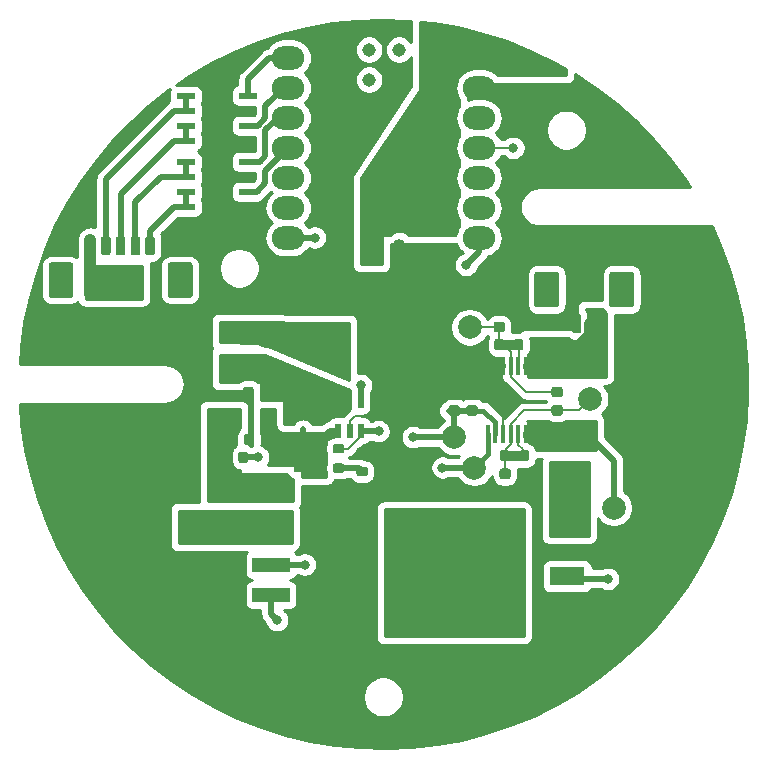
<source format=gbr>
G04 #@! TF.GenerationSoftware,KiCad,Pcbnew,5.1.5+dfsg1-2build2*
G04 #@! TF.CreationDate,2021-03-18T18:12:21+09:00*
G04 #@! TF.ProjectId,puck,7075636b-2e6b-4696-9361-645f70636258,rev?*
G04 #@! TF.SameCoordinates,Original*
G04 #@! TF.FileFunction,Copper,L1,Top*
G04 #@! TF.FilePolarity,Positive*
%FSLAX46Y46*%
G04 Gerber Fmt 4.6, Leading zero omitted, Abs format (unit mm)*
G04 Created by KiCad (PCBNEW 5.1.5+dfsg1-2build2) date 2021-03-18 18:12:21*
%MOMM*%
%LPD*%
G04 APERTURE LIST*
%ADD10C,0.100000*%
%ADD11R,1.580000X0.590000*%
%ADD12C,2.000000*%
%ADD13R,0.410000X1.570000*%
%ADD14R,0.510000X1.170000*%
%ADD15C,0.020000*%
%ADD16R,3.180000X1.270000*%
%ADD17C,1.143000*%
%ADD18O,1.016000X2.032000*%
%ADD19O,2.748280X1.998980*%
%ADD20R,0.900000X1.200000*%
%ADD21R,3.000000X1.600000*%
%ADD22R,6.200000X5.800000*%
%ADD23C,0.800000*%
%ADD24C,0.200000*%
%ADD25C,1.000000*%
%ADD26C,0.500000*%
%ADD27C,1.400000*%
%ADD28C,0.400000*%
%ADD29C,0.254000*%
G04 APERTURE END LIST*
D10*
G36*
X132175000Y-114974728D02*
G01*
X133375000Y-114974728D01*
X133375000Y-115774728D01*
X132175000Y-115774728D01*
X132175000Y-114974728D01*
G37*
X132175000Y-114974728D02*
X133375000Y-114974728D01*
X133375000Y-115774728D01*
X132175000Y-115774728D01*
X132175000Y-114974728D01*
G36*
X133858518Y-125174729D02*
G01*
X132658518Y-125174729D01*
X132658518Y-124374729D01*
X133858518Y-124374729D01*
X133858518Y-125174729D01*
G37*
X133858518Y-125174729D02*
X132658518Y-125174729D01*
X132658518Y-124374729D01*
X133858518Y-124374729D01*
X133858518Y-125174729D01*
D11*
X110675000Y-103705000D03*
X110675000Y-102435000D03*
X110675000Y-101165000D03*
X110675000Y-99895000D03*
X105425000Y-99895000D03*
X105425000Y-101165000D03*
X105425000Y-102435000D03*
X105425000Y-103705000D03*
X110675000Y-98105000D03*
X110675000Y-96835000D03*
X110675000Y-95565000D03*
X110675000Y-94295000D03*
X105425000Y-94295000D03*
X105425000Y-95565000D03*
X105425000Y-96835000D03*
X105425000Y-98105000D03*
D12*
X129858518Y-125774728D03*
X129450000Y-113900000D03*
X137858518Y-116574728D03*
X128150000Y-123200000D03*
X141658518Y-129174728D03*
X139658517Y-119974728D03*
X131950000Y-110000000D03*
D13*
X135533518Y-117204729D03*
X134883518Y-117204729D03*
X134233518Y-117204729D03*
X133583518Y-117204729D03*
X132933518Y-117204729D03*
X132283518Y-117204729D03*
X131633518Y-117204729D03*
X130983518Y-117204729D03*
X130983518Y-122944729D03*
X131633518Y-122944729D03*
X132283518Y-122944729D03*
X132933518Y-122944729D03*
X133583518Y-122944729D03*
X134233518Y-122944729D03*
X134883518Y-122944729D03*
X135533518Y-122944729D03*
D14*
X118350000Y-122650000D03*
X120250000Y-120150000D03*
X119300000Y-122650000D03*
X120250000Y-122650000D03*
X118350000Y-120150000D03*
G04 #@! TA.AperFunction,SMDPad,CuDef*
D15*
G36*
X132169603Y-114900691D02*
G01*
X132189018Y-114903571D01*
X132208057Y-114908340D01*
X132226537Y-114914952D01*
X132244279Y-114923344D01*
X132261114Y-114933434D01*
X132276879Y-114945126D01*
X132291421Y-114958307D01*
X132304602Y-114972849D01*
X132316294Y-114988614D01*
X132326384Y-115005449D01*
X132334776Y-115023191D01*
X132341388Y-115041671D01*
X132346157Y-115060710D01*
X132349037Y-115080125D01*
X132350000Y-115099728D01*
X132350000Y-115649728D01*
X132349037Y-115669331D01*
X132346157Y-115688746D01*
X132341388Y-115707785D01*
X132334776Y-115726265D01*
X132326384Y-115744007D01*
X132316294Y-115760842D01*
X132304602Y-115776607D01*
X132291421Y-115791149D01*
X132276879Y-115804330D01*
X132261114Y-115816022D01*
X132244279Y-115826112D01*
X132226537Y-115834504D01*
X132208057Y-115841116D01*
X132189018Y-115845885D01*
X132169603Y-115848765D01*
X132150000Y-115849728D01*
X131750000Y-115849728D01*
X131730397Y-115848765D01*
X131710982Y-115845885D01*
X131691943Y-115841116D01*
X131673463Y-115834504D01*
X131655721Y-115826112D01*
X131638886Y-115816022D01*
X131623121Y-115804330D01*
X131608579Y-115791149D01*
X131595398Y-115776607D01*
X131583706Y-115760842D01*
X131573616Y-115744007D01*
X131565224Y-115726265D01*
X131558612Y-115707785D01*
X131553843Y-115688746D01*
X131550963Y-115669331D01*
X131550000Y-115649728D01*
X131550000Y-115099728D01*
X131550963Y-115080125D01*
X131553843Y-115060710D01*
X131558612Y-115041671D01*
X131565224Y-115023191D01*
X131573616Y-115005449D01*
X131583706Y-114988614D01*
X131595398Y-114972849D01*
X131608579Y-114958307D01*
X131623121Y-114945126D01*
X131638886Y-114933434D01*
X131655721Y-114923344D01*
X131673463Y-114914952D01*
X131691943Y-114908340D01*
X131710982Y-114903571D01*
X131730397Y-114900691D01*
X131750000Y-114899728D01*
X132150000Y-114899728D01*
X132169603Y-114900691D01*
G37*
G04 #@! TD.AperFunction*
G04 #@! TA.AperFunction,SMDPad,CuDef*
G36*
X133819603Y-114900691D02*
G01*
X133839018Y-114903571D01*
X133858057Y-114908340D01*
X133876537Y-114914952D01*
X133894279Y-114923344D01*
X133911114Y-114933434D01*
X133926879Y-114945126D01*
X133941421Y-114958307D01*
X133954602Y-114972849D01*
X133966294Y-114988614D01*
X133976384Y-115005449D01*
X133984776Y-115023191D01*
X133991388Y-115041671D01*
X133996157Y-115060710D01*
X133999037Y-115080125D01*
X134000000Y-115099728D01*
X134000000Y-115649728D01*
X133999037Y-115669331D01*
X133996157Y-115688746D01*
X133991388Y-115707785D01*
X133984776Y-115726265D01*
X133976384Y-115744007D01*
X133966294Y-115760842D01*
X133954602Y-115776607D01*
X133941421Y-115791149D01*
X133926879Y-115804330D01*
X133911114Y-115816022D01*
X133894279Y-115826112D01*
X133876537Y-115834504D01*
X133858057Y-115841116D01*
X133839018Y-115845885D01*
X133819603Y-115848765D01*
X133800000Y-115849728D01*
X133400000Y-115849728D01*
X133380397Y-115848765D01*
X133360982Y-115845885D01*
X133341943Y-115841116D01*
X133323463Y-115834504D01*
X133305721Y-115826112D01*
X133288886Y-115816022D01*
X133273121Y-115804330D01*
X133258579Y-115791149D01*
X133245398Y-115776607D01*
X133233706Y-115760842D01*
X133223616Y-115744007D01*
X133215224Y-115726265D01*
X133208612Y-115707785D01*
X133203843Y-115688746D01*
X133200963Y-115669331D01*
X133200000Y-115649728D01*
X133200000Y-115099728D01*
X133200963Y-115080125D01*
X133203843Y-115060710D01*
X133208612Y-115041671D01*
X133215224Y-115023191D01*
X133223616Y-115005449D01*
X133233706Y-114988614D01*
X133245398Y-114972849D01*
X133258579Y-114958307D01*
X133273121Y-114945126D01*
X133288886Y-114933434D01*
X133305721Y-114923344D01*
X133323463Y-114914952D01*
X133341943Y-114908340D01*
X133360982Y-114903571D01*
X133380397Y-114900691D01*
X133400000Y-114899728D01*
X133800000Y-114899728D01*
X133819603Y-114900691D01*
G37*
G04 #@! TD.AperFunction*
G04 #@! TA.AperFunction,SMDPad,CuDef*
G36*
X134303121Y-124300692D02*
G01*
X134322536Y-124303572D01*
X134341575Y-124308341D01*
X134360055Y-124314953D01*
X134377797Y-124323345D01*
X134394632Y-124333435D01*
X134410397Y-124345127D01*
X134424939Y-124358308D01*
X134438120Y-124372850D01*
X134449812Y-124388615D01*
X134459902Y-124405450D01*
X134468294Y-124423192D01*
X134474906Y-124441672D01*
X134479675Y-124460711D01*
X134482555Y-124480126D01*
X134483518Y-124499729D01*
X134483518Y-125049729D01*
X134482555Y-125069332D01*
X134479675Y-125088747D01*
X134474906Y-125107786D01*
X134468294Y-125126266D01*
X134459902Y-125144008D01*
X134449812Y-125160843D01*
X134438120Y-125176608D01*
X134424939Y-125191150D01*
X134410397Y-125204331D01*
X134394632Y-125216023D01*
X134377797Y-125226113D01*
X134360055Y-125234505D01*
X134341575Y-125241117D01*
X134322536Y-125245886D01*
X134303121Y-125248766D01*
X134283518Y-125249729D01*
X133883518Y-125249729D01*
X133863915Y-125248766D01*
X133844500Y-125245886D01*
X133825461Y-125241117D01*
X133806981Y-125234505D01*
X133789239Y-125226113D01*
X133772404Y-125216023D01*
X133756639Y-125204331D01*
X133742097Y-125191150D01*
X133728916Y-125176608D01*
X133717224Y-125160843D01*
X133707134Y-125144008D01*
X133698742Y-125126266D01*
X133692130Y-125107786D01*
X133687361Y-125088747D01*
X133684481Y-125069332D01*
X133683518Y-125049729D01*
X133683518Y-124499729D01*
X133684481Y-124480126D01*
X133687361Y-124460711D01*
X133692130Y-124441672D01*
X133698742Y-124423192D01*
X133707134Y-124405450D01*
X133717224Y-124388615D01*
X133728916Y-124372850D01*
X133742097Y-124358308D01*
X133756639Y-124345127D01*
X133772404Y-124333435D01*
X133789239Y-124323345D01*
X133806981Y-124314953D01*
X133825461Y-124308341D01*
X133844500Y-124303572D01*
X133863915Y-124300692D01*
X133883518Y-124299729D01*
X134283518Y-124299729D01*
X134303121Y-124300692D01*
G37*
G04 #@! TD.AperFunction*
G04 #@! TA.AperFunction,SMDPad,CuDef*
G36*
X132653121Y-124300692D02*
G01*
X132672536Y-124303572D01*
X132691575Y-124308341D01*
X132710055Y-124314953D01*
X132727797Y-124323345D01*
X132744632Y-124333435D01*
X132760397Y-124345127D01*
X132774939Y-124358308D01*
X132788120Y-124372850D01*
X132799812Y-124388615D01*
X132809902Y-124405450D01*
X132818294Y-124423192D01*
X132824906Y-124441672D01*
X132829675Y-124460711D01*
X132832555Y-124480126D01*
X132833518Y-124499729D01*
X132833518Y-125049729D01*
X132832555Y-125069332D01*
X132829675Y-125088747D01*
X132824906Y-125107786D01*
X132818294Y-125126266D01*
X132809902Y-125144008D01*
X132799812Y-125160843D01*
X132788120Y-125176608D01*
X132774939Y-125191150D01*
X132760397Y-125204331D01*
X132744632Y-125216023D01*
X132727797Y-125226113D01*
X132710055Y-125234505D01*
X132691575Y-125241117D01*
X132672536Y-125245886D01*
X132653121Y-125248766D01*
X132633518Y-125249729D01*
X132233518Y-125249729D01*
X132213915Y-125248766D01*
X132194500Y-125245886D01*
X132175461Y-125241117D01*
X132156981Y-125234505D01*
X132139239Y-125226113D01*
X132122404Y-125216023D01*
X132106639Y-125204331D01*
X132092097Y-125191150D01*
X132078916Y-125176608D01*
X132067224Y-125160843D01*
X132057134Y-125144008D01*
X132048742Y-125126266D01*
X132042130Y-125107786D01*
X132037361Y-125088747D01*
X132034481Y-125069332D01*
X132033518Y-125049729D01*
X132033518Y-124499729D01*
X132034481Y-124480126D01*
X132037361Y-124460711D01*
X132042130Y-124441672D01*
X132048742Y-124423192D01*
X132057134Y-124405450D01*
X132067224Y-124388615D01*
X132078916Y-124372850D01*
X132092097Y-124358308D01*
X132106639Y-124345127D01*
X132122404Y-124333435D01*
X132139239Y-124323345D01*
X132156981Y-124314953D01*
X132175461Y-124308341D01*
X132194500Y-124303572D01*
X132213915Y-124300692D01*
X132233518Y-124299729D01*
X132633518Y-124299729D01*
X132653121Y-124300692D01*
G37*
G04 #@! TD.AperFunction*
G04 #@! TA.AperFunction,SMDPad,CuDef*
G36*
X132222054Y-111876083D02*
G01*
X132243895Y-111879323D01*
X132265314Y-111884688D01*
X132286104Y-111892127D01*
X132306064Y-111901568D01*
X132325003Y-111912919D01*
X132342738Y-111926073D01*
X132359099Y-111940901D01*
X132373927Y-111957262D01*
X132387081Y-111974997D01*
X132398432Y-111993936D01*
X132407873Y-112013896D01*
X132415312Y-112034686D01*
X132420677Y-112056105D01*
X132423917Y-112077946D01*
X132425000Y-112100000D01*
X132425000Y-112550000D01*
X132423917Y-112572054D01*
X132420677Y-112593895D01*
X132415312Y-112615314D01*
X132407873Y-112636104D01*
X132398432Y-112656064D01*
X132387081Y-112675003D01*
X132373927Y-112692738D01*
X132359099Y-112709099D01*
X132342738Y-112723927D01*
X132325003Y-112737081D01*
X132306064Y-112748432D01*
X132286104Y-112757873D01*
X132265314Y-112765312D01*
X132243895Y-112770677D01*
X132222054Y-112773917D01*
X132200000Y-112775000D01*
X131700000Y-112775000D01*
X131677946Y-112773917D01*
X131656105Y-112770677D01*
X131634686Y-112765312D01*
X131613896Y-112757873D01*
X131593936Y-112748432D01*
X131574997Y-112737081D01*
X131557262Y-112723927D01*
X131540901Y-112709099D01*
X131526073Y-112692738D01*
X131512919Y-112675003D01*
X131501568Y-112656064D01*
X131492127Y-112636104D01*
X131484688Y-112615314D01*
X131479323Y-112593895D01*
X131476083Y-112572054D01*
X131475000Y-112550000D01*
X131475000Y-112100000D01*
X131476083Y-112077946D01*
X131479323Y-112056105D01*
X131484688Y-112034686D01*
X131492127Y-112013896D01*
X131501568Y-111993936D01*
X131512919Y-111974997D01*
X131526073Y-111957262D01*
X131540901Y-111940901D01*
X131557262Y-111926073D01*
X131574997Y-111912919D01*
X131593936Y-111901568D01*
X131613896Y-111892127D01*
X131634686Y-111884688D01*
X131656105Y-111879323D01*
X131677946Y-111876083D01*
X131700000Y-111875000D01*
X132200000Y-111875000D01*
X132222054Y-111876083D01*
G37*
G04 #@! TD.AperFunction*
G04 #@! TA.AperFunction,SMDPad,CuDef*
G36*
X132222054Y-113426083D02*
G01*
X132243895Y-113429323D01*
X132265314Y-113434688D01*
X132286104Y-113442127D01*
X132306064Y-113451568D01*
X132325003Y-113462919D01*
X132342738Y-113476073D01*
X132359099Y-113490901D01*
X132373927Y-113507262D01*
X132387081Y-113524997D01*
X132398432Y-113543936D01*
X132407873Y-113563896D01*
X132415312Y-113584686D01*
X132420677Y-113606105D01*
X132423917Y-113627946D01*
X132425000Y-113650000D01*
X132425000Y-114100000D01*
X132423917Y-114122054D01*
X132420677Y-114143895D01*
X132415312Y-114165314D01*
X132407873Y-114186104D01*
X132398432Y-114206064D01*
X132387081Y-114225003D01*
X132373927Y-114242738D01*
X132359099Y-114259099D01*
X132342738Y-114273927D01*
X132325003Y-114287081D01*
X132306064Y-114298432D01*
X132286104Y-114307873D01*
X132265314Y-114315312D01*
X132243895Y-114320677D01*
X132222054Y-114323917D01*
X132200000Y-114325000D01*
X131700000Y-114325000D01*
X131677946Y-114323917D01*
X131656105Y-114320677D01*
X131634686Y-114315312D01*
X131613896Y-114307873D01*
X131593936Y-114298432D01*
X131574997Y-114287081D01*
X131557262Y-114273927D01*
X131540901Y-114259099D01*
X131526073Y-114242738D01*
X131512919Y-114225003D01*
X131501568Y-114206064D01*
X131492127Y-114186104D01*
X131484688Y-114165314D01*
X131479323Y-114143895D01*
X131476083Y-114122054D01*
X131475000Y-114100000D01*
X131475000Y-113650000D01*
X131476083Y-113627946D01*
X131479323Y-113606105D01*
X131484688Y-113584686D01*
X131492127Y-113563896D01*
X131501568Y-113543936D01*
X131512919Y-113524997D01*
X131526073Y-113507262D01*
X131540901Y-113490901D01*
X131557262Y-113476073D01*
X131574997Y-113462919D01*
X131593936Y-113451568D01*
X131613896Y-113442127D01*
X131634686Y-113434688D01*
X131656105Y-113429323D01*
X131677946Y-113426083D01*
X131700000Y-113425000D01*
X132200000Y-113425000D01*
X132222054Y-113426083D01*
G37*
G04 #@! TD.AperFunction*
G04 #@! TA.AperFunction,SMDPad,CuDef*
G36*
X137130572Y-118925811D02*
G01*
X137152413Y-118929051D01*
X137173832Y-118934416D01*
X137194622Y-118941855D01*
X137214582Y-118951296D01*
X137233521Y-118962647D01*
X137251256Y-118975801D01*
X137267617Y-118990629D01*
X137282445Y-119006990D01*
X137295599Y-119024725D01*
X137306950Y-119043664D01*
X137316391Y-119063624D01*
X137323830Y-119084414D01*
X137329195Y-119105833D01*
X137332435Y-119127674D01*
X137333518Y-119149728D01*
X137333518Y-119599728D01*
X137332435Y-119621782D01*
X137329195Y-119643623D01*
X137323830Y-119665042D01*
X137316391Y-119685832D01*
X137306950Y-119705792D01*
X137295599Y-119724731D01*
X137282445Y-119742466D01*
X137267617Y-119758827D01*
X137251256Y-119773655D01*
X137233521Y-119786809D01*
X137214582Y-119798160D01*
X137194622Y-119807601D01*
X137173832Y-119815040D01*
X137152413Y-119820405D01*
X137130572Y-119823645D01*
X137108518Y-119824728D01*
X136608518Y-119824728D01*
X136586464Y-119823645D01*
X136564623Y-119820405D01*
X136543204Y-119815040D01*
X136522414Y-119807601D01*
X136502454Y-119798160D01*
X136483515Y-119786809D01*
X136465780Y-119773655D01*
X136449419Y-119758827D01*
X136434591Y-119742466D01*
X136421437Y-119724731D01*
X136410086Y-119705792D01*
X136400645Y-119685832D01*
X136393206Y-119665042D01*
X136387841Y-119643623D01*
X136384601Y-119621782D01*
X136383518Y-119599728D01*
X136383518Y-119149728D01*
X136384601Y-119127674D01*
X136387841Y-119105833D01*
X136393206Y-119084414D01*
X136400645Y-119063624D01*
X136410086Y-119043664D01*
X136421437Y-119024725D01*
X136434591Y-119006990D01*
X136449419Y-118990629D01*
X136465780Y-118975801D01*
X136483515Y-118962647D01*
X136502454Y-118951296D01*
X136522414Y-118941855D01*
X136543204Y-118934416D01*
X136564623Y-118929051D01*
X136586464Y-118925811D01*
X136608518Y-118924728D01*
X137108518Y-118924728D01*
X137130572Y-118925811D01*
G37*
G04 #@! TD.AperFunction*
G04 #@! TA.AperFunction,SMDPad,CuDef*
G36*
X137130572Y-120475811D02*
G01*
X137152413Y-120479051D01*
X137173832Y-120484416D01*
X137194622Y-120491855D01*
X137214582Y-120501296D01*
X137233521Y-120512647D01*
X137251256Y-120525801D01*
X137267617Y-120540629D01*
X137282445Y-120556990D01*
X137295599Y-120574725D01*
X137306950Y-120593664D01*
X137316391Y-120613624D01*
X137323830Y-120634414D01*
X137329195Y-120655833D01*
X137332435Y-120677674D01*
X137333518Y-120699728D01*
X137333518Y-121149728D01*
X137332435Y-121171782D01*
X137329195Y-121193623D01*
X137323830Y-121215042D01*
X137316391Y-121235832D01*
X137306950Y-121255792D01*
X137295599Y-121274731D01*
X137282445Y-121292466D01*
X137267617Y-121308827D01*
X137251256Y-121323655D01*
X137233521Y-121336809D01*
X137214582Y-121348160D01*
X137194622Y-121357601D01*
X137173832Y-121365040D01*
X137152413Y-121370405D01*
X137130572Y-121373645D01*
X137108518Y-121374728D01*
X136608518Y-121374728D01*
X136586464Y-121373645D01*
X136564623Y-121370405D01*
X136543204Y-121365040D01*
X136522414Y-121357601D01*
X136502454Y-121348160D01*
X136483515Y-121336809D01*
X136465780Y-121323655D01*
X136449419Y-121308827D01*
X136434591Y-121292466D01*
X136421437Y-121274731D01*
X136410086Y-121255792D01*
X136400645Y-121235832D01*
X136393206Y-121215042D01*
X136387841Y-121193623D01*
X136384601Y-121171782D01*
X136383518Y-121149728D01*
X136383518Y-120699728D01*
X136384601Y-120677674D01*
X136387841Y-120655833D01*
X136393206Y-120634414D01*
X136400645Y-120613624D01*
X136410086Y-120593664D01*
X136421437Y-120574725D01*
X136434591Y-120556990D01*
X136449419Y-120540629D01*
X136465780Y-120525801D01*
X136483515Y-120512647D01*
X136502454Y-120501296D01*
X136522414Y-120491855D01*
X136543204Y-120484416D01*
X136564623Y-120479051D01*
X136586464Y-120475811D01*
X136608518Y-120474728D01*
X137108518Y-120474728D01*
X137130572Y-120475811D01*
G37*
G04 #@! TD.AperFunction*
G04 #@! TA.AperFunction,SMDPad,CuDef*
G36*
X132722054Y-127401083D02*
G01*
X132743895Y-127404323D01*
X132765314Y-127409688D01*
X132786104Y-127417127D01*
X132806064Y-127426568D01*
X132825003Y-127437919D01*
X132842738Y-127451073D01*
X132859099Y-127465901D01*
X132873927Y-127482262D01*
X132887081Y-127499997D01*
X132898432Y-127518936D01*
X132907873Y-127538896D01*
X132915312Y-127559686D01*
X132920677Y-127581105D01*
X132923917Y-127602946D01*
X132925000Y-127625000D01*
X132925000Y-128075000D01*
X132923917Y-128097054D01*
X132920677Y-128118895D01*
X132915312Y-128140314D01*
X132907873Y-128161104D01*
X132898432Y-128181064D01*
X132887081Y-128200003D01*
X132873927Y-128217738D01*
X132859099Y-128234099D01*
X132842738Y-128248927D01*
X132825003Y-128262081D01*
X132806064Y-128273432D01*
X132786104Y-128282873D01*
X132765314Y-128290312D01*
X132743895Y-128295677D01*
X132722054Y-128298917D01*
X132700000Y-128300000D01*
X132200000Y-128300000D01*
X132177946Y-128298917D01*
X132156105Y-128295677D01*
X132134686Y-128290312D01*
X132113896Y-128282873D01*
X132093936Y-128273432D01*
X132074997Y-128262081D01*
X132057262Y-128248927D01*
X132040901Y-128234099D01*
X132026073Y-128217738D01*
X132012919Y-128200003D01*
X132001568Y-128181064D01*
X131992127Y-128161104D01*
X131984688Y-128140314D01*
X131979323Y-128118895D01*
X131976083Y-128097054D01*
X131975000Y-128075000D01*
X131975000Y-127625000D01*
X131976083Y-127602946D01*
X131979323Y-127581105D01*
X131984688Y-127559686D01*
X131992127Y-127538896D01*
X132001568Y-127518936D01*
X132012919Y-127499997D01*
X132026073Y-127482262D01*
X132040901Y-127465901D01*
X132057262Y-127451073D01*
X132074997Y-127437919D01*
X132093936Y-127426568D01*
X132113896Y-127417127D01*
X132134686Y-127409688D01*
X132156105Y-127404323D01*
X132177946Y-127401083D01*
X132200000Y-127400000D01*
X132700000Y-127400000D01*
X132722054Y-127401083D01*
G37*
G04 #@! TD.AperFunction*
G04 #@! TA.AperFunction,SMDPad,CuDef*
G36*
X132722054Y-125851083D02*
G01*
X132743895Y-125854323D01*
X132765314Y-125859688D01*
X132786104Y-125867127D01*
X132806064Y-125876568D01*
X132825003Y-125887919D01*
X132842738Y-125901073D01*
X132859099Y-125915901D01*
X132873927Y-125932262D01*
X132887081Y-125949997D01*
X132898432Y-125968936D01*
X132907873Y-125988896D01*
X132915312Y-126009686D01*
X132920677Y-126031105D01*
X132923917Y-126052946D01*
X132925000Y-126075000D01*
X132925000Y-126525000D01*
X132923917Y-126547054D01*
X132920677Y-126568895D01*
X132915312Y-126590314D01*
X132907873Y-126611104D01*
X132898432Y-126631064D01*
X132887081Y-126650003D01*
X132873927Y-126667738D01*
X132859099Y-126684099D01*
X132842738Y-126698927D01*
X132825003Y-126712081D01*
X132806064Y-126723432D01*
X132786104Y-126732873D01*
X132765314Y-126740312D01*
X132743895Y-126745677D01*
X132722054Y-126748917D01*
X132700000Y-126750000D01*
X132200000Y-126750000D01*
X132177946Y-126748917D01*
X132156105Y-126745677D01*
X132134686Y-126740312D01*
X132113896Y-126732873D01*
X132093936Y-126723432D01*
X132074997Y-126712081D01*
X132057262Y-126698927D01*
X132040901Y-126684099D01*
X132026073Y-126667738D01*
X132012919Y-126650003D01*
X132001568Y-126631064D01*
X131992127Y-126611104D01*
X131984688Y-126590314D01*
X131979323Y-126568895D01*
X131976083Y-126547054D01*
X131975000Y-126525000D01*
X131975000Y-126075000D01*
X131976083Y-126052946D01*
X131979323Y-126031105D01*
X131984688Y-126009686D01*
X131992127Y-125988896D01*
X132001568Y-125968936D01*
X132012919Y-125949997D01*
X132026073Y-125932262D01*
X132040901Y-125915901D01*
X132057262Y-125901073D01*
X132074997Y-125887919D01*
X132093936Y-125876568D01*
X132113896Y-125867127D01*
X132134686Y-125859688D01*
X132156105Y-125854323D01*
X132177946Y-125851083D01*
X132200000Y-125850000D01*
X132700000Y-125850000D01*
X132722054Y-125851083D01*
G37*
G04 #@! TD.AperFunction*
D16*
X109970000Y-116770000D03*
X109970000Y-114230000D03*
X112630000Y-134030000D03*
X112630000Y-136570000D03*
X137978518Y-123304728D03*
X137978518Y-125844728D03*
X112630000Y-128030000D03*
X112630000Y-130570000D03*
G04 #@! TA.AperFunction,SMDPad,CuDef*
D15*
G36*
X113849511Y-121649930D02*
G01*
X113849511Y-120149930D01*
X114599511Y-120149930D01*
X114599511Y-118649930D01*
X116099511Y-118649930D01*
X116099511Y-120149930D01*
X116849511Y-120149930D01*
X116849511Y-121649930D01*
X113849511Y-121649930D01*
G37*
G04 #@! TD.AperFunction*
G04 #@! TA.AperFunction,SMDPad,CuDef*
G36*
X116099511Y-124650070D02*
G01*
X116099511Y-126150070D01*
X114599511Y-126150070D01*
X114599511Y-124650070D01*
X113849511Y-124650070D01*
X113849511Y-123150070D01*
X116849511Y-123150070D01*
X116849511Y-124650070D01*
X116099511Y-124650070D01*
G37*
G04 #@! TD.AperFunction*
D17*
X123488803Y-92935813D03*
X120948803Y-92935813D03*
X123488803Y-90395813D03*
X120948803Y-90395813D03*
D18*
X123500000Y-107400000D03*
X120950000Y-107400000D03*
D19*
X114083120Y-91082180D03*
X114083120Y-93622180D03*
X114083120Y-96162180D03*
X114083120Y-98702180D03*
X114083120Y-101242180D03*
X114083120Y-103782180D03*
X114083120Y-106322180D03*
X130247680Y-106322180D03*
X130247680Y-103782180D03*
X130247680Y-101242180D03*
X130247680Y-98702180D03*
X130247680Y-96162180D03*
X130247680Y-93622180D03*
X130247680Y-91082180D03*
D20*
X112350000Y-121400000D03*
X109050000Y-121400000D03*
G04 #@! TA.AperFunction,SMDPad,CuDef*
D15*
G36*
X139994603Y-112800963D02*
G01*
X140014018Y-112803843D01*
X140033057Y-112808612D01*
X140051537Y-112815224D01*
X140069279Y-112823616D01*
X140086114Y-112833706D01*
X140101879Y-112845398D01*
X140116421Y-112858579D01*
X140129602Y-112873121D01*
X140141294Y-112888886D01*
X140151384Y-112905721D01*
X140159776Y-112923463D01*
X140166388Y-112941943D01*
X140171157Y-112960982D01*
X140174037Y-112980397D01*
X140175000Y-113000000D01*
X140175000Y-114200000D01*
X140174037Y-114219603D01*
X140171157Y-114239018D01*
X140166388Y-114258057D01*
X140159776Y-114276537D01*
X140151384Y-114294279D01*
X140141294Y-114311114D01*
X140129602Y-114326879D01*
X140116421Y-114341421D01*
X140101879Y-114354602D01*
X140086114Y-114366294D01*
X140069279Y-114376384D01*
X140051537Y-114384776D01*
X140033057Y-114391388D01*
X140014018Y-114396157D01*
X139994603Y-114399037D01*
X139975000Y-114400000D01*
X139575000Y-114400000D01*
X139555397Y-114399037D01*
X139535982Y-114396157D01*
X139516943Y-114391388D01*
X139498463Y-114384776D01*
X139480721Y-114376384D01*
X139463886Y-114366294D01*
X139448121Y-114354602D01*
X139433579Y-114341421D01*
X139420398Y-114326879D01*
X139408706Y-114311114D01*
X139398616Y-114294279D01*
X139390224Y-114276537D01*
X139383612Y-114258057D01*
X139378843Y-114239018D01*
X139375963Y-114219603D01*
X139375000Y-114200000D01*
X139375000Y-113000000D01*
X139375963Y-112980397D01*
X139378843Y-112960982D01*
X139383612Y-112941943D01*
X139390224Y-112923463D01*
X139398616Y-112905721D01*
X139408706Y-112888886D01*
X139420398Y-112873121D01*
X139433579Y-112858579D01*
X139448121Y-112845398D01*
X139463886Y-112833706D01*
X139480721Y-112823616D01*
X139498463Y-112815224D01*
X139516943Y-112808612D01*
X139535982Y-112803843D01*
X139555397Y-112800963D01*
X139575000Y-112800000D01*
X139975000Y-112800000D01*
X139994603Y-112800963D01*
G37*
G04 #@! TD.AperFunction*
G04 #@! TA.AperFunction,SMDPad,CuDef*
G36*
X138744603Y-112800963D02*
G01*
X138764018Y-112803843D01*
X138783057Y-112808612D01*
X138801537Y-112815224D01*
X138819279Y-112823616D01*
X138836114Y-112833706D01*
X138851879Y-112845398D01*
X138866421Y-112858579D01*
X138879602Y-112873121D01*
X138891294Y-112888886D01*
X138901384Y-112905721D01*
X138909776Y-112923463D01*
X138916388Y-112941943D01*
X138921157Y-112960982D01*
X138924037Y-112980397D01*
X138925000Y-113000000D01*
X138925000Y-114200000D01*
X138924037Y-114219603D01*
X138921157Y-114239018D01*
X138916388Y-114258057D01*
X138909776Y-114276537D01*
X138901384Y-114294279D01*
X138891294Y-114311114D01*
X138879602Y-114326879D01*
X138866421Y-114341421D01*
X138851879Y-114354602D01*
X138836114Y-114366294D01*
X138819279Y-114376384D01*
X138801537Y-114384776D01*
X138783057Y-114391388D01*
X138764018Y-114396157D01*
X138744603Y-114399037D01*
X138725000Y-114400000D01*
X138325000Y-114400000D01*
X138305397Y-114399037D01*
X138285982Y-114396157D01*
X138266943Y-114391388D01*
X138248463Y-114384776D01*
X138230721Y-114376384D01*
X138213886Y-114366294D01*
X138198121Y-114354602D01*
X138183579Y-114341421D01*
X138170398Y-114326879D01*
X138158706Y-114311114D01*
X138148616Y-114294279D01*
X138140224Y-114276537D01*
X138133612Y-114258057D01*
X138128843Y-114239018D01*
X138125963Y-114219603D01*
X138125000Y-114200000D01*
X138125000Y-113000000D01*
X138125963Y-112980397D01*
X138128843Y-112960982D01*
X138133612Y-112941943D01*
X138140224Y-112923463D01*
X138148616Y-112905721D01*
X138158706Y-112888886D01*
X138170398Y-112873121D01*
X138183579Y-112858579D01*
X138198121Y-112845398D01*
X138213886Y-112833706D01*
X138230721Y-112823616D01*
X138248463Y-112815224D01*
X138266943Y-112808612D01*
X138285982Y-112803843D01*
X138305397Y-112800963D01*
X138325000Y-112800000D01*
X138725000Y-112800000D01*
X138744603Y-112800963D01*
G37*
G04 #@! TD.AperFunction*
G04 #@! TA.AperFunction,SMDPad,CuDef*
G36*
X143149504Y-109201204D02*
G01*
X143173773Y-109204804D01*
X143197571Y-109210765D01*
X143220671Y-109219030D01*
X143242849Y-109229520D01*
X143263893Y-109242133D01*
X143283598Y-109256747D01*
X143301777Y-109273223D01*
X143318253Y-109291402D01*
X143332867Y-109311107D01*
X143345480Y-109332151D01*
X143355970Y-109354329D01*
X143364235Y-109377429D01*
X143370196Y-109401227D01*
X143373796Y-109425496D01*
X143375000Y-109450000D01*
X143375000Y-111950000D01*
X143373796Y-111974504D01*
X143370196Y-111998773D01*
X143364235Y-112022571D01*
X143355970Y-112045671D01*
X143345480Y-112067849D01*
X143332867Y-112088893D01*
X143318253Y-112108598D01*
X143301777Y-112126777D01*
X143283598Y-112143253D01*
X143263893Y-112157867D01*
X143242849Y-112170480D01*
X143220671Y-112180970D01*
X143197571Y-112189235D01*
X143173773Y-112195196D01*
X143149504Y-112198796D01*
X143125000Y-112200000D01*
X141525000Y-112200000D01*
X141500496Y-112198796D01*
X141476227Y-112195196D01*
X141452429Y-112189235D01*
X141429329Y-112180970D01*
X141407151Y-112170480D01*
X141386107Y-112157867D01*
X141366402Y-112143253D01*
X141348223Y-112126777D01*
X141331747Y-112108598D01*
X141317133Y-112088893D01*
X141304520Y-112067849D01*
X141294030Y-112045671D01*
X141285765Y-112022571D01*
X141279804Y-111998773D01*
X141276204Y-111974504D01*
X141275000Y-111950000D01*
X141275000Y-109450000D01*
X141276204Y-109425496D01*
X141279804Y-109401227D01*
X141285765Y-109377429D01*
X141294030Y-109354329D01*
X141304520Y-109332151D01*
X141317133Y-109311107D01*
X141331747Y-109291402D01*
X141348223Y-109273223D01*
X141366402Y-109256747D01*
X141386107Y-109242133D01*
X141407151Y-109229520D01*
X141429329Y-109219030D01*
X141452429Y-109210765D01*
X141476227Y-109204804D01*
X141500496Y-109201204D01*
X141525000Y-109200000D01*
X143125000Y-109200000D01*
X143149504Y-109201204D01*
G37*
G04 #@! TD.AperFunction*
G04 #@! TA.AperFunction,SMDPad,CuDef*
G36*
X136799504Y-109201204D02*
G01*
X136823773Y-109204804D01*
X136847571Y-109210765D01*
X136870671Y-109219030D01*
X136892849Y-109229520D01*
X136913893Y-109242133D01*
X136933598Y-109256747D01*
X136951777Y-109273223D01*
X136968253Y-109291402D01*
X136982867Y-109311107D01*
X136995480Y-109332151D01*
X137005970Y-109354329D01*
X137014235Y-109377429D01*
X137020196Y-109401227D01*
X137023796Y-109425496D01*
X137025000Y-109450000D01*
X137025000Y-111950000D01*
X137023796Y-111974504D01*
X137020196Y-111998773D01*
X137014235Y-112022571D01*
X137005970Y-112045671D01*
X136995480Y-112067849D01*
X136982867Y-112088893D01*
X136968253Y-112108598D01*
X136951777Y-112126777D01*
X136933598Y-112143253D01*
X136913893Y-112157867D01*
X136892849Y-112170480D01*
X136870671Y-112180970D01*
X136847571Y-112189235D01*
X136823773Y-112195196D01*
X136799504Y-112198796D01*
X136775000Y-112200000D01*
X135175000Y-112200000D01*
X135150496Y-112198796D01*
X135126227Y-112195196D01*
X135102429Y-112189235D01*
X135079329Y-112180970D01*
X135057151Y-112170480D01*
X135036107Y-112157867D01*
X135016402Y-112143253D01*
X134998223Y-112126777D01*
X134981747Y-112108598D01*
X134967133Y-112088893D01*
X134954520Y-112067849D01*
X134944030Y-112045671D01*
X134935765Y-112022571D01*
X134929804Y-111998773D01*
X134926204Y-111974504D01*
X134925000Y-111950000D01*
X134925000Y-109450000D01*
X134926204Y-109425496D01*
X134929804Y-109401227D01*
X134935765Y-109377429D01*
X134944030Y-109354329D01*
X134954520Y-109332151D01*
X134967133Y-109311107D01*
X134981747Y-109291402D01*
X134998223Y-109273223D01*
X135016402Y-109256747D01*
X135036107Y-109242133D01*
X135057151Y-109229520D01*
X135079329Y-109219030D01*
X135102429Y-109210765D01*
X135126227Y-109204804D01*
X135150496Y-109201204D01*
X135175000Y-109200000D01*
X136775000Y-109200000D01*
X136799504Y-109201204D01*
G37*
G04 #@! TD.AperFunction*
G04 #@! TA.AperFunction,SMDPad,CuDef*
G36*
X97619603Y-106200963D02*
G01*
X97639018Y-106203843D01*
X97658057Y-106208612D01*
X97676537Y-106215224D01*
X97694279Y-106223616D01*
X97711114Y-106233706D01*
X97726879Y-106245398D01*
X97741421Y-106258579D01*
X97754602Y-106273121D01*
X97766294Y-106288886D01*
X97776384Y-106305721D01*
X97784776Y-106323463D01*
X97791388Y-106341943D01*
X97796157Y-106360982D01*
X97799037Y-106380397D01*
X97800000Y-106400000D01*
X97800000Y-107600000D01*
X97799037Y-107619603D01*
X97796157Y-107639018D01*
X97791388Y-107658057D01*
X97784776Y-107676537D01*
X97776384Y-107694279D01*
X97766294Y-107711114D01*
X97754602Y-107726879D01*
X97741421Y-107741421D01*
X97726879Y-107754602D01*
X97711114Y-107766294D01*
X97694279Y-107776384D01*
X97676537Y-107784776D01*
X97658057Y-107791388D01*
X97639018Y-107796157D01*
X97619603Y-107799037D01*
X97600000Y-107800000D01*
X97200000Y-107800000D01*
X97180397Y-107799037D01*
X97160982Y-107796157D01*
X97141943Y-107791388D01*
X97123463Y-107784776D01*
X97105721Y-107776384D01*
X97088886Y-107766294D01*
X97073121Y-107754602D01*
X97058579Y-107741421D01*
X97045398Y-107726879D01*
X97033706Y-107711114D01*
X97023616Y-107694279D01*
X97015224Y-107676537D01*
X97008612Y-107658057D01*
X97003843Y-107639018D01*
X97000963Y-107619603D01*
X97000000Y-107600000D01*
X97000000Y-106400000D01*
X97000963Y-106380397D01*
X97003843Y-106360982D01*
X97008612Y-106341943D01*
X97015224Y-106323463D01*
X97023616Y-106305721D01*
X97033706Y-106288886D01*
X97045398Y-106273121D01*
X97058579Y-106258579D01*
X97073121Y-106245398D01*
X97088886Y-106233706D01*
X97105721Y-106223616D01*
X97123463Y-106215224D01*
X97141943Y-106208612D01*
X97160982Y-106203843D01*
X97180397Y-106200963D01*
X97200000Y-106200000D01*
X97600000Y-106200000D01*
X97619603Y-106200963D01*
G37*
G04 #@! TD.AperFunction*
G04 #@! TA.AperFunction,SMDPad,CuDef*
G36*
X98869603Y-106200963D02*
G01*
X98889018Y-106203843D01*
X98908057Y-106208612D01*
X98926537Y-106215224D01*
X98944279Y-106223616D01*
X98961114Y-106233706D01*
X98976879Y-106245398D01*
X98991421Y-106258579D01*
X99004602Y-106273121D01*
X99016294Y-106288886D01*
X99026384Y-106305721D01*
X99034776Y-106323463D01*
X99041388Y-106341943D01*
X99046157Y-106360982D01*
X99049037Y-106380397D01*
X99050000Y-106400000D01*
X99050000Y-107600000D01*
X99049037Y-107619603D01*
X99046157Y-107639018D01*
X99041388Y-107658057D01*
X99034776Y-107676537D01*
X99026384Y-107694279D01*
X99016294Y-107711114D01*
X99004602Y-107726879D01*
X98991421Y-107741421D01*
X98976879Y-107754602D01*
X98961114Y-107766294D01*
X98944279Y-107776384D01*
X98926537Y-107784776D01*
X98908057Y-107791388D01*
X98889018Y-107796157D01*
X98869603Y-107799037D01*
X98850000Y-107800000D01*
X98450000Y-107800000D01*
X98430397Y-107799037D01*
X98410982Y-107796157D01*
X98391943Y-107791388D01*
X98373463Y-107784776D01*
X98355721Y-107776384D01*
X98338886Y-107766294D01*
X98323121Y-107754602D01*
X98308579Y-107741421D01*
X98295398Y-107726879D01*
X98283706Y-107711114D01*
X98273616Y-107694279D01*
X98265224Y-107676537D01*
X98258612Y-107658057D01*
X98253843Y-107639018D01*
X98250963Y-107619603D01*
X98250000Y-107600000D01*
X98250000Y-106400000D01*
X98250963Y-106380397D01*
X98253843Y-106360982D01*
X98258612Y-106341943D01*
X98265224Y-106323463D01*
X98273616Y-106305721D01*
X98283706Y-106288886D01*
X98295398Y-106273121D01*
X98308579Y-106258579D01*
X98323121Y-106245398D01*
X98338886Y-106233706D01*
X98355721Y-106223616D01*
X98373463Y-106215224D01*
X98391943Y-106208612D01*
X98410982Y-106203843D01*
X98430397Y-106200963D01*
X98450000Y-106200000D01*
X98850000Y-106200000D01*
X98869603Y-106200963D01*
G37*
G04 #@! TD.AperFunction*
G04 #@! TA.AperFunction,SMDPad,CuDef*
G36*
X100119603Y-106200963D02*
G01*
X100139018Y-106203843D01*
X100158057Y-106208612D01*
X100176537Y-106215224D01*
X100194279Y-106223616D01*
X100211114Y-106233706D01*
X100226879Y-106245398D01*
X100241421Y-106258579D01*
X100254602Y-106273121D01*
X100266294Y-106288886D01*
X100276384Y-106305721D01*
X100284776Y-106323463D01*
X100291388Y-106341943D01*
X100296157Y-106360982D01*
X100299037Y-106380397D01*
X100300000Y-106400000D01*
X100300000Y-107600000D01*
X100299037Y-107619603D01*
X100296157Y-107639018D01*
X100291388Y-107658057D01*
X100284776Y-107676537D01*
X100276384Y-107694279D01*
X100266294Y-107711114D01*
X100254602Y-107726879D01*
X100241421Y-107741421D01*
X100226879Y-107754602D01*
X100211114Y-107766294D01*
X100194279Y-107776384D01*
X100176537Y-107784776D01*
X100158057Y-107791388D01*
X100139018Y-107796157D01*
X100119603Y-107799037D01*
X100100000Y-107800000D01*
X99700000Y-107800000D01*
X99680397Y-107799037D01*
X99660982Y-107796157D01*
X99641943Y-107791388D01*
X99623463Y-107784776D01*
X99605721Y-107776384D01*
X99588886Y-107766294D01*
X99573121Y-107754602D01*
X99558579Y-107741421D01*
X99545398Y-107726879D01*
X99533706Y-107711114D01*
X99523616Y-107694279D01*
X99515224Y-107676537D01*
X99508612Y-107658057D01*
X99503843Y-107639018D01*
X99500963Y-107619603D01*
X99500000Y-107600000D01*
X99500000Y-106400000D01*
X99500963Y-106380397D01*
X99503843Y-106360982D01*
X99508612Y-106341943D01*
X99515224Y-106323463D01*
X99523616Y-106305721D01*
X99533706Y-106288886D01*
X99545398Y-106273121D01*
X99558579Y-106258579D01*
X99573121Y-106245398D01*
X99588886Y-106233706D01*
X99605721Y-106223616D01*
X99623463Y-106215224D01*
X99641943Y-106208612D01*
X99660982Y-106203843D01*
X99680397Y-106200963D01*
X99700000Y-106200000D01*
X100100000Y-106200000D01*
X100119603Y-106200963D01*
G37*
G04 #@! TD.AperFunction*
G04 #@! TA.AperFunction,SMDPad,CuDef*
G36*
X101369603Y-106200963D02*
G01*
X101389018Y-106203843D01*
X101408057Y-106208612D01*
X101426537Y-106215224D01*
X101444279Y-106223616D01*
X101461114Y-106233706D01*
X101476879Y-106245398D01*
X101491421Y-106258579D01*
X101504602Y-106273121D01*
X101516294Y-106288886D01*
X101526384Y-106305721D01*
X101534776Y-106323463D01*
X101541388Y-106341943D01*
X101546157Y-106360982D01*
X101549037Y-106380397D01*
X101550000Y-106400000D01*
X101550000Y-107600000D01*
X101549037Y-107619603D01*
X101546157Y-107639018D01*
X101541388Y-107658057D01*
X101534776Y-107676537D01*
X101526384Y-107694279D01*
X101516294Y-107711114D01*
X101504602Y-107726879D01*
X101491421Y-107741421D01*
X101476879Y-107754602D01*
X101461114Y-107766294D01*
X101444279Y-107776384D01*
X101426537Y-107784776D01*
X101408057Y-107791388D01*
X101389018Y-107796157D01*
X101369603Y-107799037D01*
X101350000Y-107800000D01*
X100950000Y-107800000D01*
X100930397Y-107799037D01*
X100910982Y-107796157D01*
X100891943Y-107791388D01*
X100873463Y-107784776D01*
X100855721Y-107776384D01*
X100838886Y-107766294D01*
X100823121Y-107754602D01*
X100808579Y-107741421D01*
X100795398Y-107726879D01*
X100783706Y-107711114D01*
X100773616Y-107694279D01*
X100765224Y-107676537D01*
X100758612Y-107658057D01*
X100753843Y-107639018D01*
X100750963Y-107619603D01*
X100750000Y-107600000D01*
X100750000Y-106400000D01*
X100750963Y-106380397D01*
X100753843Y-106360982D01*
X100758612Y-106341943D01*
X100765224Y-106323463D01*
X100773616Y-106305721D01*
X100783706Y-106288886D01*
X100795398Y-106273121D01*
X100808579Y-106258579D01*
X100823121Y-106245398D01*
X100838886Y-106233706D01*
X100855721Y-106223616D01*
X100873463Y-106215224D01*
X100891943Y-106208612D01*
X100910982Y-106203843D01*
X100930397Y-106200963D01*
X100950000Y-106200000D01*
X101350000Y-106200000D01*
X101369603Y-106200963D01*
G37*
G04 #@! TD.AperFunction*
G04 #@! TA.AperFunction,SMDPad,CuDef*
G36*
X102619603Y-106200963D02*
G01*
X102639018Y-106203843D01*
X102658057Y-106208612D01*
X102676537Y-106215224D01*
X102694279Y-106223616D01*
X102711114Y-106233706D01*
X102726879Y-106245398D01*
X102741421Y-106258579D01*
X102754602Y-106273121D01*
X102766294Y-106288886D01*
X102776384Y-106305721D01*
X102784776Y-106323463D01*
X102791388Y-106341943D01*
X102796157Y-106360982D01*
X102799037Y-106380397D01*
X102800000Y-106400000D01*
X102800000Y-107600000D01*
X102799037Y-107619603D01*
X102796157Y-107639018D01*
X102791388Y-107658057D01*
X102784776Y-107676537D01*
X102776384Y-107694279D01*
X102766294Y-107711114D01*
X102754602Y-107726879D01*
X102741421Y-107741421D01*
X102726879Y-107754602D01*
X102711114Y-107766294D01*
X102694279Y-107776384D01*
X102676537Y-107784776D01*
X102658057Y-107791388D01*
X102639018Y-107796157D01*
X102619603Y-107799037D01*
X102600000Y-107800000D01*
X102200000Y-107800000D01*
X102180397Y-107799037D01*
X102160982Y-107796157D01*
X102141943Y-107791388D01*
X102123463Y-107784776D01*
X102105721Y-107776384D01*
X102088886Y-107766294D01*
X102073121Y-107754602D01*
X102058579Y-107741421D01*
X102045398Y-107726879D01*
X102033706Y-107711114D01*
X102023616Y-107694279D01*
X102015224Y-107676537D01*
X102008612Y-107658057D01*
X102003843Y-107639018D01*
X102000963Y-107619603D01*
X102000000Y-107600000D01*
X102000000Y-106400000D01*
X102000963Y-106380397D01*
X102003843Y-106360982D01*
X102008612Y-106341943D01*
X102015224Y-106323463D01*
X102023616Y-106305721D01*
X102033706Y-106288886D01*
X102045398Y-106273121D01*
X102058579Y-106258579D01*
X102073121Y-106245398D01*
X102088886Y-106233706D01*
X102105721Y-106223616D01*
X102123463Y-106215224D01*
X102141943Y-106208612D01*
X102160982Y-106203843D01*
X102180397Y-106200963D01*
X102200000Y-106200000D01*
X102600000Y-106200000D01*
X102619603Y-106200963D01*
G37*
G04 #@! TD.AperFunction*
G04 #@! TA.AperFunction,SMDPad,CuDef*
G36*
X95674504Y-108401204D02*
G01*
X95698773Y-108404804D01*
X95722571Y-108410765D01*
X95745671Y-108419030D01*
X95767849Y-108429520D01*
X95788893Y-108442133D01*
X95808598Y-108456747D01*
X95826777Y-108473223D01*
X95843253Y-108491402D01*
X95857867Y-108511107D01*
X95870480Y-108532151D01*
X95880970Y-108554329D01*
X95889235Y-108577429D01*
X95895196Y-108601227D01*
X95898796Y-108625496D01*
X95900000Y-108650000D01*
X95900000Y-111150000D01*
X95898796Y-111174504D01*
X95895196Y-111198773D01*
X95889235Y-111222571D01*
X95880970Y-111245671D01*
X95870480Y-111267849D01*
X95857867Y-111288893D01*
X95843253Y-111308598D01*
X95826777Y-111326777D01*
X95808598Y-111343253D01*
X95788893Y-111357867D01*
X95767849Y-111370480D01*
X95745671Y-111380970D01*
X95722571Y-111389235D01*
X95698773Y-111395196D01*
X95674504Y-111398796D01*
X95650000Y-111400000D01*
X94050000Y-111400000D01*
X94025496Y-111398796D01*
X94001227Y-111395196D01*
X93977429Y-111389235D01*
X93954329Y-111380970D01*
X93932151Y-111370480D01*
X93911107Y-111357867D01*
X93891402Y-111343253D01*
X93873223Y-111326777D01*
X93856747Y-111308598D01*
X93842133Y-111288893D01*
X93829520Y-111267849D01*
X93819030Y-111245671D01*
X93810765Y-111222571D01*
X93804804Y-111198773D01*
X93801204Y-111174504D01*
X93800000Y-111150000D01*
X93800000Y-108650000D01*
X93801204Y-108625496D01*
X93804804Y-108601227D01*
X93810765Y-108577429D01*
X93819030Y-108554329D01*
X93829520Y-108532151D01*
X93842133Y-108511107D01*
X93856747Y-108491402D01*
X93873223Y-108473223D01*
X93891402Y-108456747D01*
X93911107Y-108442133D01*
X93932151Y-108429520D01*
X93954329Y-108419030D01*
X93977429Y-108410765D01*
X94001227Y-108404804D01*
X94025496Y-108401204D01*
X94050000Y-108400000D01*
X95650000Y-108400000D01*
X95674504Y-108401204D01*
G37*
G04 #@! TD.AperFunction*
G04 #@! TA.AperFunction,SMDPad,CuDef*
G36*
X105774504Y-108401204D02*
G01*
X105798773Y-108404804D01*
X105822571Y-108410765D01*
X105845671Y-108419030D01*
X105867849Y-108429520D01*
X105888893Y-108442133D01*
X105908598Y-108456747D01*
X105926777Y-108473223D01*
X105943253Y-108491402D01*
X105957867Y-108511107D01*
X105970480Y-108532151D01*
X105980970Y-108554329D01*
X105989235Y-108577429D01*
X105995196Y-108601227D01*
X105998796Y-108625496D01*
X106000000Y-108650000D01*
X106000000Y-111150000D01*
X105998796Y-111174504D01*
X105995196Y-111198773D01*
X105989235Y-111222571D01*
X105980970Y-111245671D01*
X105970480Y-111267849D01*
X105957867Y-111288893D01*
X105943253Y-111308598D01*
X105926777Y-111326777D01*
X105908598Y-111343253D01*
X105888893Y-111357867D01*
X105867849Y-111370480D01*
X105845671Y-111380970D01*
X105822571Y-111389235D01*
X105798773Y-111395196D01*
X105774504Y-111398796D01*
X105750000Y-111400000D01*
X104150000Y-111400000D01*
X104125496Y-111398796D01*
X104101227Y-111395196D01*
X104077429Y-111389235D01*
X104054329Y-111380970D01*
X104032151Y-111370480D01*
X104011107Y-111357867D01*
X103991402Y-111343253D01*
X103973223Y-111326777D01*
X103956747Y-111308598D01*
X103942133Y-111288893D01*
X103929520Y-111267849D01*
X103919030Y-111245671D01*
X103910765Y-111222571D01*
X103904804Y-111198773D01*
X103901204Y-111174504D01*
X103900000Y-111150000D01*
X103900000Y-108650000D01*
X103901204Y-108625496D01*
X103904804Y-108601227D01*
X103910765Y-108577429D01*
X103919030Y-108554329D01*
X103929520Y-108532151D01*
X103942133Y-108511107D01*
X103956747Y-108491402D01*
X103973223Y-108473223D01*
X103991402Y-108456747D01*
X104011107Y-108442133D01*
X104032151Y-108429520D01*
X104054329Y-108419030D01*
X104077429Y-108410765D01*
X104101227Y-108404804D01*
X104125496Y-108401204D01*
X104150000Y-108400000D01*
X105750000Y-108400000D01*
X105774504Y-108401204D01*
G37*
G04 #@! TD.AperFunction*
G04 #@! TA.AperFunction,SMDPad,CuDef*
G36*
X120644603Y-124078463D02*
G01*
X120664018Y-124081343D01*
X120683057Y-124086112D01*
X120701537Y-124092724D01*
X120719279Y-124101116D01*
X120736114Y-124111206D01*
X120751879Y-124122898D01*
X120766421Y-124136079D01*
X120779602Y-124150621D01*
X120791294Y-124166386D01*
X120801384Y-124183221D01*
X120809776Y-124200963D01*
X120816388Y-124219443D01*
X120821157Y-124238482D01*
X120824037Y-124257897D01*
X120825000Y-124277500D01*
X120825000Y-124677500D01*
X120824037Y-124697103D01*
X120821157Y-124716518D01*
X120816388Y-124735557D01*
X120809776Y-124754037D01*
X120801384Y-124771779D01*
X120791294Y-124788614D01*
X120779602Y-124804379D01*
X120766421Y-124818921D01*
X120751879Y-124832102D01*
X120736114Y-124843794D01*
X120719279Y-124853884D01*
X120701537Y-124862276D01*
X120683057Y-124868888D01*
X120664018Y-124873657D01*
X120644603Y-124876537D01*
X120625000Y-124877500D01*
X120075000Y-124877500D01*
X120055397Y-124876537D01*
X120035982Y-124873657D01*
X120016943Y-124868888D01*
X119998463Y-124862276D01*
X119980721Y-124853884D01*
X119963886Y-124843794D01*
X119948121Y-124832102D01*
X119933579Y-124818921D01*
X119920398Y-124804379D01*
X119908706Y-124788614D01*
X119898616Y-124771779D01*
X119890224Y-124754037D01*
X119883612Y-124735557D01*
X119878843Y-124716518D01*
X119875963Y-124697103D01*
X119875000Y-124677500D01*
X119875000Y-124277500D01*
X119875963Y-124257897D01*
X119878843Y-124238482D01*
X119883612Y-124219443D01*
X119890224Y-124200963D01*
X119898616Y-124183221D01*
X119908706Y-124166386D01*
X119920398Y-124150621D01*
X119933579Y-124136079D01*
X119948121Y-124122898D01*
X119963886Y-124111206D01*
X119980721Y-124101116D01*
X119998463Y-124092724D01*
X120016943Y-124086112D01*
X120035982Y-124081343D01*
X120055397Y-124078463D01*
X120075000Y-124077500D01*
X120625000Y-124077500D01*
X120644603Y-124078463D01*
G37*
G04 #@! TD.AperFunction*
G04 #@! TA.AperFunction,SMDPad,CuDef*
G36*
X120644603Y-125728463D02*
G01*
X120664018Y-125731343D01*
X120683057Y-125736112D01*
X120701537Y-125742724D01*
X120719279Y-125751116D01*
X120736114Y-125761206D01*
X120751879Y-125772898D01*
X120766421Y-125786079D01*
X120779602Y-125800621D01*
X120791294Y-125816386D01*
X120801384Y-125833221D01*
X120809776Y-125850963D01*
X120816388Y-125869443D01*
X120821157Y-125888482D01*
X120824037Y-125907897D01*
X120825000Y-125927500D01*
X120825000Y-126327500D01*
X120824037Y-126347103D01*
X120821157Y-126366518D01*
X120816388Y-126385557D01*
X120809776Y-126404037D01*
X120801384Y-126421779D01*
X120791294Y-126438614D01*
X120779602Y-126454379D01*
X120766421Y-126468921D01*
X120751879Y-126482102D01*
X120736114Y-126493794D01*
X120719279Y-126503884D01*
X120701537Y-126512276D01*
X120683057Y-126518888D01*
X120664018Y-126523657D01*
X120644603Y-126526537D01*
X120625000Y-126527500D01*
X120075000Y-126527500D01*
X120055397Y-126526537D01*
X120035982Y-126523657D01*
X120016943Y-126518888D01*
X119998463Y-126512276D01*
X119980721Y-126503884D01*
X119963886Y-126493794D01*
X119948121Y-126482102D01*
X119933579Y-126468921D01*
X119920398Y-126454379D01*
X119908706Y-126438614D01*
X119898616Y-126421779D01*
X119890224Y-126404037D01*
X119883612Y-126385557D01*
X119878843Y-126366518D01*
X119875963Y-126347103D01*
X119875000Y-126327500D01*
X119875000Y-125927500D01*
X119875963Y-125907897D01*
X119878843Y-125888482D01*
X119883612Y-125869443D01*
X119890224Y-125850963D01*
X119898616Y-125833221D01*
X119908706Y-125816386D01*
X119920398Y-125800621D01*
X119933579Y-125786079D01*
X119948121Y-125772898D01*
X119963886Y-125761206D01*
X119980721Y-125751116D01*
X119998463Y-125742724D01*
X120016943Y-125736112D01*
X120035982Y-125731343D01*
X120055397Y-125728463D01*
X120075000Y-125727500D01*
X120625000Y-125727500D01*
X120644603Y-125728463D01*
G37*
G04 #@! TD.AperFunction*
G04 #@! TA.AperFunction,SMDPad,CuDef*
G36*
X118644603Y-125423463D02*
G01*
X118664018Y-125426343D01*
X118683057Y-125431112D01*
X118701537Y-125437724D01*
X118719279Y-125446116D01*
X118736114Y-125456206D01*
X118751879Y-125467898D01*
X118766421Y-125481079D01*
X118779602Y-125495621D01*
X118791294Y-125511386D01*
X118801384Y-125528221D01*
X118809776Y-125545963D01*
X118816388Y-125564443D01*
X118821157Y-125583482D01*
X118824037Y-125602897D01*
X118825000Y-125622500D01*
X118825000Y-126022500D01*
X118824037Y-126042103D01*
X118821157Y-126061518D01*
X118816388Y-126080557D01*
X118809776Y-126099037D01*
X118801384Y-126116779D01*
X118791294Y-126133614D01*
X118779602Y-126149379D01*
X118766421Y-126163921D01*
X118751879Y-126177102D01*
X118736114Y-126188794D01*
X118719279Y-126198884D01*
X118701537Y-126207276D01*
X118683057Y-126213888D01*
X118664018Y-126218657D01*
X118644603Y-126221537D01*
X118625000Y-126222500D01*
X118075000Y-126222500D01*
X118055397Y-126221537D01*
X118035982Y-126218657D01*
X118016943Y-126213888D01*
X117998463Y-126207276D01*
X117980721Y-126198884D01*
X117963886Y-126188794D01*
X117948121Y-126177102D01*
X117933579Y-126163921D01*
X117920398Y-126149379D01*
X117908706Y-126133614D01*
X117898616Y-126116779D01*
X117890224Y-126099037D01*
X117883612Y-126080557D01*
X117878843Y-126061518D01*
X117875963Y-126042103D01*
X117875000Y-126022500D01*
X117875000Y-125622500D01*
X117875963Y-125602897D01*
X117878843Y-125583482D01*
X117883612Y-125564443D01*
X117890224Y-125545963D01*
X117898616Y-125528221D01*
X117908706Y-125511386D01*
X117920398Y-125495621D01*
X117933579Y-125481079D01*
X117948121Y-125467898D01*
X117963886Y-125456206D01*
X117980721Y-125446116D01*
X117998463Y-125437724D01*
X118016943Y-125431112D01*
X118035982Y-125426343D01*
X118055397Y-125423463D01*
X118075000Y-125422500D01*
X118625000Y-125422500D01*
X118644603Y-125423463D01*
G37*
G04 #@! TD.AperFunction*
G04 #@! TA.AperFunction,SMDPad,CuDef*
G36*
X118644603Y-123773463D02*
G01*
X118664018Y-123776343D01*
X118683057Y-123781112D01*
X118701537Y-123787724D01*
X118719279Y-123796116D01*
X118736114Y-123806206D01*
X118751879Y-123817898D01*
X118766421Y-123831079D01*
X118779602Y-123845621D01*
X118791294Y-123861386D01*
X118801384Y-123878221D01*
X118809776Y-123895963D01*
X118816388Y-123914443D01*
X118821157Y-123933482D01*
X118824037Y-123952897D01*
X118825000Y-123972500D01*
X118825000Y-124372500D01*
X118824037Y-124392103D01*
X118821157Y-124411518D01*
X118816388Y-124430557D01*
X118809776Y-124449037D01*
X118801384Y-124466779D01*
X118791294Y-124483614D01*
X118779602Y-124499379D01*
X118766421Y-124513921D01*
X118751879Y-124527102D01*
X118736114Y-124538794D01*
X118719279Y-124548884D01*
X118701537Y-124557276D01*
X118683057Y-124563888D01*
X118664018Y-124568657D01*
X118644603Y-124571537D01*
X118625000Y-124572500D01*
X118075000Y-124572500D01*
X118055397Y-124571537D01*
X118035982Y-124568657D01*
X118016943Y-124563888D01*
X117998463Y-124557276D01*
X117980721Y-124548884D01*
X117963886Y-124538794D01*
X117948121Y-124527102D01*
X117933579Y-124513921D01*
X117920398Y-124499379D01*
X117908706Y-124483614D01*
X117898616Y-124466779D01*
X117890224Y-124449037D01*
X117883612Y-124430557D01*
X117878843Y-124411518D01*
X117875963Y-124392103D01*
X117875000Y-124372500D01*
X117875000Y-123972500D01*
X117875963Y-123952897D01*
X117878843Y-123933482D01*
X117883612Y-123914443D01*
X117890224Y-123895963D01*
X117898616Y-123878221D01*
X117908706Y-123861386D01*
X117920398Y-123845621D01*
X117933579Y-123831079D01*
X117948121Y-123817898D01*
X117963886Y-123806206D01*
X117980721Y-123796116D01*
X117998463Y-123787724D01*
X118016943Y-123781112D01*
X118035982Y-123776343D01*
X118055397Y-123773463D01*
X118075000Y-123772500D01*
X118625000Y-123772500D01*
X118644603Y-123773463D01*
G37*
G04 #@! TD.AperFunction*
G04 #@! TA.AperFunction,SMDPad,CuDef*
G36*
X110492103Y-124425963D02*
G01*
X110511518Y-124428843D01*
X110530557Y-124433612D01*
X110549037Y-124440224D01*
X110566779Y-124448616D01*
X110583614Y-124458706D01*
X110599379Y-124470398D01*
X110613921Y-124483579D01*
X110627102Y-124498121D01*
X110638794Y-124513886D01*
X110648884Y-124530721D01*
X110657276Y-124548463D01*
X110663888Y-124566943D01*
X110668657Y-124585982D01*
X110671537Y-124605397D01*
X110672500Y-124625000D01*
X110672500Y-125175000D01*
X110671537Y-125194603D01*
X110668657Y-125214018D01*
X110663888Y-125233057D01*
X110657276Y-125251537D01*
X110648884Y-125269279D01*
X110638794Y-125286114D01*
X110627102Y-125301879D01*
X110613921Y-125316421D01*
X110599379Y-125329602D01*
X110583614Y-125341294D01*
X110566779Y-125351384D01*
X110549037Y-125359776D01*
X110530557Y-125366388D01*
X110511518Y-125371157D01*
X110492103Y-125374037D01*
X110472500Y-125375000D01*
X110072500Y-125375000D01*
X110052897Y-125374037D01*
X110033482Y-125371157D01*
X110014443Y-125366388D01*
X109995963Y-125359776D01*
X109978221Y-125351384D01*
X109961386Y-125341294D01*
X109945621Y-125329602D01*
X109931079Y-125316421D01*
X109917898Y-125301879D01*
X109906206Y-125286114D01*
X109896116Y-125269279D01*
X109887724Y-125251537D01*
X109881112Y-125233057D01*
X109876343Y-125214018D01*
X109873463Y-125194603D01*
X109872500Y-125175000D01*
X109872500Y-124625000D01*
X109873463Y-124605397D01*
X109876343Y-124585982D01*
X109881112Y-124566943D01*
X109887724Y-124548463D01*
X109896116Y-124530721D01*
X109906206Y-124513886D01*
X109917898Y-124498121D01*
X109931079Y-124483579D01*
X109945621Y-124470398D01*
X109961386Y-124458706D01*
X109978221Y-124448616D01*
X109995963Y-124440224D01*
X110014443Y-124433612D01*
X110033482Y-124428843D01*
X110052897Y-124425963D01*
X110072500Y-124425000D01*
X110472500Y-124425000D01*
X110492103Y-124425963D01*
G37*
G04 #@! TD.AperFunction*
G04 #@! TA.AperFunction,SMDPad,CuDef*
G36*
X108842103Y-124425963D02*
G01*
X108861518Y-124428843D01*
X108880557Y-124433612D01*
X108899037Y-124440224D01*
X108916779Y-124448616D01*
X108933614Y-124458706D01*
X108949379Y-124470398D01*
X108963921Y-124483579D01*
X108977102Y-124498121D01*
X108988794Y-124513886D01*
X108998884Y-124530721D01*
X109007276Y-124548463D01*
X109013888Y-124566943D01*
X109018657Y-124585982D01*
X109021537Y-124605397D01*
X109022500Y-124625000D01*
X109022500Y-125175000D01*
X109021537Y-125194603D01*
X109018657Y-125214018D01*
X109013888Y-125233057D01*
X109007276Y-125251537D01*
X108998884Y-125269279D01*
X108988794Y-125286114D01*
X108977102Y-125301879D01*
X108963921Y-125316421D01*
X108949379Y-125329602D01*
X108933614Y-125341294D01*
X108916779Y-125351384D01*
X108899037Y-125359776D01*
X108880557Y-125366388D01*
X108861518Y-125371157D01*
X108842103Y-125374037D01*
X108822500Y-125375000D01*
X108422500Y-125375000D01*
X108402897Y-125374037D01*
X108383482Y-125371157D01*
X108364443Y-125366388D01*
X108345963Y-125359776D01*
X108328221Y-125351384D01*
X108311386Y-125341294D01*
X108295621Y-125329602D01*
X108281079Y-125316421D01*
X108267898Y-125301879D01*
X108256206Y-125286114D01*
X108246116Y-125269279D01*
X108237724Y-125251537D01*
X108231112Y-125233057D01*
X108226343Y-125214018D01*
X108223463Y-125194603D01*
X108222500Y-125175000D01*
X108222500Y-124625000D01*
X108223463Y-124605397D01*
X108226343Y-124585982D01*
X108231112Y-124566943D01*
X108237724Y-124548463D01*
X108246116Y-124530721D01*
X108256206Y-124513886D01*
X108267898Y-124498121D01*
X108281079Y-124483579D01*
X108295621Y-124470398D01*
X108311386Y-124458706D01*
X108328221Y-124448616D01*
X108345963Y-124440224D01*
X108364443Y-124433612D01*
X108383482Y-124428843D01*
X108402897Y-124425963D01*
X108422500Y-124425000D01*
X108822500Y-124425000D01*
X108842103Y-124425963D01*
G37*
G04 #@! TD.AperFunction*
G04 #@! TA.AperFunction,SMDPad,CuDef*
G36*
X111009554Y-122926083D02*
G01*
X111031395Y-122929323D01*
X111052814Y-122934688D01*
X111073604Y-122942127D01*
X111093564Y-122951568D01*
X111112503Y-122962919D01*
X111130238Y-122976073D01*
X111146599Y-122990901D01*
X111161427Y-123007262D01*
X111174581Y-123024997D01*
X111185932Y-123043936D01*
X111195373Y-123063896D01*
X111202812Y-123084686D01*
X111208177Y-123106105D01*
X111211417Y-123127946D01*
X111212500Y-123150000D01*
X111212500Y-123650000D01*
X111211417Y-123672054D01*
X111208177Y-123693895D01*
X111202812Y-123715314D01*
X111195373Y-123736104D01*
X111185932Y-123756064D01*
X111174581Y-123775003D01*
X111161427Y-123792738D01*
X111146599Y-123809099D01*
X111130238Y-123823927D01*
X111112503Y-123837081D01*
X111093564Y-123848432D01*
X111073604Y-123857873D01*
X111052814Y-123865312D01*
X111031395Y-123870677D01*
X111009554Y-123873917D01*
X110987500Y-123875000D01*
X110537500Y-123875000D01*
X110515446Y-123873917D01*
X110493605Y-123870677D01*
X110472186Y-123865312D01*
X110451396Y-123857873D01*
X110431436Y-123848432D01*
X110412497Y-123837081D01*
X110394762Y-123823927D01*
X110378401Y-123809099D01*
X110363573Y-123792738D01*
X110350419Y-123775003D01*
X110339068Y-123756064D01*
X110329627Y-123736104D01*
X110322188Y-123715314D01*
X110316823Y-123693895D01*
X110313583Y-123672054D01*
X110312500Y-123650000D01*
X110312500Y-123150000D01*
X110313583Y-123127946D01*
X110316823Y-123106105D01*
X110322188Y-123084686D01*
X110329627Y-123063896D01*
X110339068Y-123043936D01*
X110350419Y-123024997D01*
X110363573Y-123007262D01*
X110378401Y-122990901D01*
X110394762Y-122976073D01*
X110412497Y-122962919D01*
X110431436Y-122951568D01*
X110451396Y-122942127D01*
X110472186Y-122934688D01*
X110493605Y-122929323D01*
X110515446Y-122926083D01*
X110537500Y-122925000D01*
X110987500Y-122925000D01*
X111009554Y-122926083D01*
G37*
G04 #@! TD.AperFunction*
G04 #@! TA.AperFunction,SMDPad,CuDef*
G36*
X109459554Y-122926083D02*
G01*
X109481395Y-122929323D01*
X109502814Y-122934688D01*
X109523604Y-122942127D01*
X109543564Y-122951568D01*
X109562503Y-122962919D01*
X109580238Y-122976073D01*
X109596599Y-122990901D01*
X109611427Y-123007262D01*
X109624581Y-123024997D01*
X109635932Y-123043936D01*
X109645373Y-123063896D01*
X109652812Y-123084686D01*
X109658177Y-123106105D01*
X109661417Y-123127946D01*
X109662500Y-123150000D01*
X109662500Y-123650000D01*
X109661417Y-123672054D01*
X109658177Y-123693895D01*
X109652812Y-123715314D01*
X109645373Y-123736104D01*
X109635932Y-123756064D01*
X109624581Y-123775003D01*
X109611427Y-123792738D01*
X109596599Y-123809099D01*
X109580238Y-123823927D01*
X109562503Y-123837081D01*
X109543564Y-123848432D01*
X109523604Y-123857873D01*
X109502814Y-123865312D01*
X109481395Y-123870677D01*
X109459554Y-123873917D01*
X109437500Y-123875000D01*
X108987500Y-123875000D01*
X108965446Y-123873917D01*
X108943605Y-123870677D01*
X108922186Y-123865312D01*
X108901396Y-123857873D01*
X108881436Y-123848432D01*
X108862497Y-123837081D01*
X108844762Y-123823927D01*
X108828401Y-123809099D01*
X108813573Y-123792738D01*
X108800419Y-123775003D01*
X108789068Y-123756064D01*
X108779627Y-123736104D01*
X108772188Y-123715314D01*
X108766823Y-123693895D01*
X108763583Y-123672054D01*
X108762500Y-123650000D01*
X108762500Y-123150000D01*
X108763583Y-123127946D01*
X108766823Y-123106105D01*
X108772188Y-123084686D01*
X108779627Y-123063896D01*
X108789068Y-123043936D01*
X108800419Y-123024997D01*
X108813573Y-123007262D01*
X108828401Y-122990901D01*
X108844762Y-122976073D01*
X108862497Y-122962919D01*
X108881436Y-122951568D01*
X108901396Y-122942127D01*
X108922186Y-122934688D01*
X108943605Y-122929323D01*
X108965446Y-122926083D01*
X108987500Y-122925000D01*
X109437500Y-122925000D01*
X109459554Y-122926083D01*
G37*
G04 #@! TD.AperFunction*
G04 #@! TA.AperFunction,SMDPad,CuDef*
G36*
X110959554Y-118926083D02*
G01*
X110981395Y-118929323D01*
X111002814Y-118934688D01*
X111023604Y-118942127D01*
X111043564Y-118951568D01*
X111062503Y-118962919D01*
X111080238Y-118976073D01*
X111096599Y-118990901D01*
X111111427Y-119007262D01*
X111124581Y-119024997D01*
X111135932Y-119043936D01*
X111145373Y-119063896D01*
X111152812Y-119084686D01*
X111158177Y-119106105D01*
X111161417Y-119127946D01*
X111162500Y-119150000D01*
X111162500Y-119650000D01*
X111161417Y-119672054D01*
X111158177Y-119693895D01*
X111152812Y-119715314D01*
X111145373Y-119736104D01*
X111135932Y-119756064D01*
X111124581Y-119775003D01*
X111111427Y-119792738D01*
X111096599Y-119809099D01*
X111080238Y-119823927D01*
X111062503Y-119837081D01*
X111043564Y-119848432D01*
X111023604Y-119857873D01*
X111002814Y-119865312D01*
X110981395Y-119870677D01*
X110959554Y-119873917D01*
X110937500Y-119875000D01*
X110487500Y-119875000D01*
X110465446Y-119873917D01*
X110443605Y-119870677D01*
X110422186Y-119865312D01*
X110401396Y-119857873D01*
X110381436Y-119848432D01*
X110362497Y-119837081D01*
X110344762Y-119823927D01*
X110328401Y-119809099D01*
X110313573Y-119792738D01*
X110300419Y-119775003D01*
X110289068Y-119756064D01*
X110279627Y-119736104D01*
X110272188Y-119715314D01*
X110266823Y-119693895D01*
X110263583Y-119672054D01*
X110262500Y-119650000D01*
X110262500Y-119150000D01*
X110263583Y-119127946D01*
X110266823Y-119106105D01*
X110272188Y-119084686D01*
X110279627Y-119063896D01*
X110289068Y-119043936D01*
X110300419Y-119024997D01*
X110313573Y-119007262D01*
X110328401Y-118990901D01*
X110344762Y-118976073D01*
X110362497Y-118962919D01*
X110381436Y-118951568D01*
X110401396Y-118942127D01*
X110422186Y-118934688D01*
X110443605Y-118929323D01*
X110465446Y-118926083D01*
X110487500Y-118925000D01*
X110937500Y-118925000D01*
X110959554Y-118926083D01*
G37*
G04 #@! TD.AperFunction*
G04 #@! TA.AperFunction,SMDPad,CuDef*
G36*
X112509554Y-118926083D02*
G01*
X112531395Y-118929323D01*
X112552814Y-118934688D01*
X112573604Y-118942127D01*
X112593564Y-118951568D01*
X112612503Y-118962919D01*
X112630238Y-118976073D01*
X112646599Y-118990901D01*
X112661427Y-119007262D01*
X112674581Y-119024997D01*
X112685932Y-119043936D01*
X112695373Y-119063896D01*
X112702812Y-119084686D01*
X112708177Y-119106105D01*
X112711417Y-119127946D01*
X112712500Y-119150000D01*
X112712500Y-119650000D01*
X112711417Y-119672054D01*
X112708177Y-119693895D01*
X112702812Y-119715314D01*
X112695373Y-119736104D01*
X112685932Y-119756064D01*
X112674581Y-119775003D01*
X112661427Y-119792738D01*
X112646599Y-119809099D01*
X112630238Y-119823927D01*
X112612503Y-119837081D01*
X112593564Y-119848432D01*
X112573604Y-119857873D01*
X112552814Y-119865312D01*
X112531395Y-119870677D01*
X112509554Y-119873917D01*
X112487500Y-119875000D01*
X112037500Y-119875000D01*
X112015446Y-119873917D01*
X111993605Y-119870677D01*
X111972186Y-119865312D01*
X111951396Y-119857873D01*
X111931436Y-119848432D01*
X111912497Y-119837081D01*
X111894762Y-119823927D01*
X111878401Y-119809099D01*
X111863573Y-119792738D01*
X111850419Y-119775003D01*
X111839068Y-119756064D01*
X111829627Y-119736104D01*
X111822188Y-119715314D01*
X111816823Y-119693895D01*
X111813583Y-119672054D01*
X111812500Y-119650000D01*
X111812500Y-119150000D01*
X111813583Y-119127946D01*
X111816823Y-119106105D01*
X111822188Y-119084686D01*
X111829627Y-119063896D01*
X111839068Y-119043936D01*
X111850419Y-119024997D01*
X111863573Y-119007262D01*
X111878401Y-118990901D01*
X111894762Y-118976073D01*
X111912497Y-118962919D01*
X111931436Y-118951568D01*
X111951396Y-118942127D01*
X111972186Y-118934688D01*
X111993605Y-118929323D01*
X112015446Y-118926083D01*
X112037500Y-118925000D01*
X112487500Y-118925000D01*
X112509554Y-118926083D01*
G37*
G04 #@! TD.AperFunction*
G04 #@! TA.AperFunction,SMDPad,CuDef*
G36*
X128422054Y-120500811D02*
G01*
X128443895Y-120504051D01*
X128465314Y-120509416D01*
X128486104Y-120516855D01*
X128506064Y-120526296D01*
X128525003Y-120537647D01*
X128542738Y-120550801D01*
X128559099Y-120565629D01*
X128573927Y-120581990D01*
X128587081Y-120599725D01*
X128598432Y-120618664D01*
X128607873Y-120638624D01*
X128615312Y-120659414D01*
X128620677Y-120680833D01*
X128623917Y-120702674D01*
X128625000Y-120724728D01*
X128625000Y-121174728D01*
X128623917Y-121196782D01*
X128620677Y-121218623D01*
X128615312Y-121240042D01*
X128607873Y-121260832D01*
X128598432Y-121280792D01*
X128587081Y-121299731D01*
X128573927Y-121317466D01*
X128559099Y-121333827D01*
X128542738Y-121348655D01*
X128525003Y-121361809D01*
X128506064Y-121373160D01*
X128486104Y-121382601D01*
X128465314Y-121390040D01*
X128443895Y-121395405D01*
X128422054Y-121398645D01*
X128400000Y-121399728D01*
X127900000Y-121399728D01*
X127877946Y-121398645D01*
X127856105Y-121395405D01*
X127834686Y-121390040D01*
X127813896Y-121382601D01*
X127793936Y-121373160D01*
X127774997Y-121361809D01*
X127757262Y-121348655D01*
X127740901Y-121333827D01*
X127726073Y-121317466D01*
X127712919Y-121299731D01*
X127701568Y-121280792D01*
X127692127Y-121260832D01*
X127684688Y-121240042D01*
X127679323Y-121218623D01*
X127676083Y-121196782D01*
X127675000Y-121174728D01*
X127675000Y-120724728D01*
X127676083Y-120702674D01*
X127679323Y-120680833D01*
X127684688Y-120659414D01*
X127692127Y-120638624D01*
X127701568Y-120618664D01*
X127712919Y-120599725D01*
X127726073Y-120581990D01*
X127740901Y-120565629D01*
X127757262Y-120550801D01*
X127774997Y-120537647D01*
X127793936Y-120526296D01*
X127813896Y-120516855D01*
X127834686Y-120509416D01*
X127856105Y-120504051D01*
X127877946Y-120500811D01*
X127900000Y-120499728D01*
X128400000Y-120499728D01*
X128422054Y-120500811D01*
G37*
G04 #@! TD.AperFunction*
G04 #@! TA.AperFunction,SMDPad,CuDef*
G36*
X128422054Y-118950811D02*
G01*
X128443895Y-118954051D01*
X128465314Y-118959416D01*
X128486104Y-118966855D01*
X128506064Y-118976296D01*
X128525003Y-118987647D01*
X128542738Y-119000801D01*
X128559099Y-119015629D01*
X128573927Y-119031990D01*
X128587081Y-119049725D01*
X128598432Y-119068664D01*
X128607873Y-119088624D01*
X128615312Y-119109414D01*
X128620677Y-119130833D01*
X128623917Y-119152674D01*
X128625000Y-119174728D01*
X128625000Y-119624728D01*
X128623917Y-119646782D01*
X128620677Y-119668623D01*
X128615312Y-119690042D01*
X128607873Y-119710832D01*
X128598432Y-119730792D01*
X128587081Y-119749731D01*
X128573927Y-119767466D01*
X128559099Y-119783827D01*
X128542738Y-119798655D01*
X128525003Y-119811809D01*
X128506064Y-119823160D01*
X128486104Y-119832601D01*
X128465314Y-119840040D01*
X128443895Y-119845405D01*
X128422054Y-119848645D01*
X128400000Y-119849728D01*
X127900000Y-119849728D01*
X127877946Y-119848645D01*
X127856105Y-119845405D01*
X127834686Y-119840040D01*
X127813896Y-119832601D01*
X127793936Y-119823160D01*
X127774997Y-119811809D01*
X127757262Y-119798655D01*
X127740901Y-119783827D01*
X127726073Y-119767466D01*
X127712919Y-119749731D01*
X127701568Y-119730792D01*
X127692127Y-119710832D01*
X127684688Y-119690042D01*
X127679323Y-119668623D01*
X127676083Y-119646782D01*
X127675000Y-119624728D01*
X127675000Y-119174728D01*
X127676083Y-119152674D01*
X127679323Y-119130833D01*
X127684688Y-119109414D01*
X127692127Y-119088624D01*
X127701568Y-119068664D01*
X127712919Y-119049725D01*
X127726073Y-119031990D01*
X127740901Y-119015629D01*
X127757262Y-119000801D01*
X127774997Y-118987647D01*
X127793936Y-118976296D01*
X127813896Y-118966855D01*
X127834686Y-118959416D01*
X127856105Y-118954051D01*
X127877946Y-118950811D01*
X127900000Y-118949728D01*
X128400000Y-118949728D01*
X128422054Y-118950811D01*
G37*
G04 #@! TD.AperFunction*
G04 #@! TA.AperFunction,SMDPad,CuDef*
G36*
X129930572Y-120500811D02*
G01*
X129952413Y-120504051D01*
X129973832Y-120509416D01*
X129994622Y-120516855D01*
X130014582Y-120526296D01*
X130033521Y-120537647D01*
X130051256Y-120550801D01*
X130067617Y-120565629D01*
X130082445Y-120581990D01*
X130095599Y-120599725D01*
X130106950Y-120618664D01*
X130116391Y-120638624D01*
X130123830Y-120659414D01*
X130129195Y-120680833D01*
X130132435Y-120702674D01*
X130133518Y-120724728D01*
X130133518Y-121174728D01*
X130132435Y-121196782D01*
X130129195Y-121218623D01*
X130123830Y-121240042D01*
X130116391Y-121260832D01*
X130106950Y-121280792D01*
X130095599Y-121299731D01*
X130082445Y-121317466D01*
X130067617Y-121333827D01*
X130051256Y-121348655D01*
X130033521Y-121361809D01*
X130014582Y-121373160D01*
X129994622Y-121382601D01*
X129973832Y-121390040D01*
X129952413Y-121395405D01*
X129930572Y-121398645D01*
X129908518Y-121399728D01*
X129408518Y-121399728D01*
X129386464Y-121398645D01*
X129364623Y-121395405D01*
X129343204Y-121390040D01*
X129322414Y-121382601D01*
X129302454Y-121373160D01*
X129283515Y-121361809D01*
X129265780Y-121348655D01*
X129249419Y-121333827D01*
X129234591Y-121317466D01*
X129221437Y-121299731D01*
X129210086Y-121280792D01*
X129200645Y-121260832D01*
X129193206Y-121240042D01*
X129187841Y-121218623D01*
X129184601Y-121196782D01*
X129183518Y-121174728D01*
X129183518Y-120724728D01*
X129184601Y-120702674D01*
X129187841Y-120680833D01*
X129193206Y-120659414D01*
X129200645Y-120638624D01*
X129210086Y-120618664D01*
X129221437Y-120599725D01*
X129234591Y-120581990D01*
X129249419Y-120565629D01*
X129265780Y-120550801D01*
X129283515Y-120537647D01*
X129302454Y-120526296D01*
X129322414Y-120516855D01*
X129343204Y-120509416D01*
X129364623Y-120504051D01*
X129386464Y-120500811D01*
X129408518Y-120499728D01*
X129908518Y-120499728D01*
X129930572Y-120500811D01*
G37*
G04 #@! TD.AperFunction*
G04 #@! TA.AperFunction,SMDPad,CuDef*
G36*
X129930572Y-118950811D02*
G01*
X129952413Y-118954051D01*
X129973832Y-118959416D01*
X129994622Y-118966855D01*
X130014582Y-118976296D01*
X130033521Y-118987647D01*
X130051256Y-119000801D01*
X130067617Y-119015629D01*
X130082445Y-119031990D01*
X130095599Y-119049725D01*
X130106950Y-119068664D01*
X130116391Y-119088624D01*
X130123830Y-119109414D01*
X130129195Y-119130833D01*
X130132435Y-119152674D01*
X130133518Y-119174728D01*
X130133518Y-119624728D01*
X130132435Y-119646782D01*
X130129195Y-119668623D01*
X130123830Y-119690042D01*
X130116391Y-119710832D01*
X130106950Y-119730792D01*
X130095599Y-119749731D01*
X130082445Y-119767466D01*
X130067617Y-119783827D01*
X130051256Y-119798655D01*
X130033521Y-119811809D01*
X130014582Y-119823160D01*
X129994622Y-119832601D01*
X129973832Y-119840040D01*
X129952413Y-119845405D01*
X129930572Y-119848645D01*
X129908518Y-119849728D01*
X129408518Y-119849728D01*
X129386464Y-119848645D01*
X129364623Y-119845405D01*
X129343204Y-119840040D01*
X129322414Y-119832601D01*
X129302454Y-119823160D01*
X129283515Y-119811809D01*
X129265780Y-119798655D01*
X129249419Y-119783827D01*
X129234591Y-119767466D01*
X129221437Y-119749731D01*
X129210086Y-119730792D01*
X129200645Y-119710832D01*
X129193206Y-119690042D01*
X129187841Y-119668623D01*
X129184601Y-119646782D01*
X129183518Y-119624728D01*
X129183518Y-119174728D01*
X129184601Y-119152674D01*
X129187841Y-119130833D01*
X129193206Y-119109414D01*
X129200645Y-119088624D01*
X129210086Y-119068664D01*
X129221437Y-119049725D01*
X129234591Y-119031990D01*
X129249419Y-119015629D01*
X129265780Y-119000801D01*
X129283515Y-118987647D01*
X129302454Y-118976296D01*
X129322414Y-118966855D01*
X129343204Y-118959416D01*
X129364623Y-118954051D01*
X129386464Y-118950811D01*
X129408518Y-118949728D01*
X129908518Y-118949728D01*
X129930572Y-118950811D01*
G37*
G04 #@! TD.AperFunction*
D21*
X137730000Y-130415000D03*
D22*
X130560000Y-132700000D03*
D21*
X137730000Y-134985000D03*
D23*
X111550000Y-124900000D03*
X121750000Y-122700000D03*
X120250000Y-118800000D03*
X116350000Y-106300000D03*
X133150000Y-98700000D03*
X141150000Y-135200000D03*
X129150000Y-108619350D03*
X127150000Y-125774728D03*
X124650000Y-123200000D03*
X115500000Y-134000000D03*
X105350000Y-131500000D03*
X107500000Y-130000000D03*
X107500000Y-131500000D03*
X108500000Y-130750000D03*
X109500000Y-130000000D03*
X109500000Y-131500000D03*
X97350000Y-109100000D03*
X97350000Y-111100000D03*
X98350000Y-110100000D03*
X99350000Y-111100000D03*
X99350000Y-109100000D03*
X101350000Y-111100000D03*
X101350000Y-109100000D03*
X100350000Y-110100000D03*
X105350000Y-130000000D03*
X106450000Y-130800000D03*
X128650000Y-133700000D03*
X130650000Y-133700000D03*
X132650000Y-133700000D03*
X132650000Y-132200000D03*
X130650000Y-132200000D03*
X128650000Y-132200000D03*
X130650000Y-130700000D03*
X128650000Y-130700000D03*
X132650000Y-130700000D03*
X126150000Y-91450000D03*
X127650000Y-91450000D03*
X126900000Y-90200000D03*
X126150000Y-89200000D03*
X127650000Y-89200000D03*
X134400000Y-91200000D03*
X133150000Y-91200000D03*
X113150000Y-138700000D03*
X126150000Y-130700000D03*
X123650000Y-130700000D03*
X123650000Y-132700000D03*
X126150000Y-132700000D03*
X126150000Y-134700000D03*
X123650000Y-134700000D03*
X123650000Y-136700000D03*
X126150000Y-136700000D03*
X123650000Y-138700000D03*
X126150000Y-138700000D03*
X133150000Y-136700000D03*
X128150000Y-136700000D03*
X130650000Y-136700000D03*
X128150000Y-138700000D03*
X130650000Y-138700000D03*
X133150000Y-138700000D03*
X121150000Y-105200000D03*
X127650000Y-105200000D03*
X123150000Y-105200000D03*
X125650000Y-105200000D03*
X122150000Y-103700000D03*
X124650000Y-103700000D03*
X127150000Y-103700000D03*
X121150000Y-102200000D03*
X123150000Y-102200000D03*
X125650000Y-102200000D03*
X127650000Y-102200000D03*
X122150000Y-100700000D03*
X124650000Y-100700000D03*
X127150000Y-100700000D03*
X123150000Y-99200000D03*
X125650000Y-99200000D03*
X127650000Y-99200000D03*
X127150000Y-97700000D03*
X124650000Y-97700000D03*
X127650000Y-96200000D03*
X125650000Y-96200000D03*
X127150000Y-94700000D03*
X127650000Y-93200000D03*
X126150000Y-93200000D03*
X125650000Y-94700000D03*
X112400000Y-114250000D03*
X118650000Y-114250000D03*
X115650000Y-114250000D03*
X113900000Y-114250000D03*
X113950000Y-115600000D03*
X115650000Y-115700000D03*
X118650000Y-115700000D03*
X117150000Y-114250000D03*
X117150000Y-115700000D03*
X117150000Y-116950000D03*
X118650000Y-117200000D03*
D24*
X132283518Y-122944729D02*
X132283518Y-120833518D01*
D25*
X130983518Y-117204729D02*
X132028517Y-117204729D01*
D24*
X119300000Y-121865000D02*
X119765000Y-121400000D01*
X119765000Y-121400000D02*
X121850000Y-121400000D01*
X119300000Y-122650000D02*
X119300000Y-121865000D01*
X121850000Y-121400000D02*
X122150000Y-121700000D01*
D26*
X115336000Y-123826000D02*
X115336000Y-125600000D01*
X115336000Y-123826000D02*
X115336000Y-122500000D01*
X115336000Y-123826000D02*
X116650000Y-123826000D01*
X117595000Y-122650000D02*
X118350000Y-122650000D01*
X116650000Y-123595000D02*
X117595000Y-122650000D01*
X116650000Y-123826000D02*
X116650000Y-123595000D01*
X110272500Y-124900000D02*
X110672500Y-124900000D01*
X110672500Y-124900000D02*
X111550000Y-124900000D01*
X111550000Y-124900000D02*
X111550000Y-124900000D01*
X120300000Y-122700000D02*
X120250000Y-122650000D01*
X121750000Y-122700000D02*
X120300000Y-122700000D01*
D24*
X120250000Y-123100000D02*
X120250000Y-122650000D01*
X119177500Y-124172500D02*
X120250000Y-123100000D01*
X118350000Y-124172500D02*
X119177500Y-124172500D01*
D26*
X120045000Y-125822500D02*
X120350000Y-126127500D01*
X118350000Y-125822500D02*
X120045000Y-125822500D01*
X105425000Y-102435000D02*
X105425000Y-103705000D01*
X102400000Y-105740000D02*
X102400000Y-107000000D01*
X104435000Y-103705000D02*
X102400000Y-105740000D01*
X105425000Y-103705000D02*
X104435000Y-103705000D01*
X105425000Y-99895000D02*
X105425000Y-101165000D01*
X101150000Y-103300000D02*
X101150000Y-107000000D01*
X103285000Y-101165000D02*
X101150000Y-103300000D01*
X105425000Y-101165000D02*
X103285000Y-101165000D01*
X105425000Y-96835000D02*
X105425000Y-98105000D01*
X99900000Y-102640000D02*
X99900000Y-107000000D01*
X104435000Y-98105000D02*
X99900000Y-102640000D01*
X105425000Y-98105000D02*
X104435000Y-98105000D01*
X105425000Y-94295000D02*
X105425000Y-95565000D01*
X104435000Y-95565000D02*
X105425000Y-95565000D01*
X98650000Y-101350000D02*
X104435000Y-95565000D01*
X98650000Y-107000000D02*
X98650000Y-101350000D01*
X113708470Y-93622180D02*
X114083120Y-93622180D01*
X112150000Y-95180650D02*
X113708470Y-93622180D01*
X112150000Y-96200000D02*
X112150000Y-95180650D01*
X111515000Y-96835000D02*
X112150000Y-96200000D01*
X110675000Y-96835000D02*
X111515000Y-96835000D01*
X110675000Y-93800000D02*
X110675000Y-94295000D01*
X110675000Y-92916160D02*
X110675000Y-93800000D01*
X112508980Y-91082180D02*
X110675000Y-92916160D01*
X114083120Y-91082180D02*
X112508980Y-91082180D01*
X112150000Y-100635300D02*
X114083120Y-98702180D01*
X112150000Y-101700000D02*
X112150000Y-100635300D01*
X111415000Y-102435000D02*
X112150000Y-101700000D01*
X110675000Y-102435000D02*
X111415000Y-102435000D01*
X113187820Y-96162180D02*
X114083120Y-96162180D01*
X112150000Y-99410000D02*
X112150000Y-97200000D01*
X112150000Y-97200000D02*
X113187820Y-96162180D01*
X111665000Y-99895000D02*
X112150000Y-99410000D01*
X110675000Y-99895000D02*
X111665000Y-99895000D01*
X120250000Y-119365000D02*
X120250000Y-120150000D01*
X120250000Y-118800000D02*
X120250000Y-118800000D01*
X120250000Y-118800000D02*
X120250000Y-119365000D01*
X114083120Y-106322180D02*
X116350000Y-106300000D01*
D24*
X130247680Y-98702180D02*
X133150000Y-98700000D01*
X137945000Y-135200000D02*
X137730000Y-134985000D01*
D26*
X141150000Y-135200000D02*
X137945000Y-135200000D01*
D24*
X132550000Y-124200000D02*
X132550000Y-124658247D01*
X132933518Y-122944729D02*
X132933518Y-123816482D01*
X132550000Y-124658247D02*
X132433518Y-124774729D01*
X132933518Y-123816482D02*
X132550000Y-124200000D01*
X132433518Y-126283518D02*
X132450000Y-126300000D01*
X132433518Y-124774729D02*
X132433518Y-126283518D01*
X136383518Y-120924728D02*
X136858518Y-120924728D01*
X132933518Y-122944729D02*
X132933518Y-122064727D01*
X132933518Y-122064727D02*
X134073517Y-120924728D01*
X134073517Y-120924728D02*
X136383518Y-120924728D01*
X138708517Y-120924728D02*
X139658517Y-119974728D01*
X136858518Y-120924728D02*
X138708517Y-120924728D01*
X131925000Y-113900000D02*
X131950000Y-113875000D01*
X129450000Y-113900000D02*
X131925000Y-113900000D01*
X131950000Y-113875000D02*
X131950000Y-115374728D01*
X132933518Y-116219729D02*
X132933518Y-117204729D01*
X132933518Y-115958246D02*
X132933518Y-116219729D01*
X132350000Y-115374728D02*
X132933518Y-115958246D01*
X131950000Y-115374728D02*
X132350000Y-115374728D01*
X136383518Y-119374728D02*
X136858518Y-119374728D01*
X134223515Y-119374728D02*
X136383518Y-119374728D01*
X132933518Y-118084731D02*
X134223515Y-119374728D01*
X132933518Y-117204729D02*
X132933518Y-118084731D01*
D26*
X141658518Y-127760515D02*
X141658518Y-129174728D01*
X141658518Y-125194728D02*
X141658518Y-127760515D01*
X139768518Y-123304728D02*
X141658518Y-125194728D01*
X137978518Y-123304728D02*
X139768518Y-123304728D01*
D27*
X134688519Y-123004729D02*
X134688519Y-122944729D01*
X134988518Y-123304728D02*
X134688519Y-123004729D01*
X137978518Y-123304728D02*
X134988518Y-123304728D01*
D28*
X130983518Y-124649728D02*
X130983518Y-122944729D01*
X129858518Y-125774728D02*
X130983518Y-124649728D01*
D26*
X130247680Y-107521670D02*
X129150000Y-108619350D01*
X130247680Y-106322180D02*
X130247680Y-107521670D01*
X129150000Y-108619350D02*
X129150000Y-108619350D01*
X127724728Y-125774728D02*
X127724728Y-125774728D01*
X129858518Y-125774728D02*
X127150000Y-125774728D01*
D24*
X133583518Y-123833518D02*
X133583518Y-122944729D01*
X134083518Y-124774729D02*
X133950000Y-124641211D01*
X133950000Y-124641211D02*
X133950000Y-124200000D01*
X133950000Y-124200000D02*
X133583518Y-123833518D01*
X133600000Y-117188247D02*
X133583518Y-117204729D01*
X133600000Y-115374728D02*
X133600000Y-117188247D01*
D27*
X137228517Y-117204729D02*
X134688519Y-117204729D01*
X137858518Y-116574728D02*
X137228517Y-117204729D01*
X139825010Y-114655640D02*
X139825010Y-113600000D01*
X138905921Y-115574729D02*
X139825010Y-114655640D01*
X138858517Y-115574729D02*
X138905921Y-115574729D01*
X137858518Y-116574728D02*
X138858517Y-115574729D01*
D26*
X112630000Y-134030000D02*
X112783998Y-134030000D01*
X128150000Y-120949728D02*
X129658518Y-120949728D01*
X127675000Y-120949728D02*
X128150000Y-120949728D01*
D28*
X131633518Y-121959729D02*
X131633518Y-122944729D01*
X129658518Y-120949728D02*
X130623517Y-120949728D01*
X130623517Y-120949728D02*
X131633518Y-121959729D01*
D26*
X128150000Y-120949728D02*
X128150000Y-123200000D01*
X125650000Y-123200000D02*
X125650000Y-123200000D01*
X126735787Y-123200000D02*
X128150000Y-123200000D01*
X124650000Y-123200000D02*
X126735787Y-123200000D01*
X112630000Y-134030000D02*
X115500000Y-134000000D01*
D25*
X97350000Y-106500000D02*
X97350000Y-111100000D01*
D26*
X112630000Y-138180000D02*
X113150000Y-138700000D01*
X112630000Y-136570000D02*
X112630000Y-138180000D01*
D29*
G36*
X126345861Y-88147105D02*
G01*
X128466911Y-88514221D01*
X130557182Y-89028398D01*
X132606477Y-89687128D01*
X134604852Y-90487214D01*
X136542529Y-91424741D01*
X137623000Y-92044023D01*
X137623000Y-92573000D01*
X131875737Y-92573000D01*
X131783681Y-92460829D01*
X131534797Y-92256576D01*
X131250849Y-92104802D01*
X130942746Y-92011340D01*
X130702622Y-91987690D01*
X129792738Y-91987690D01*
X129552614Y-92011340D01*
X129244511Y-92104802D01*
X128960563Y-92256576D01*
X128711679Y-92460829D01*
X128615100Y-92578511D01*
X128601399Y-92582667D01*
X128579443Y-92594403D01*
X128560197Y-92610197D01*
X128544403Y-92629443D01*
X128532667Y-92651399D01*
X128525440Y-92675224D01*
X128524037Y-92689473D01*
X128507426Y-92709713D01*
X128355652Y-92993661D01*
X128262190Y-93301764D01*
X128230632Y-93622180D01*
X128262190Y-93942596D01*
X128355652Y-94250699D01*
X128507426Y-94534647D01*
X128523000Y-94553624D01*
X128523000Y-95230736D01*
X128507426Y-95249713D01*
X128355652Y-95533661D01*
X128262190Y-95841764D01*
X128230632Y-96162180D01*
X128262190Y-96482596D01*
X128355652Y-96790699D01*
X128507426Y-97074647D01*
X128523000Y-97093624D01*
X128523000Y-97770736D01*
X128507426Y-97789713D01*
X128355652Y-98073661D01*
X128262190Y-98381764D01*
X128230632Y-98702180D01*
X128262190Y-99022596D01*
X128355652Y-99330699D01*
X128507426Y-99614647D01*
X128523000Y-99633624D01*
X128523000Y-100310736D01*
X128507426Y-100329713D01*
X128355652Y-100613661D01*
X128262190Y-100921764D01*
X128230632Y-101242180D01*
X128262190Y-101562596D01*
X128355652Y-101870699D01*
X128507426Y-102154647D01*
X128523000Y-102173624D01*
X128523000Y-102850736D01*
X128507426Y-102869713D01*
X128355652Y-103153661D01*
X128262190Y-103461764D01*
X128230632Y-103782180D01*
X128262190Y-104102596D01*
X128355652Y-104410699D01*
X128507426Y-104694647D01*
X128523000Y-104713624D01*
X128523000Y-105390736D01*
X128507426Y-105409713D01*
X128355652Y-105693661D01*
X128262190Y-106001764D01*
X128255174Y-106073000D01*
X124303766Y-106073000D01*
X124138088Y-105937032D01*
X123939522Y-105830897D01*
X123724066Y-105765539D01*
X123500000Y-105743470D01*
X123275933Y-105765539D01*
X123060477Y-105830897D01*
X122861911Y-105937032D01*
X122696234Y-106073000D01*
X122150000Y-106073000D01*
X122125224Y-106075440D01*
X122101399Y-106082667D01*
X122079443Y-106094403D01*
X122060197Y-106110197D01*
X122044403Y-106129443D01*
X122032667Y-106151399D01*
X122025440Y-106175224D01*
X122023000Y-106200000D01*
X122023000Y-108573000D01*
X120277000Y-108573000D01*
X120277000Y-101238452D01*
X125255670Y-93770447D01*
X125267383Y-93748478D01*
X125274586Y-93724646D01*
X125277000Y-93700000D01*
X125277000Y-88038165D01*
X126345861Y-88147105D01*
G37*
X126345861Y-88147105D02*
X128466911Y-88514221D01*
X130557182Y-89028398D01*
X132606477Y-89687128D01*
X134604852Y-90487214D01*
X136542529Y-91424741D01*
X137623000Y-92044023D01*
X137623000Y-92573000D01*
X131875737Y-92573000D01*
X131783681Y-92460829D01*
X131534797Y-92256576D01*
X131250849Y-92104802D01*
X130942746Y-92011340D01*
X130702622Y-91987690D01*
X129792738Y-91987690D01*
X129552614Y-92011340D01*
X129244511Y-92104802D01*
X128960563Y-92256576D01*
X128711679Y-92460829D01*
X128615100Y-92578511D01*
X128601399Y-92582667D01*
X128579443Y-92594403D01*
X128560197Y-92610197D01*
X128544403Y-92629443D01*
X128532667Y-92651399D01*
X128525440Y-92675224D01*
X128524037Y-92689473D01*
X128507426Y-92709713D01*
X128355652Y-92993661D01*
X128262190Y-93301764D01*
X128230632Y-93622180D01*
X128262190Y-93942596D01*
X128355652Y-94250699D01*
X128507426Y-94534647D01*
X128523000Y-94553624D01*
X128523000Y-95230736D01*
X128507426Y-95249713D01*
X128355652Y-95533661D01*
X128262190Y-95841764D01*
X128230632Y-96162180D01*
X128262190Y-96482596D01*
X128355652Y-96790699D01*
X128507426Y-97074647D01*
X128523000Y-97093624D01*
X128523000Y-97770736D01*
X128507426Y-97789713D01*
X128355652Y-98073661D01*
X128262190Y-98381764D01*
X128230632Y-98702180D01*
X128262190Y-99022596D01*
X128355652Y-99330699D01*
X128507426Y-99614647D01*
X128523000Y-99633624D01*
X128523000Y-100310736D01*
X128507426Y-100329713D01*
X128355652Y-100613661D01*
X128262190Y-100921764D01*
X128230632Y-101242180D01*
X128262190Y-101562596D01*
X128355652Y-101870699D01*
X128507426Y-102154647D01*
X128523000Y-102173624D01*
X128523000Y-102850736D01*
X128507426Y-102869713D01*
X128355652Y-103153661D01*
X128262190Y-103461764D01*
X128230632Y-103782180D01*
X128262190Y-104102596D01*
X128355652Y-104410699D01*
X128507426Y-104694647D01*
X128523000Y-104713624D01*
X128523000Y-105390736D01*
X128507426Y-105409713D01*
X128355652Y-105693661D01*
X128262190Y-106001764D01*
X128255174Y-106073000D01*
X124303766Y-106073000D01*
X124138088Y-105937032D01*
X123939522Y-105830897D01*
X123724066Y-105765539D01*
X123500000Y-105743470D01*
X123275933Y-105765539D01*
X123060477Y-105830897D01*
X122861911Y-105937032D01*
X122696234Y-106073000D01*
X122150000Y-106073000D01*
X122125224Y-106075440D01*
X122101399Y-106082667D01*
X122079443Y-106094403D01*
X122060197Y-106110197D01*
X122044403Y-106129443D01*
X122032667Y-106151399D01*
X122025440Y-106175224D01*
X122023000Y-106200000D01*
X122023000Y-108573000D01*
X120277000Y-108573000D01*
X120277000Y-101238452D01*
X125255670Y-93770447D01*
X125267383Y-93748478D01*
X125274586Y-93724646D01*
X125277000Y-93700000D01*
X125277000Y-88038165D01*
X126345861Y-88147105D01*
G36*
X119223000Y-113525871D02*
G01*
X119223000Y-118336401D01*
X112392563Y-115513154D01*
X112273882Y-115477201D01*
X112150000Y-115465000D01*
X112088888Y-115465000D01*
X111703788Y-115284953D01*
X111680310Y-115276670D01*
X111653627Y-115273052D01*
X108277000Y-115176577D01*
X108277000Y-113428139D01*
X119223000Y-113525871D01*
G37*
X119223000Y-113525871D02*
X119223000Y-118336401D01*
X112392563Y-115513154D01*
X112273882Y-115477201D01*
X112150000Y-115465000D01*
X112088888Y-115465000D01*
X111703788Y-115284953D01*
X111680310Y-115276670D01*
X111653627Y-115273052D01*
X108277000Y-115176577D01*
X108277000Y-113428139D01*
X119223000Y-113525871D01*
G36*
X113015000Y-122200000D02*
G01*
X113027201Y-122323882D01*
X113063336Y-122443004D01*
X113122017Y-122552787D01*
X113200987Y-122649013D01*
X113297213Y-122727983D01*
X113406996Y-122786664D01*
X113526118Y-122822799D01*
X113650000Y-122835000D01*
X118406928Y-122835000D01*
X118406928Y-123134428D01*
X118075000Y-123134428D01*
X117911500Y-123150531D01*
X117754284Y-123198222D01*
X117609392Y-123275669D01*
X117490794Y-123373000D01*
X117400000Y-123373000D01*
X117375224Y-123375440D01*
X117351399Y-123382667D01*
X117329443Y-123394403D01*
X117310197Y-123410197D01*
X117294403Y-123429443D01*
X117282667Y-123451399D01*
X117275440Y-123475224D01*
X117273000Y-123500000D01*
X117273000Y-123743171D01*
X117253031Y-123809000D01*
X117236928Y-123972500D01*
X117236928Y-124372500D01*
X117253031Y-124536000D01*
X117273000Y-124601829D01*
X117273000Y-125393171D01*
X117253031Y-125459000D01*
X117236928Y-125622500D01*
X117236928Y-126022500D01*
X117253031Y-126186000D01*
X117273000Y-126251829D01*
X117273000Y-126573000D01*
X115285000Y-126573000D01*
X115285000Y-126200000D01*
X115272799Y-126076118D01*
X115236664Y-125956996D01*
X115177983Y-125847213D01*
X115099013Y-125750987D01*
X115002787Y-125672017D01*
X114893004Y-125613336D01*
X114773882Y-125577201D01*
X114650000Y-125565000D01*
X112348711Y-125565000D01*
X112353937Y-125559774D01*
X112467205Y-125390256D01*
X112545226Y-125201898D01*
X112585000Y-125001939D01*
X112585000Y-124798061D01*
X112545226Y-124598102D01*
X112467205Y-124409744D01*
X112353937Y-124240226D01*
X112209774Y-124096063D01*
X112040256Y-123982795D01*
X111851898Y-123904774D01*
X111810291Y-123896498D01*
X111833988Y-123818377D01*
X111850572Y-123650000D01*
X111850572Y-123150000D01*
X111833988Y-122981623D01*
X111784875Y-122819717D01*
X111777000Y-122804984D01*
X111777000Y-120835000D01*
X113015000Y-120835000D01*
X113015000Y-122200000D01*
G37*
X113015000Y-122200000D02*
X113027201Y-122323882D01*
X113063336Y-122443004D01*
X113122017Y-122552787D01*
X113200987Y-122649013D01*
X113297213Y-122727983D01*
X113406996Y-122786664D01*
X113526118Y-122822799D01*
X113650000Y-122835000D01*
X118406928Y-122835000D01*
X118406928Y-123134428D01*
X118075000Y-123134428D01*
X117911500Y-123150531D01*
X117754284Y-123198222D01*
X117609392Y-123275669D01*
X117490794Y-123373000D01*
X117400000Y-123373000D01*
X117375224Y-123375440D01*
X117351399Y-123382667D01*
X117329443Y-123394403D01*
X117310197Y-123410197D01*
X117294403Y-123429443D01*
X117282667Y-123451399D01*
X117275440Y-123475224D01*
X117273000Y-123500000D01*
X117273000Y-123743171D01*
X117253031Y-123809000D01*
X117236928Y-123972500D01*
X117236928Y-124372500D01*
X117253031Y-124536000D01*
X117273000Y-124601829D01*
X117273000Y-125393171D01*
X117253031Y-125459000D01*
X117236928Y-125622500D01*
X117236928Y-126022500D01*
X117253031Y-126186000D01*
X117273000Y-126251829D01*
X117273000Y-126573000D01*
X115285000Y-126573000D01*
X115285000Y-126200000D01*
X115272799Y-126076118D01*
X115236664Y-125956996D01*
X115177983Y-125847213D01*
X115099013Y-125750987D01*
X115002787Y-125672017D01*
X114893004Y-125613336D01*
X114773882Y-125577201D01*
X114650000Y-125565000D01*
X112348711Y-125565000D01*
X112353937Y-125559774D01*
X112467205Y-125390256D01*
X112545226Y-125201898D01*
X112585000Y-125001939D01*
X112585000Y-124798061D01*
X112545226Y-124598102D01*
X112467205Y-124409744D01*
X112353937Y-124240226D01*
X112209774Y-124096063D01*
X112040256Y-123982795D01*
X111851898Y-123904774D01*
X111810291Y-123896498D01*
X111833988Y-123818377D01*
X111850572Y-123650000D01*
X111850572Y-123150000D01*
X111833988Y-122981623D01*
X111784875Y-122819717D01*
X111777000Y-122804984D01*
X111777000Y-120835000D01*
X113015000Y-120835000D01*
X113015000Y-122200000D01*
G36*
X124204388Y-87928842D02*
G01*
X124515000Y-87960500D01*
X124515000Y-89759982D01*
X124425953Y-89626714D01*
X124257902Y-89458663D01*
X124060295Y-89326626D01*
X123840726Y-89235678D01*
X123607633Y-89189313D01*
X123369973Y-89189313D01*
X123136880Y-89235678D01*
X122917311Y-89326626D01*
X122719704Y-89458663D01*
X122551653Y-89626714D01*
X122419616Y-89824321D01*
X122328668Y-90043890D01*
X122282303Y-90276983D01*
X122282303Y-90514643D01*
X122328668Y-90747736D01*
X122419616Y-90967305D01*
X122551653Y-91164912D01*
X122719704Y-91332963D01*
X122917311Y-91465000D01*
X123136880Y-91555948D01*
X123369973Y-91602313D01*
X123607633Y-91602313D01*
X123840726Y-91555948D01*
X124060295Y-91465000D01*
X124257902Y-91332963D01*
X124425953Y-91164912D01*
X124515000Y-91031644D01*
X124515000Y-93507737D01*
X119621648Y-100847765D01*
X119563336Y-100956996D01*
X119527201Y-101076118D01*
X119515000Y-101200000D01*
X119515000Y-108700000D01*
X119527201Y-108823882D01*
X119563336Y-108943004D01*
X119622017Y-109052787D01*
X119700987Y-109149013D01*
X119797213Y-109227983D01*
X119906996Y-109286664D01*
X120026118Y-109322799D01*
X120150000Y-109335000D01*
X122150000Y-109335000D01*
X122273882Y-109322799D01*
X122393004Y-109286664D01*
X122502787Y-109227983D01*
X122599013Y-109149013D01*
X122677983Y-109052787D01*
X122736664Y-108943004D01*
X122772799Y-108823882D01*
X122785000Y-108700000D01*
X122785000Y-106835000D01*
X128320555Y-106835000D01*
X128355652Y-106950699D01*
X128507426Y-107234647D01*
X128711679Y-107483531D01*
X128876186Y-107618538D01*
X128848102Y-107624124D01*
X128659744Y-107702145D01*
X128490226Y-107815413D01*
X128346063Y-107959576D01*
X128232795Y-108129094D01*
X128154774Y-108317452D01*
X128115000Y-108517411D01*
X128115000Y-108721289D01*
X128154774Y-108921248D01*
X128232795Y-109109606D01*
X128346063Y-109279124D01*
X128490226Y-109423287D01*
X128659744Y-109536555D01*
X128848102Y-109614576D01*
X129048061Y-109654350D01*
X129251939Y-109654350D01*
X129451898Y-109614576D01*
X129640256Y-109536555D01*
X129769795Y-109450000D01*
X134286928Y-109450000D01*
X134286928Y-111950000D01*
X134303992Y-112123254D01*
X134354528Y-112289850D01*
X134436595Y-112443386D01*
X134547038Y-112577962D01*
X134681614Y-112688405D01*
X134835150Y-112770472D01*
X135001746Y-112821008D01*
X135175000Y-112838072D01*
X136775000Y-112838072D01*
X136948254Y-112821008D01*
X137114850Y-112770472D01*
X137268386Y-112688405D01*
X137402962Y-112577962D01*
X137513405Y-112443386D01*
X137595472Y-112289850D01*
X137646008Y-112123254D01*
X137663072Y-111950000D01*
X137663072Y-109450000D01*
X137646008Y-109276746D01*
X137595472Y-109110150D01*
X137513405Y-108956614D01*
X137402962Y-108822038D01*
X137268386Y-108711595D01*
X137114850Y-108629528D01*
X136948254Y-108578992D01*
X136775000Y-108561928D01*
X135175000Y-108561928D01*
X135001746Y-108578992D01*
X134835150Y-108629528D01*
X134681614Y-108711595D01*
X134547038Y-108822038D01*
X134436595Y-108956614D01*
X134354528Y-109110150D01*
X134303992Y-109276746D01*
X134286928Y-109450000D01*
X129769795Y-109450000D01*
X129809774Y-109423287D01*
X129953937Y-109279124D01*
X130067205Y-109109606D01*
X130145226Y-108921248D01*
X130156535Y-108864393D01*
X130842729Y-108178200D01*
X130876497Y-108150487D01*
X130906396Y-108114056D01*
X130962890Y-108045218D01*
X130987091Y-108015729D01*
X131048436Y-107900959D01*
X131250849Y-107839558D01*
X131534797Y-107687784D01*
X131783681Y-107483531D01*
X131987934Y-107234647D01*
X132139708Y-106950699D01*
X132233170Y-106642596D01*
X132264728Y-106322180D01*
X132233170Y-106001764D01*
X132139708Y-105693661D01*
X131987934Y-105409713D01*
X131783681Y-105160829D01*
X131651291Y-105052180D01*
X131783681Y-104943531D01*
X131987934Y-104694647D01*
X132139708Y-104410699D01*
X132233170Y-104102596D01*
X132264728Y-103782180D01*
X132233170Y-103461764D01*
X132139708Y-103153661D01*
X131987934Y-102869713D01*
X131783681Y-102620829D01*
X131651291Y-102512180D01*
X131783681Y-102403531D01*
X131987934Y-102154647D01*
X132139708Y-101870699D01*
X132233170Y-101562596D01*
X132264728Y-101242180D01*
X132233170Y-100921764D01*
X132139708Y-100613661D01*
X131987934Y-100329713D01*
X131783681Y-100080829D01*
X131651291Y-99972180D01*
X131783681Y-99863531D01*
X131987934Y-99614647D01*
X132083530Y-99435800D01*
X132421835Y-99435546D01*
X132490226Y-99503937D01*
X132659744Y-99617205D01*
X132848102Y-99695226D01*
X133048061Y-99735000D01*
X133251939Y-99735000D01*
X133451898Y-99695226D01*
X133640256Y-99617205D01*
X133809774Y-99503937D01*
X133953937Y-99359774D01*
X134067205Y-99190256D01*
X134145226Y-99001898D01*
X134185000Y-98801939D01*
X134185000Y-98598061D01*
X134145226Y-98398102D01*
X134067205Y-98209744D01*
X133953937Y-98040226D01*
X133809774Y-97896063D01*
X133640256Y-97782795D01*
X133451898Y-97704774D01*
X133251939Y-97665000D01*
X133048061Y-97665000D01*
X132848102Y-97704774D01*
X132659744Y-97782795D01*
X132490226Y-97896063D01*
X132420741Y-97965548D01*
X132082056Y-97965803D01*
X131987934Y-97789713D01*
X131783681Y-97540829D01*
X131651291Y-97432180D01*
X131783681Y-97323531D01*
X131987934Y-97074647D01*
X132012270Y-97029117D01*
X135915000Y-97029117D01*
X135915000Y-97370883D01*
X135981675Y-97706081D01*
X136112463Y-98021831D01*
X136302337Y-98305998D01*
X136544002Y-98547663D01*
X136828169Y-98737537D01*
X137143919Y-98868325D01*
X137479117Y-98935000D01*
X137820883Y-98935000D01*
X138156081Y-98868325D01*
X138471831Y-98737537D01*
X138755998Y-98547663D01*
X138997663Y-98305998D01*
X139187537Y-98021831D01*
X139318325Y-97706081D01*
X139385000Y-97370883D01*
X139385000Y-97029117D01*
X139318325Y-96693919D01*
X139187537Y-96378169D01*
X138997663Y-96094002D01*
X138755998Y-95852337D01*
X138471831Y-95662463D01*
X138156081Y-95531675D01*
X137820883Y-95465000D01*
X137479117Y-95465000D01*
X137143919Y-95531675D01*
X136828169Y-95662463D01*
X136544002Y-95852337D01*
X136302337Y-96094002D01*
X136112463Y-96378169D01*
X135981675Y-96693919D01*
X135915000Y-97029117D01*
X132012270Y-97029117D01*
X132139708Y-96790699D01*
X132233170Y-96482596D01*
X132264728Y-96162180D01*
X132233170Y-95841764D01*
X132139708Y-95533661D01*
X131987934Y-95249713D01*
X131783681Y-95000829D01*
X131534797Y-94796576D01*
X131250849Y-94644802D01*
X130942746Y-94551340D01*
X130702622Y-94527690D01*
X129792738Y-94527690D01*
X129552614Y-94551340D01*
X129285000Y-94632520D01*
X129285000Y-93335000D01*
X137750000Y-93335000D01*
X137873882Y-93322799D01*
X137993004Y-93286664D01*
X138102787Y-93227983D01*
X138199013Y-93149013D01*
X138277983Y-93052787D01*
X138336664Y-92943004D01*
X138372799Y-92823882D01*
X138385000Y-92700000D01*
X138385000Y-92480771D01*
X138410100Y-92495157D01*
X140198440Y-93693232D01*
X141898860Y-95013144D01*
X143503077Y-96448467D01*
X145003238Y-97992172D01*
X146392079Y-99636782D01*
X147663396Y-101375062D01*
X148084620Y-102040000D01*
X135335581Y-102040000D01*
X135302613Y-102043247D01*
X135289633Y-102043247D01*
X135280468Y-102044210D01*
X135086518Y-102065965D01*
X135028019Y-102078400D01*
X134969325Y-102090022D01*
X134960522Y-102092747D01*
X134774491Y-102151760D01*
X134719509Y-102175326D01*
X134664206Y-102198120D01*
X134656100Y-102202503D01*
X134485075Y-102296525D01*
X134435752Y-102330298D01*
X134385894Y-102363423D01*
X134378794Y-102369297D01*
X134229288Y-102494747D01*
X134187443Y-102537477D01*
X134144987Y-102579638D01*
X134139163Y-102586780D01*
X134016872Y-102738880D01*
X133984114Y-102788939D01*
X133950669Y-102838523D01*
X133946343Y-102846660D01*
X133855923Y-103019616D01*
X133833535Y-103075028D01*
X133810331Y-103130228D01*
X133807668Y-103139050D01*
X133752565Y-103326276D01*
X133741360Y-103385014D01*
X133729328Y-103443628D01*
X133728429Y-103452800D01*
X133710741Y-103647161D01*
X133711158Y-103706943D01*
X133710740Y-103766801D01*
X133711640Y-103775972D01*
X133732041Y-103970069D01*
X133744068Y-104028658D01*
X133755277Y-104087423D01*
X133757941Y-104096245D01*
X133815653Y-104282683D01*
X133838838Y-104337838D01*
X133861242Y-104393291D01*
X133865568Y-104401427D01*
X133958393Y-104573104D01*
X133991846Y-104622699D01*
X134024600Y-104672753D01*
X134030424Y-104679894D01*
X134154828Y-104830272D01*
X134197263Y-104872411D01*
X134239126Y-104915161D01*
X134246227Y-104921034D01*
X134397469Y-105044384D01*
X134447277Y-105077477D01*
X134496651Y-105111284D01*
X134504757Y-105115667D01*
X134677080Y-105207292D01*
X134732392Y-105230090D01*
X134787366Y-105253652D01*
X134796169Y-105256377D01*
X134983006Y-105312786D01*
X135041686Y-105324405D01*
X135100196Y-105336842D01*
X135109361Y-105337805D01*
X135303594Y-105356850D01*
X135303598Y-105356850D01*
X135335581Y-105360000D01*
X149942321Y-105360000D01*
X150664932Y-106953856D01*
X151414838Y-108971564D01*
X152022172Y-111036676D01*
X152483970Y-113139114D01*
X152797986Y-115268651D01*
X152962688Y-117414904D01*
X152977273Y-119567427D01*
X152841671Y-121715715D01*
X152556543Y-123849310D01*
X152123277Y-125957813D01*
X151543980Y-128030977D01*
X150821487Y-130058656D01*
X149959306Y-132031006D01*
X148961638Y-133938413D01*
X147833346Y-135771583D01*
X146579924Y-137521584D01*
X145207497Y-139179870D01*
X143722719Y-140738398D01*
X142132852Y-142189547D01*
X140445626Y-143526262D01*
X138669265Y-144742025D01*
X136812419Y-145830917D01*
X134884150Y-146787624D01*
X132893837Y-147607493D01*
X130851186Y-148286526D01*
X128766136Y-148821420D01*
X126648852Y-149209565D01*
X124509658Y-149449068D01*
X122358960Y-149538767D01*
X120207248Y-149478221D01*
X118065001Y-149267728D01*
X115942647Y-148908310D01*
X113850554Y-148401724D01*
X111798883Y-147750432D01*
X109797637Y-146957606D01*
X107856576Y-146027115D01*
X106100623Y-145029117D01*
X120415000Y-145029117D01*
X120415000Y-145370883D01*
X120481675Y-145706081D01*
X120612463Y-146021831D01*
X120802337Y-146305998D01*
X121044002Y-146547663D01*
X121328169Y-146737537D01*
X121643919Y-146868325D01*
X121979117Y-146935000D01*
X122320883Y-146935000D01*
X122656081Y-146868325D01*
X122971831Y-146737537D01*
X123255998Y-146547663D01*
X123497663Y-146305998D01*
X123687537Y-146021831D01*
X123818325Y-145706081D01*
X123885000Y-145370883D01*
X123885000Y-145029117D01*
X123818325Y-144693919D01*
X123687537Y-144378169D01*
X123497663Y-144094002D01*
X123255998Y-143852337D01*
X122971831Y-143662463D01*
X122656081Y-143531675D01*
X122320883Y-143465000D01*
X121979117Y-143465000D01*
X121643919Y-143531675D01*
X121328169Y-143662463D01*
X121044002Y-143852337D01*
X120802337Y-144094002D01*
X120612463Y-144378169D01*
X120481675Y-144693919D01*
X120415000Y-145029117D01*
X106100623Y-145029117D01*
X105985150Y-144963488D01*
X104192477Y-143771908D01*
X102487289Y-142458178D01*
X100877904Y-141028706D01*
X99372150Y-139490449D01*
X97977365Y-137850899D01*
X96700356Y-136118060D01*
X95547326Y-134300352D01*
X94523897Y-132406627D01*
X93635073Y-130446156D01*
X93209090Y-129300000D01*
X104065000Y-129300000D01*
X104065000Y-132300000D01*
X104077201Y-132423882D01*
X104113336Y-132543004D01*
X104172017Y-132652787D01*
X104250987Y-132749013D01*
X104347213Y-132827983D01*
X104456996Y-132886664D01*
X104576118Y-132922799D01*
X104700000Y-132935000D01*
X110599556Y-132935000D01*
X110588815Y-132943815D01*
X110509463Y-133040506D01*
X110450498Y-133150820D01*
X110414188Y-133270518D01*
X110401928Y-133395000D01*
X110401928Y-134665000D01*
X110414188Y-134789482D01*
X110450498Y-134909180D01*
X110509463Y-135019494D01*
X110588815Y-135116185D01*
X110685506Y-135195537D01*
X110795820Y-135254502D01*
X110915518Y-135290812D01*
X111008808Y-135300000D01*
X110915518Y-135309188D01*
X110795820Y-135345498D01*
X110685506Y-135404463D01*
X110588815Y-135483815D01*
X110509463Y-135580506D01*
X110450498Y-135690820D01*
X110414188Y-135810518D01*
X110401928Y-135935000D01*
X110401928Y-137205000D01*
X110414188Y-137329482D01*
X110450498Y-137449180D01*
X110509463Y-137559494D01*
X110588815Y-137656185D01*
X110685506Y-137735537D01*
X110795820Y-137794502D01*
X110915518Y-137830812D01*
X111040000Y-137843072D01*
X111745001Y-137843072D01*
X111745001Y-138136521D01*
X111740719Y-138180000D01*
X111757805Y-138353490D01*
X111808412Y-138520313D01*
X111890590Y-138674059D01*
X111973468Y-138775046D01*
X111973471Y-138775049D01*
X112001184Y-138808817D01*
X112034952Y-138836530D01*
X112143465Y-138945043D01*
X112154774Y-139001898D01*
X112232795Y-139190256D01*
X112346063Y-139359774D01*
X112490226Y-139503937D01*
X112659744Y-139617205D01*
X112848102Y-139695226D01*
X113048061Y-139735000D01*
X113251939Y-139735000D01*
X113451898Y-139695226D01*
X113640256Y-139617205D01*
X113809774Y-139503937D01*
X113953937Y-139359774D01*
X114067205Y-139190256D01*
X114145226Y-139001898D01*
X114185000Y-138801939D01*
X114185000Y-138598061D01*
X114145226Y-138398102D01*
X114067205Y-138209744D01*
X113953937Y-138040226D01*
X113809774Y-137896063D01*
X113730467Y-137843072D01*
X114220000Y-137843072D01*
X114344482Y-137830812D01*
X114464180Y-137794502D01*
X114574494Y-137735537D01*
X114671185Y-137656185D01*
X114750537Y-137559494D01*
X114809502Y-137449180D01*
X114845812Y-137329482D01*
X114858072Y-137205000D01*
X114858072Y-135935000D01*
X114845812Y-135810518D01*
X114809502Y-135690820D01*
X114750537Y-135580506D01*
X114671185Y-135483815D01*
X114574494Y-135404463D01*
X114464180Y-135345498D01*
X114344482Y-135309188D01*
X114251192Y-135300000D01*
X114344482Y-135290812D01*
X114464180Y-135254502D01*
X114574494Y-135195537D01*
X114671185Y-135116185D01*
X114750537Y-135019494D01*
X114809502Y-134909180D01*
X114814649Y-134892212D01*
X114969910Y-134890589D01*
X115009744Y-134917205D01*
X115198102Y-134995226D01*
X115398061Y-135035000D01*
X115601939Y-135035000D01*
X115801898Y-134995226D01*
X115990256Y-134917205D01*
X116159774Y-134803937D01*
X116303937Y-134659774D01*
X116417205Y-134490256D01*
X116495226Y-134301898D01*
X116535000Y-134101939D01*
X116535000Y-133898061D01*
X116495226Y-133698102D01*
X116417205Y-133509744D01*
X116303937Y-133340226D01*
X116159774Y-133196063D01*
X115990256Y-133082795D01*
X115801898Y-133004774D01*
X115601939Y-132965000D01*
X115398061Y-132965000D01*
X115198102Y-133004774D01*
X115009744Y-133082795D01*
X114953062Y-133120669D01*
X114794273Y-133122329D01*
X114750537Y-133040506D01*
X114671185Y-132943815D01*
X114639722Y-132917994D01*
X114743004Y-132886664D01*
X114852787Y-132827983D01*
X114949013Y-132749013D01*
X115027983Y-132652787D01*
X115086664Y-132543004D01*
X115122799Y-132423882D01*
X115135000Y-132300000D01*
X115135000Y-129300000D01*
X115125152Y-129200000D01*
X121515000Y-129200000D01*
X121515000Y-140200000D01*
X121527201Y-140323882D01*
X121563336Y-140443004D01*
X121622017Y-140552787D01*
X121700987Y-140649013D01*
X121797213Y-140727983D01*
X121906996Y-140786664D01*
X122026118Y-140822799D01*
X122150000Y-140835000D01*
X134150000Y-140835000D01*
X134273882Y-140822799D01*
X134393004Y-140786664D01*
X134502787Y-140727983D01*
X134599013Y-140649013D01*
X134677983Y-140552787D01*
X134736664Y-140443004D01*
X134772799Y-140323882D01*
X134785000Y-140200000D01*
X134785000Y-134185000D01*
X135591928Y-134185000D01*
X135591928Y-135785000D01*
X135604188Y-135909482D01*
X135640498Y-136029180D01*
X135699463Y-136139494D01*
X135778815Y-136236185D01*
X135875506Y-136315537D01*
X135985820Y-136374502D01*
X136105518Y-136410812D01*
X136230000Y-136423072D01*
X139230000Y-136423072D01*
X139354482Y-136410812D01*
X139474180Y-136374502D01*
X139584494Y-136315537D01*
X139681185Y-136236185D01*
X139760537Y-136139494D01*
X139789665Y-136085000D01*
X140611546Y-136085000D01*
X140659744Y-136117205D01*
X140848102Y-136195226D01*
X141048061Y-136235000D01*
X141251939Y-136235000D01*
X141451898Y-136195226D01*
X141640256Y-136117205D01*
X141809774Y-136003937D01*
X141953937Y-135859774D01*
X142067205Y-135690256D01*
X142145226Y-135501898D01*
X142185000Y-135301939D01*
X142185000Y-135098061D01*
X142145226Y-134898102D01*
X142067205Y-134709744D01*
X141953937Y-134540226D01*
X141809774Y-134396063D01*
X141640256Y-134282795D01*
X141451898Y-134204774D01*
X141251939Y-134165000D01*
X141048061Y-134165000D01*
X140848102Y-134204774D01*
X140659744Y-134282795D01*
X140611546Y-134315000D01*
X139868072Y-134315000D01*
X139868072Y-134185000D01*
X139855812Y-134060518D01*
X139819502Y-133940820D01*
X139760537Y-133830506D01*
X139681185Y-133733815D01*
X139584494Y-133654463D01*
X139474180Y-133595498D01*
X139354482Y-133559188D01*
X139230000Y-133546928D01*
X136230000Y-133546928D01*
X136105518Y-133559188D01*
X135985820Y-133595498D01*
X135875506Y-133654463D01*
X135778815Y-133733815D01*
X135699463Y-133830506D01*
X135640498Y-133940820D01*
X135604188Y-134060518D01*
X135591928Y-134185000D01*
X134785000Y-134185000D01*
X134785000Y-129200000D01*
X134772799Y-129076118D01*
X134736664Y-128956996D01*
X134677983Y-128847213D01*
X134599013Y-128750987D01*
X134502787Y-128672017D01*
X134393004Y-128613336D01*
X134273882Y-128577201D01*
X134150000Y-128565000D01*
X122150000Y-128565000D01*
X122026118Y-128577201D01*
X121906996Y-128613336D01*
X121797213Y-128672017D01*
X121700987Y-128750987D01*
X121622017Y-128847213D01*
X121563336Y-128956996D01*
X121527201Y-129076118D01*
X121515000Y-129200000D01*
X115125152Y-129200000D01*
X115122799Y-129176118D01*
X115110377Y-129135166D01*
X115177983Y-129052787D01*
X115236664Y-128943004D01*
X115272799Y-128823882D01*
X115285000Y-128700000D01*
X115285000Y-127335000D01*
X117400000Y-127335000D01*
X117523882Y-127322799D01*
X117643004Y-127286664D01*
X117752787Y-127227983D01*
X117849013Y-127149013D01*
X117927983Y-127052787D01*
X117986664Y-126943004D01*
X118013506Y-126854516D01*
X118075000Y-126860572D01*
X118625000Y-126860572D01*
X118788500Y-126844469D01*
X118945716Y-126796778D01*
X119090608Y-126719331D01*
X119105024Y-126707500D01*
X119332410Y-126707500D01*
X119378169Y-126793108D01*
X119482394Y-126920106D01*
X119609392Y-127024331D01*
X119754284Y-127101778D01*
X119911500Y-127149469D01*
X120075000Y-127165572D01*
X120625000Y-127165572D01*
X120788500Y-127149469D01*
X120945716Y-127101778D01*
X121090608Y-127024331D01*
X121217606Y-126920106D01*
X121321831Y-126793108D01*
X121399278Y-126648216D01*
X121446969Y-126491000D01*
X121463072Y-126327500D01*
X121463072Y-125927500D01*
X121446969Y-125764000D01*
X121399278Y-125606784D01*
X121321831Y-125461892D01*
X121217606Y-125334894D01*
X121090608Y-125230669D01*
X120945716Y-125153222D01*
X120788500Y-125105531D01*
X120625000Y-125089428D01*
X120546783Y-125089428D01*
X120539059Y-125083089D01*
X120385313Y-125000911D01*
X120218490Y-124950305D01*
X120088477Y-124937500D01*
X120088469Y-124937500D01*
X120045000Y-124933219D01*
X120001531Y-124937500D01*
X119240262Y-124937500D01*
X119269391Y-124902006D01*
X119321585Y-124896865D01*
X119460133Y-124854837D01*
X119587820Y-124786587D01*
X119699738Y-124694738D01*
X119722758Y-124666688D01*
X120517617Y-123871829D01*
X120629482Y-123860812D01*
X120749180Y-123824502D01*
X120859494Y-123765537D01*
X120956185Y-123686185D01*
X121035537Y-123589494D01*
X121037939Y-123585000D01*
X121211546Y-123585000D01*
X121259744Y-123617205D01*
X121448102Y-123695226D01*
X121648061Y-123735000D01*
X121851939Y-123735000D01*
X122051898Y-123695226D01*
X122240256Y-123617205D01*
X122409774Y-123503937D01*
X122553937Y-123359774D01*
X122667205Y-123190256D01*
X122705393Y-123098061D01*
X123615000Y-123098061D01*
X123615000Y-123301939D01*
X123654774Y-123501898D01*
X123732795Y-123690256D01*
X123846063Y-123859774D01*
X123990226Y-124003937D01*
X124159744Y-124117205D01*
X124348102Y-124195226D01*
X124548061Y-124235000D01*
X124751939Y-124235000D01*
X124951898Y-124195226D01*
X125140256Y-124117205D01*
X125188454Y-124085000D01*
X126774941Y-124085000D01*
X126880013Y-124242252D01*
X127107748Y-124469987D01*
X127375537Y-124648918D01*
X127673088Y-124772168D01*
X127988967Y-124835000D01*
X128311033Y-124835000D01*
X128552061Y-124787057D01*
X128483459Y-124889728D01*
X127688454Y-124889728D01*
X127640256Y-124857523D01*
X127451898Y-124779502D01*
X127251939Y-124739728D01*
X127048061Y-124739728D01*
X126848102Y-124779502D01*
X126659744Y-124857523D01*
X126490226Y-124970791D01*
X126346063Y-125114954D01*
X126232795Y-125284472D01*
X126154774Y-125472830D01*
X126115000Y-125672789D01*
X126115000Y-125876667D01*
X126154774Y-126076626D01*
X126232795Y-126264984D01*
X126346063Y-126434502D01*
X126490226Y-126578665D01*
X126659744Y-126691933D01*
X126848102Y-126769954D01*
X127048061Y-126809728D01*
X127251939Y-126809728D01*
X127451898Y-126769954D01*
X127640256Y-126691933D01*
X127688454Y-126659728D01*
X128483459Y-126659728D01*
X128588531Y-126816980D01*
X128816266Y-127044715D01*
X129084055Y-127223646D01*
X129381606Y-127346896D01*
X129697485Y-127409728D01*
X130019551Y-127409728D01*
X130335430Y-127346896D01*
X130632981Y-127223646D01*
X130900770Y-127044715D01*
X131128505Y-126816980D01*
X131307436Y-126549191D01*
X131336928Y-126477991D01*
X131336928Y-126525000D01*
X131353512Y-126693377D01*
X131402625Y-126855283D01*
X131482382Y-127004497D01*
X131589716Y-127135284D01*
X131720503Y-127242618D01*
X131869717Y-127322375D01*
X132031623Y-127371488D01*
X132200000Y-127388072D01*
X132700000Y-127388072D01*
X132868377Y-127371488D01*
X133030283Y-127322375D01*
X133179497Y-127242618D01*
X133310284Y-127135284D01*
X133417618Y-127004497D01*
X133497375Y-126855283D01*
X133546488Y-126693377D01*
X133563072Y-126525000D01*
X133563072Y-126075000D01*
X133546488Y-125906623D01*
X133532263Y-125859729D01*
X133680562Y-125859729D01*
X133720018Y-125871698D01*
X133883518Y-125887801D01*
X134283518Y-125887801D01*
X134447018Y-125871698D01*
X134604234Y-125824007D01*
X134749126Y-125746560D01*
X134876124Y-125642335D01*
X134980349Y-125515337D01*
X135057796Y-125370445D01*
X135105487Y-125213229D01*
X135121590Y-125049729D01*
X135121590Y-125035000D01*
X135539674Y-125035000D01*
X135527201Y-125076118D01*
X135515000Y-125200000D01*
X135515000Y-131700000D01*
X135527201Y-131823882D01*
X135563336Y-131943004D01*
X135622017Y-132052787D01*
X135700987Y-132149013D01*
X135797213Y-132227983D01*
X135906996Y-132286664D01*
X136026118Y-132322799D01*
X136150000Y-132335000D01*
X139650000Y-132335000D01*
X139773882Y-132322799D01*
X139893004Y-132286664D01*
X140002787Y-132227983D01*
X140099013Y-132149013D01*
X140177983Y-132052787D01*
X140236664Y-131943004D01*
X140272799Y-131823882D01*
X140285000Y-131700000D01*
X140285000Y-130062035D01*
X140388531Y-130216980D01*
X140616266Y-130444715D01*
X140884055Y-130623646D01*
X141181606Y-130746896D01*
X141497485Y-130809728D01*
X141819551Y-130809728D01*
X142135430Y-130746896D01*
X142432981Y-130623646D01*
X142700770Y-130444715D01*
X142928505Y-130216980D01*
X143107436Y-129949191D01*
X143230686Y-129651640D01*
X143293518Y-129335761D01*
X143293518Y-129013695D01*
X143230686Y-128697816D01*
X143107436Y-128400265D01*
X142928505Y-128132476D01*
X142700770Y-127904741D01*
X142543518Y-127799669D01*
X142543518Y-125238197D01*
X142547799Y-125194728D01*
X142543518Y-125151259D01*
X142543518Y-125151251D01*
X142530713Y-125021238D01*
X142510055Y-124953139D01*
X142480107Y-124854414D01*
X142397929Y-124700669D01*
X142315050Y-124599681D01*
X142315048Y-124599679D01*
X142287335Y-124565911D01*
X142253568Y-124538199D01*
X140885000Y-123169632D01*
X140885000Y-121700000D01*
X140872799Y-121576118D01*
X140836664Y-121456996D01*
X140777983Y-121347213D01*
X140699013Y-121250987D01*
X140695588Y-121248177D01*
X140700769Y-121244715D01*
X140928504Y-121016980D01*
X141107435Y-120749191D01*
X141230685Y-120451640D01*
X141293517Y-120135761D01*
X141293517Y-119813695D01*
X141230685Y-119497816D01*
X141107435Y-119200265D01*
X140928504Y-118932476D01*
X140831028Y-118835000D01*
X141150000Y-118835000D01*
X141273882Y-118822799D01*
X141393004Y-118786664D01*
X141502787Y-118727983D01*
X141599013Y-118649013D01*
X141677983Y-118552787D01*
X141736664Y-118443004D01*
X141772799Y-118323882D01*
X141785000Y-118200000D01*
X141785000Y-112838072D01*
X143125000Y-112838072D01*
X143298254Y-112821008D01*
X143464850Y-112770472D01*
X143618386Y-112688405D01*
X143752962Y-112577962D01*
X143863405Y-112443386D01*
X143945472Y-112289850D01*
X143996008Y-112123254D01*
X144013072Y-111950000D01*
X144013072Y-109450000D01*
X143996008Y-109276746D01*
X143945472Y-109110150D01*
X143863405Y-108956614D01*
X143752962Y-108822038D01*
X143618386Y-108711595D01*
X143464850Y-108629528D01*
X143298254Y-108578992D01*
X143125000Y-108561928D01*
X141525000Y-108561928D01*
X141351746Y-108578992D01*
X141185150Y-108629528D01*
X141031614Y-108711595D01*
X140897038Y-108822038D01*
X140786595Y-108956614D01*
X140704528Y-109110150D01*
X140653992Y-109276746D01*
X140636928Y-109450000D01*
X140636928Y-111565000D01*
X139150000Y-111565000D01*
X139026118Y-111577201D01*
X138906996Y-111613336D01*
X138797213Y-111672017D01*
X138700987Y-111750987D01*
X138622017Y-111847213D01*
X138563336Y-111956996D01*
X138527201Y-112076118D01*
X138515000Y-112200000D01*
X138515000Y-113319592D01*
X138509327Y-113338294D01*
X138490010Y-113534421D01*
X138490010Y-114065000D01*
X134150000Y-114065000D01*
X134026118Y-114077201D01*
X133906996Y-114113336D01*
X133797213Y-114172017D01*
X133700987Y-114250987D01*
X133692231Y-114261656D01*
X133400000Y-114261656D01*
X133236500Y-114277759D01*
X133197044Y-114289728D01*
X133040011Y-114289728D01*
X133046488Y-114268377D01*
X133063072Y-114100000D01*
X133063072Y-113650000D01*
X133046488Y-113481623D01*
X132997375Y-113319717D01*
X132917618Y-113170503D01*
X132810284Y-113039716D01*
X132679497Y-112932382D01*
X132530283Y-112852625D01*
X132368377Y-112803512D01*
X132200000Y-112786928D01*
X131700000Y-112786928D01*
X131531623Y-112803512D01*
X131369717Y-112852625D01*
X131220503Y-112932382D01*
X131089716Y-113039716D01*
X130986898Y-113165000D01*
X130915264Y-113165000D01*
X130898918Y-113125537D01*
X130719987Y-112857748D01*
X130492252Y-112630013D01*
X130224463Y-112451082D01*
X129926912Y-112327832D01*
X129611033Y-112265000D01*
X129288967Y-112265000D01*
X128973088Y-112327832D01*
X128675537Y-112451082D01*
X128407748Y-112630013D01*
X128180013Y-112857748D01*
X128001082Y-113125537D01*
X127877832Y-113423088D01*
X127815000Y-113738967D01*
X127815000Y-114061033D01*
X127877832Y-114376912D01*
X128001082Y-114674463D01*
X128180013Y-114942252D01*
X128407748Y-115169987D01*
X128675537Y-115348918D01*
X128973088Y-115472168D01*
X129288967Y-115535000D01*
X129611033Y-115535000D01*
X129926912Y-115472168D01*
X130224463Y-115348918D01*
X130492252Y-115169987D01*
X130719987Y-114942252D01*
X130898918Y-114674463D01*
X130915264Y-114635000D01*
X131027932Y-114635000D01*
X131042930Y-114653275D01*
X130975722Y-114779012D01*
X130928031Y-114936228D01*
X130911928Y-115099728D01*
X130911928Y-115649728D01*
X130928031Y-115813228D01*
X130975722Y-115970444D01*
X131053169Y-116115336D01*
X131157394Y-116242334D01*
X131284392Y-116346559D01*
X131429284Y-116424006D01*
X131586500Y-116471697D01*
X131750000Y-116487800D01*
X132090446Y-116487800D01*
X132090446Y-117989729D01*
X132102706Y-118114211D01*
X132139016Y-118233909D01*
X132197981Y-118344223D01*
X132277333Y-118440914D01*
X132300781Y-118460157D01*
X132319432Y-118495051D01*
X132411281Y-118606969D01*
X132439326Y-118629985D01*
X133678261Y-119868921D01*
X133701277Y-119896966D01*
X133813195Y-119988815D01*
X133940882Y-120057065D01*
X134079430Y-120099093D01*
X134187410Y-120109728D01*
X134187419Y-120109728D01*
X134223514Y-120113283D01*
X134259609Y-120109728D01*
X135915933Y-120109728D01*
X135948760Y-120149728D01*
X135915933Y-120189728D01*
X134109621Y-120189728D01*
X134073516Y-120186172D01*
X133929431Y-120200363D01*
X133890084Y-120212299D01*
X133790884Y-120242391D01*
X133663197Y-120310641D01*
X133551279Y-120402490D01*
X133528263Y-120430535D01*
X132439326Y-121519473D01*
X132411281Y-121542489D01*
X132378588Y-121582325D01*
X132331154Y-121493583D01*
X132301128Y-121456996D01*
X132226809Y-121366438D01*
X132194946Y-121340289D01*
X131242963Y-120388307D01*
X131216808Y-120356437D01*
X131089663Y-120252092D01*
X130944604Y-120174556D01*
X130787206Y-120126810D01*
X130664536Y-120114728D01*
X130664535Y-120114728D01*
X130623517Y-120110688D01*
X130582499Y-120114728D01*
X130519035Y-120114728D01*
X130518802Y-120114444D01*
X130388015Y-120007110D01*
X130238801Y-119927353D01*
X130076895Y-119878240D01*
X129908518Y-119861656D01*
X129408518Y-119861656D01*
X129240141Y-119878240D01*
X129078235Y-119927353D01*
X128929021Y-120007110D01*
X128904259Y-120027432D01*
X128879497Y-120007110D01*
X128730283Y-119927353D01*
X128568377Y-119878240D01*
X128400000Y-119861656D01*
X127900000Y-119861656D01*
X127731623Y-119878240D01*
X127569717Y-119927353D01*
X127420503Y-120007110D01*
X127289716Y-120114444D01*
X127234552Y-120181662D01*
X127180941Y-120210317D01*
X127046183Y-120320911D01*
X126935589Y-120455669D01*
X126853411Y-120609415D01*
X126802805Y-120776238D01*
X126785718Y-120949728D01*
X126802805Y-121123218D01*
X126853411Y-121290041D01*
X126935589Y-121443787D01*
X127046183Y-121578545D01*
X127180941Y-121689139D01*
X127234552Y-121717794D01*
X127265000Y-121754896D01*
X127265000Y-121824940D01*
X127107748Y-121930013D01*
X126880013Y-122157748D01*
X126774941Y-122315000D01*
X125188454Y-122315000D01*
X125140256Y-122282795D01*
X124951898Y-122204774D01*
X124751939Y-122165000D01*
X124548061Y-122165000D01*
X124348102Y-122204774D01*
X124159744Y-122282795D01*
X123990226Y-122396063D01*
X123846063Y-122540226D01*
X123732795Y-122709744D01*
X123654774Y-122898102D01*
X123615000Y-123098061D01*
X122705393Y-123098061D01*
X122745226Y-123001898D01*
X122785000Y-122801939D01*
X122785000Y-122598061D01*
X122745226Y-122398102D01*
X122667205Y-122209744D01*
X122553937Y-122040226D01*
X122409774Y-121896063D01*
X122240256Y-121782795D01*
X122051898Y-121704774D01*
X121851939Y-121665000D01*
X121648061Y-121665000D01*
X121448102Y-121704774D01*
X121259744Y-121782795D01*
X121211546Y-121815000D01*
X121091391Y-121815000D01*
X121035537Y-121710506D01*
X120956185Y-121613815D01*
X120859494Y-121534463D01*
X120749180Y-121475498D01*
X120629482Y-121439188D01*
X120505000Y-121426928D01*
X120285000Y-121426928D01*
X120285000Y-121373072D01*
X120505000Y-121373072D01*
X120629482Y-121360812D01*
X120749180Y-121324502D01*
X120859494Y-121265537D01*
X120956185Y-121186185D01*
X121035537Y-121089494D01*
X121094502Y-120979180D01*
X121130812Y-120859482D01*
X121143072Y-120735000D01*
X121143072Y-119565000D01*
X121135000Y-119483041D01*
X121135000Y-119338454D01*
X121167205Y-119290256D01*
X121245226Y-119101898D01*
X121285000Y-118901939D01*
X121285000Y-118698061D01*
X121245226Y-118498102D01*
X121167205Y-118309744D01*
X121053937Y-118140226D01*
X120909774Y-117996063D01*
X120740256Y-117882795D01*
X120551898Y-117804774D01*
X120351939Y-117765000D01*
X120148061Y-117765000D01*
X119985000Y-117797435D01*
X119985000Y-113400000D01*
X119973880Y-113281683D01*
X119938810Y-113162244D01*
X119881112Y-113051941D01*
X119803004Y-112955014D01*
X119707487Y-112875188D01*
X119598232Y-112815529D01*
X119479438Y-112778332D01*
X119355669Y-112765025D01*
X108155669Y-112665025D01*
X108026118Y-112677201D01*
X107906996Y-112713336D01*
X107797213Y-112772017D01*
X107700987Y-112850987D01*
X107622017Y-112947213D01*
X107563336Y-113056996D01*
X107527201Y-113176118D01*
X107515000Y-113300000D01*
X107515000Y-115300000D01*
X107523917Y-115406045D01*
X107556636Y-115526150D01*
X107612157Y-115637564D01*
X107660617Y-115700178D01*
X107622017Y-115747213D01*
X107563336Y-115856996D01*
X107527201Y-115976118D01*
X107515000Y-116100000D01*
X107515000Y-118700000D01*
X107527201Y-118823882D01*
X107563336Y-118943004D01*
X107622017Y-119052787D01*
X107700987Y-119149013D01*
X107797213Y-119227983D01*
X107906996Y-119286664D01*
X108026118Y-119322799D01*
X108150000Y-119335000D01*
X111015000Y-119335000D01*
X111015000Y-120200000D01*
X111027201Y-120323882D01*
X111063336Y-120443004D01*
X111067075Y-120450000D01*
X111063336Y-120456996D01*
X111027201Y-120576118D01*
X111015000Y-120700000D01*
X111015000Y-123991273D01*
X110938108Y-123928169D01*
X110793216Y-123850722D01*
X110785000Y-123848230D01*
X110785000Y-120700000D01*
X110772799Y-120576118D01*
X110736664Y-120456996D01*
X110677983Y-120347213D01*
X110599013Y-120250987D01*
X110502787Y-120172017D01*
X110393004Y-120113336D01*
X110273882Y-120077201D01*
X110150000Y-120065000D01*
X107150000Y-120065000D01*
X107026118Y-120077201D01*
X106906996Y-120113336D01*
X106797213Y-120172017D01*
X106700987Y-120250987D01*
X106622017Y-120347213D01*
X106563336Y-120456996D01*
X106527201Y-120576118D01*
X106515000Y-120700000D01*
X106515000Y-128665000D01*
X104700000Y-128665000D01*
X104576118Y-128677201D01*
X104456996Y-128713336D01*
X104347213Y-128772017D01*
X104250987Y-128850987D01*
X104172017Y-128947213D01*
X104113336Y-129056996D01*
X104077201Y-129176118D01*
X104065000Y-129300000D01*
X93209090Y-129300000D01*
X92885163Y-128428440D01*
X92277830Y-126363335D01*
X91816030Y-124260884D01*
X91502013Y-122131336D01*
X91366082Y-120360000D01*
X103698419Y-120360000D01*
X103731387Y-120356753D01*
X103744367Y-120356753D01*
X103753532Y-120355790D01*
X103947481Y-120334035D01*
X104005966Y-120321603D01*
X104064676Y-120309978D01*
X104073479Y-120307253D01*
X104259509Y-120248240D01*
X104314519Y-120224662D01*
X104369794Y-120201880D01*
X104377900Y-120197497D01*
X104548925Y-120103475D01*
X104598264Y-120069692D01*
X104648106Y-120036577D01*
X104655206Y-120030703D01*
X104804712Y-119905253D01*
X104846557Y-119862523D01*
X104889013Y-119820362D01*
X104894837Y-119813220D01*
X105017128Y-119661121D01*
X105049887Y-119611059D01*
X105083331Y-119561477D01*
X105087657Y-119553340D01*
X105178077Y-119380385D01*
X105200475Y-119324947D01*
X105223669Y-119269772D01*
X105226332Y-119260950D01*
X105281435Y-119073725D01*
X105292633Y-119015017D01*
X105304672Y-118956372D01*
X105305570Y-118947201D01*
X105323259Y-118752839D01*
X105322842Y-118693057D01*
X105323260Y-118633199D01*
X105322360Y-118624028D01*
X105301959Y-118429931D01*
X105289934Y-118371348D01*
X105278723Y-118312577D01*
X105276059Y-118303755D01*
X105218347Y-118117317D01*
X105195162Y-118062162D01*
X105172758Y-118006709D01*
X105168432Y-117998573D01*
X105075607Y-117826896D01*
X105042139Y-117777278D01*
X105009400Y-117727247D01*
X105003576Y-117720106D01*
X104879172Y-117569728D01*
X104836737Y-117527589D01*
X104794874Y-117484839D01*
X104787773Y-117478966D01*
X104636531Y-117355616D01*
X104586738Y-117322534D01*
X104537349Y-117288716D01*
X104529243Y-117284333D01*
X104356921Y-117192708D01*
X104301606Y-117169909D01*
X104246634Y-117146348D01*
X104237831Y-117143623D01*
X104050995Y-117087214D01*
X103992307Y-117075594D01*
X103933804Y-117063158D01*
X103924639Y-117062195D01*
X103730405Y-117043150D01*
X103730402Y-117043150D01*
X103698419Y-117040000D01*
X91371341Y-117040000D01*
X91469285Y-115572969D01*
X91762152Y-113440403D01*
X92203065Y-111333469D01*
X92789876Y-109262428D01*
X93519733Y-107237347D01*
X94389063Y-105268133D01*
X95393650Y-103364344D01*
X96528585Y-101535276D01*
X97788347Y-99789831D01*
X99166812Y-98136495D01*
X100657226Y-96583370D01*
X102252360Y-95137985D01*
X103944431Y-93807392D01*
X104059815Y-93729035D01*
X104045498Y-93755820D01*
X104009188Y-93875518D01*
X103996928Y-94000000D01*
X103996928Y-94590000D01*
X104009188Y-94714482D01*
X104028668Y-94778699D01*
X103940941Y-94825589D01*
X103940939Y-94825590D01*
X103940940Y-94825590D01*
X103839953Y-94908468D01*
X103839951Y-94908470D01*
X103806183Y-94936183D01*
X103778470Y-94969951D01*
X98054952Y-100693470D01*
X98021184Y-100721183D01*
X97993471Y-100754951D01*
X97993468Y-100754954D01*
X97910590Y-100855941D01*
X97828412Y-101009687D01*
X97777805Y-101176510D01*
X97760719Y-101350000D01*
X97765001Y-101393479D01*
X97765000Y-105439818D01*
X97572498Y-105381423D01*
X97350000Y-105359509D01*
X97127501Y-105381423D01*
X96913553Y-105446324D01*
X96716377Y-105551716D01*
X96543551Y-105693551D01*
X96401716Y-105866377D01*
X96296324Y-106063554D01*
X96231423Y-106277502D01*
X96215000Y-106444249D01*
X96215000Y-107970367D01*
X96143386Y-107911595D01*
X95989850Y-107829528D01*
X95823254Y-107778992D01*
X95650000Y-107761928D01*
X94050000Y-107761928D01*
X93876746Y-107778992D01*
X93710150Y-107829528D01*
X93556614Y-107911595D01*
X93422038Y-108022038D01*
X93311595Y-108156614D01*
X93229528Y-108310150D01*
X93178992Y-108476746D01*
X93161928Y-108650000D01*
X93161928Y-111150000D01*
X93178992Y-111323254D01*
X93229528Y-111489850D01*
X93311595Y-111643386D01*
X93422038Y-111777962D01*
X93556614Y-111888405D01*
X93710150Y-111970472D01*
X93876746Y-112021008D01*
X94050000Y-112038072D01*
X95650000Y-112038072D01*
X95823254Y-112021008D01*
X95989850Y-111970472D01*
X96143386Y-111888405D01*
X96250454Y-111800537D01*
X96263336Y-111843004D01*
X96322017Y-111952787D01*
X96400987Y-112049013D01*
X96497213Y-112127983D01*
X96606996Y-112186664D01*
X96726118Y-112222799D01*
X96850000Y-112235000D01*
X97294249Y-112235000D01*
X97350000Y-112240491D01*
X97405752Y-112235000D01*
X101850000Y-112235000D01*
X101973882Y-112222799D01*
X102093004Y-112186664D01*
X102202787Y-112127983D01*
X102299013Y-112049013D01*
X102377983Y-111952787D01*
X102436664Y-111843004D01*
X102472799Y-111723882D01*
X102485000Y-111600000D01*
X102485000Y-108650000D01*
X103261928Y-108650000D01*
X103261928Y-111150000D01*
X103278992Y-111323254D01*
X103329528Y-111489850D01*
X103411595Y-111643386D01*
X103522038Y-111777962D01*
X103656614Y-111888405D01*
X103810150Y-111970472D01*
X103976746Y-112021008D01*
X104150000Y-112038072D01*
X105750000Y-112038072D01*
X105923254Y-112021008D01*
X106089850Y-111970472D01*
X106243386Y-111888405D01*
X106377962Y-111777962D01*
X106488405Y-111643386D01*
X106570472Y-111489850D01*
X106621008Y-111323254D01*
X106638072Y-111150000D01*
X106638072Y-108729117D01*
X108215000Y-108729117D01*
X108215000Y-109070883D01*
X108281675Y-109406081D01*
X108412463Y-109721831D01*
X108602337Y-110005998D01*
X108844002Y-110247663D01*
X109128169Y-110437537D01*
X109443919Y-110568325D01*
X109779117Y-110635000D01*
X110120883Y-110635000D01*
X110456081Y-110568325D01*
X110771831Y-110437537D01*
X111055998Y-110247663D01*
X111297663Y-110005998D01*
X111487537Y-109721831D01*
X111618325Y-109406081D01*
X111685000Y-109070883D01*
X111685000Y-108729117D01*
X111618325Y-108393919D01*
X111487537Y-108078169D01*
X111297663Y-107794002D01*
X111055998Y-107552337D01*
X110771831Y-107362463D01*
X110456081Y-107231675D01*
X110120883Y-107165000D01*
X109779117Y-107165000D01*
X109443919Y-107231675D01*
X109128169Y-107362463D01*
X108844002Y-107552337D01*
X108602337Y-107794002D01*
X108412463Y-108078169D01*
X108281675Y-108393919D01*
X108215000Y-108729117D01*
X106638072Y-108729117D01*
X106638072Y-108650000D01*
X106621008Y-108476746D01*
X106570472Y-108310150D01*
X106488405Y-108156614D01*
X106377962Y-108022038D01*
X106243386Y-107911595D01*
X106089850Y-107829528D01*
X105923254Y-107778992D01*
X105750000Y-107761928D01*
X104150000Y-107761928D01*
X103976746Y-107778992D01*
X103810150Y-107829528D01*
X103656614Y-107911595D01*
X103522038Y-108022038D01*
X103411595Y-108156614D01*
X103329528Y-108310150D01*
X103278992Y-108476746D01*
X103261928Y-108650000D01*
X102485000Y-108650000D01*
X102485000Y-108600000D01*
X102472799Y-108476118D01*
X102461258Y-108438072D01*
X102600000Y-108438072D01*
X102763500Y-108421969D01*
X102920716Y-108374278D01*
X103065608Y-108296831D01*
X103192606Y-108192606D01*
X103296831Y-108065608D01*
X103374278Y-107920716D01*
X103421969Y-107763500D01*
X103438072Y-107600000D01*
X103438072Y-106400000D01*
X103421969Y-106236500D01*
X103374278Y-106079284D01*
X103352687Y-106038891D01*
X104753507Y-104638072D01*
X106215000Y-104638072D01*
X106339482Y-104625812D01*
X106459180Y-104589502D01*
X106569494Y-104530537D01*
X106666185Y-104451185D01*
X106745537Y-104354494D01*
X106804502Y-104244180D01*
X106840812Y-104124482D01*
X106853072Y-104000000D01*
X106853072Y-103410000D01*
X106840812Y-103285518D01*
X106804502Y-103165820D01*
X106753284Y-103070000D01*
X106804502Y-102974180D01*
X106840812Y-102854482D01*
X106853072Y-102730000D01*
X106853072Y-102140000D01*
X106840812Y-102015518D01*
X106804502Y-101895820D01*
X106753284Y-101800000D01*
X106804502Y-101704180D01*
X106840812Y-101584482D01*
X106853072Y-101460000D01*
X106853072Y-100870000D01*
X106840812Y-100745518D01*
X106804502Y-100625820D01*
X106753284Y-100530000D01*
X106804502Y-100434180D01*
X106840812Y-100314482D01*
X106853072Y-100190000D01*
X106853072Y-99600000D01*
X106840812Y-99475518D01*
X106804502Y-99355820D01*
X106745537Y-99245506D01*
X106666185Y-99148815D01*
X106569494Y-99069463D01*
X106459180Y-99010498D01*
X106424573Y-99000000D01*
X106459180Y-98989502D01*
X106569494Y-98930537D01*
X106666185Y-98851185D01*
X106745537Y-98754494D01*
X106804502Y-98644180D01*
X106840812Y-98524482D01*
X106853072Y-98400000D01*
X106853072Y-97810000D01*
X106840812Y-97685518D01*
X106804502Y-97565820D01*
X106753284Y-97470000D01*
X106804502Y-97374180D01*
X106840812Y-97254482D01*
X106853072Y-97130000D01*
X106853072Y-96540000D01*
X106840812Y-96415518D01*
X106804502Y-96295820D01*
X106753284Y-96200000D01*
X106804502Y-96104180D01*
X106840812Y-95984482D01*
X106853072Y-95860000D01*
X106853072Y-95270000D01*
X106840812Y-95145518D01*
X106804502Y-95025820D01*
X106753284Y-94930000D01*
X106804502Y-94834180D01*
X106840812Y-94714482D01*
X106853072Y-94590000D01*
X106853072Y-94000000D01*
X109246928Y-94000000D01*
X109246928Y-94590000D01*
X109259188Y-94714482D01*
X109295498Y-94834180D01*
X109354463Y-94944494D01*
X109433815Y-95041185D01*
X109530506Y-95120537D01*
X109640820Y-95179502D01*
X109760518Y-95215812D01*
X109885000Y-95228072D01*
X111265001Y-95228072D01*
X111265000Y-95833421D01*
X111196494Y-95901928D01*
X109885000Y-95901928D01*
X109760518Y-95914188D01*
X109640820Y-95950498D01*
X109530506Y-96009463D01*
X109433815Y-96088815D01*
X109354463Y-96185506D01*
X109295498Y-96295820D01*
X109259188Y-96415518D01*
X109246928Y-96540000D01*
X109246928Y-97130000D01*
X109259188Y-97254482D01*
X109295498Y-97374180D01*
X109354463Y-97484494D01*
X109433815Y-97581185D01*
X109530506Y-97660537D01*
X109640820Y-97719502D01*
X109760518Y-97755812D01*
X109885000Y-97768072D01*
X111265001Y-97768072D01*
X111265000Y-98961928D01*
X109885000Y-98961928D01*
X109760518Y-98974188D01*
X109640820Y-99010498D01*
X109530506Y-99069463D01*
X109433815Y-99148815D01*
X109354463Y-99245506D01*
X109295498Y-99355820D01*
X109259188Y-99475518D01*
X109246928Y-99600000D01*
X109246928Y-100190000D01*
X109259188Y-100314482D01*
X109295498Y-100434180D01*
X109354463Y-100544494D01*
X109433815Y-100641185D01*
X109530506Y-100720537D01*
X109640820Y-100779502D01*
X109760518Y-100815812D01*
X109885000Y-100828072D01*
X111265001Y-100828072D01*
X111265000Y-101333421D01*
X111096494Y-101501928D01*
X109885000Y-101501928D01*
X109760518Y-101514188D01*
X109640820Y-101550498D01*
X109530506Y-101609463D01*
X109433815Y-101688815D01*
X109354463Y-101785506D01*
X109295498Y-101895820D01*
X109259188Y-102015518D01*
X109246928Y-102140000D01*
X109246928Y-102730000D01*
X109259188Y-102854482D01*
X109295498Y-102974180D01*
X109354463Y-103084494D01*
X109433815Y-103181185D01*
X109530506Y-103260537D01*
X109640820Y-103319502D01*
X109760518Y-103355812D01*
X109885000Y-103368072D01*
X111465000Y-103368072D01*
X111589482Y-103355812D01*
X111709180Y-103319502D01*
X111819494Y-103260537D01*
X111916185Y-103181185D01*
X111947913Y-103142524D01*
X112043817Y-103063817D01*
X112071534Y-103030044D01*
X112630016Y-102471563D01*
X112679509Y-102512180D01*
X112547119Y-102620829D01*
X112342866Y-102869713D01*
X112191092Y-103153661D01*
X112097630Y-103461764D01*
X112066072Y-103782180D01*
X112097630Y-104102596D01*
X112191092Y-104410699D01*
X112342866Y-104694647D01*
X112547119Y-104943531D01*
X112679509Y-105052180D01*
X112547119Y-105160829D01*
X112342866Y-105409713D01*
X112191092Y-105693661D01*
X112097630Y-106001764D01*
X112066072Y-106322180D01*
X112097630Y-106642596D01*
X112191092Y-106950699D01*
X112342866Y-107234647D01*
X112547119Y-107483531D01*
X112796003Y-107687784D01*
X113079951Y-107839558D01*
X113388054Y-107933020D01*
X113628178Y-107956670D01*
X114538062Y-107956670D01*
X114778186Y-107933020D01*
X115086289Y-107839558D01*
X115370237Y-107687784D01*
X115619121Y-107483531D01*
X115823374Y-107234647D01*
X115839815Y-107203889D01*
X115859744Y-107217205D01*
X116048102Y-107295226D01*
X116248061Y-107335000D01*
X116451939Y-107335000D01*
X116651898Y-107295226D01*
X116840256Y-107217205D01*
X117009774Y-107103937D01*
X117153937Y-106959774D01*
X117267205Y-106790256D01*
X117345226Y-106601898D01*
X117385000Y-106401939D01*
X117385000Y-106198061D01*
X117345226Y-105998102D01*
X117267205Y-105809744D01*
X117153937Y-105640226D01*
X117009774Y-105496063D01*
X116840256Y-105382795D01*
X116651898Y-105304774D01*
X116451939Y-105265000D01*
X116248061Y-105265000D01*
X116048102Y-105304774D01*
X115859744Y-105382795D01*
X115821987Y-105408023D01*
X115619121Y-105160829D01*
X115486731Y-105052180D01*
X115619121Y-104943531D01*
X115823374Y-104694647D01*
X115975148Y-104410699D01*
X116068610Y-104102596D01*
X116100168Y-103782180D01*
X116068610Y-103461764D01*
X115975148Y-103153661D01*
X115823374Y-102869713D01*
X115619121Y-102620829D01*
X115486731Y-102512180D01*
X115619121Y-102403531D01*
X115823374Y-102154647D01*
X115975148Y-101870699D01*
X116068610Y-101562596D01*
X116100168Y-101242180D01*
X116068610Y-100921764D01*
X115975148Y-100613661D01*
X115823374Y-100329713D01*
X115619121Y-100080829D01*
X115486731Y-99972180D01*
X115619121Y-99863531D01*
X115823374Y-99614647D01*
X115975148Y-99330699D01*
X116068610Y-99022596D01*
X116100168Y-98702180D01*
X116068610Y-98381764D01*
X115975148Y-98073661D01*
X115823374Y-97789713D01*
X115619121Y-97540829D01*
X115486731Y-97432180D01*
X115619121Y-97323531D01*
X115823374Y-97074647D01*
X115975148Y-96790699D01*
X116068610Y-96482596D01*
X116100168Y-96162180D01*
X116068610Y-95841764D01*
X115975148Y-95533661D01*
X115823374Y-95249713D01*
X115619121Y-95000829D01*
X115486731Y-94892180D01*
X115619121Y-94783531D01*
X115823374Y-94534647D01*
X115975148Y-94250699D01*
X116068610Y-93942596D01*
X116100168Y-93622180D01*
X116068610Y-93301764D01*
X115975148Y-92993661D01*
X115880712Y-92816983D01*
X119742303Y-92816983D01*
X119742303Y-93054643D01*
X119788668Y-93287736D01*
X119879616Y-93507305D01*
X120011653Y-93704912D01*
X120179704Y-93872963D01*
X120377311Y-94005000D01*
X120596880Y-94095948D01*
X120829973Y-94142313D01*
X121067633Y-94142313D01*
X121300726Y-94095948D01*
X121520295Y-94005000D01*
X121717902Y-93872963D01*
X121885953Y-93704912D01*
X122017990Y-93507305D01*
X122108938Y-93287736D01*
X122155303Y-93054643D01*
X122155303Y-92816983D01*
X122108938Y-92583890D01*
X122017990Y-92364321D01*
X121885953Y-92166714D01*
X121717902Y-91998663D01*
X121520295Y-91866626D01*
X121300726Y-91775678D01*
X121067633Y-91729313D01*
X120829973Y-91729313D01*
X120596880Y-91775678D01*
X120377311Y-91866626D01*
X120179704Y-91998663D01*
X120011653Y-92166714D01*
X119879616Y-92364321D01*
X119788668Y-92583890D01*
X119742303Y-92816983D01*
X115880712Y-92816983D01*
X115823374Y-92709713D01*
X115619121Y-92460829D01*
X115486731Y-92352180D01*
X115619121Y-92243531D01*
X115823374Y-91994647D01*
X115975148Y-91710699D01*
X116068610Y-91402596D01*
X116100168Y-91082180D01*
X116068610Y-90761764D01*
X115975148Y-90453661D01*
X115880712Y-90276983D01*
X119742303Y-90276983D01*
X119742303Y-90514643D01*
X119788668Y-90747736D01*
X119879616Y-90967305D01*
X120011653Y-91164912D01*
X120179704Y-91332963D01*
X120377311Y-91465000D01*
X120596880Y-91555948D01*
X120829973Y-91602313D01*
X121067633Y-91602313D01*
X121300726Y-91555948D01*
X121520295Y-91465000D01*
X121717902Y-91332963D01*
X121885953Y-91164912D01*
X122017990Y-90967305D01*
X122108938Y-90747736D01*
X122155303Y-90514643D01*
X122155303Y-90276983D01*
X122108938Y-90043890D01*
X122017990Y-89824321D01*
X121885953Y-89626714D01*
X121717902Y-89458663D01*
X121520295Y-89326626D01*
X121300726Y-89235678D01*
X121067633Y-89189313D01*
X120829973Y-89189313D01*
X120596880Y-89235678D01*
X120377311Y-89326626D01*
X120179704Y-89458663D01*
X120011653Y-89626714D01*
X119879616Y-89824321D01*
X119788668Y-90043890D01*
X119742303Y-90276983D01*
X115880712Y-90276983D01*
X115823374Y-90169713D01*
X115619121Y-89920829D01*
X115370237Y-89716576D01*
X115086289Y-89564802D01*
X114778186Y-89471340D01*
X114538062Y-89447690D01*
X113628178Y-89447690D01*
X113388054Y-89471340D01*
X113079951Y-89564802D01*
X112796003Y-89716576D01*
X112547119Y-89920829D01*
X112342866Y-90169713D01*
X112318602Y-90215108D01*
X112168667Y-90260591D01*
X112014921Y-90342769D01*
X112006109Y-90350001D01*
X111913933Y-90425648D01*
X111913931Y-90425650D01*
X111880163Y-90453363D01*
X111852450Y-90487131D01*
X110079956Y-92259626D01*
X110046183Y-92287343D01*
X109935589Y-92422102D01*
X109853411Y-92575848D01*
X109826101Y-92665876D01*
X109802805Y-92742670D01*
X109801790Y-92752977D01*
X109790000Y-92872684D01*
X109790000Y-92872691D01*
X109785719Y-92916160D01*
X109790000Y-92959629D01*
X109790000Y-93371284D01*
X109760518Y-93374188D01*
X109640820Y-93410498D01*
X109530506Y-93469463D01*
X109433815Y-93548815D01*
X109354463Y-93645506D01*
X109295498Y-93755820D01*
X109259188Y-93875518D01*
X109246928Y-94000000D01*
X106853072Y-94000000D01*
X106840812Y-93875518D01*
X106804502Y-93755820D01*
X106745537Y-93645506D01*
X106666185Y-93548815D01*
X106569494Y-93469463D01*
X106459180Y-93410498D01*
X106339482Y-93374188D01*
X106215000Y-93361928D01*
X104635000Y-93361928D01*
X104594524Y-93365914D01*
X105725196Y-92598075D01*
X107585992Y-91515918D01*
X109517731Y-90566205D01*
X111511018Y-89753555D01*
X113556135Y-89081929D01*
X115643117Y-88554600D01*
X117761808Y-88174136D01*
X119901877Y-87942390D01*
X122052894Y-87860493D01*
X124204388Y-87928842D01*
G37*
X124204388Y-87928842D02*
X124515000Y-87960500D01*
X124515000Y-89759982D01*
X124425953Y-89626714D01*
X124257902Y-89458663D01*
X124060295Y-89326626D01*
X123840726Y-89235678D01*
X123607633Y-89189313D01*
X123369973Y-89189313D01*
X123136880Y-89235678D01*
X122917311Y-89326626D01*
X122719704Y-89458663D01*
X122551653Y-89626714D01*
X122419616Y-89824321D01*
X122328668Y-90043890D01*
X122282303Y-90276983D01*
X122282303Y-90514643D01*
X122328668Y-90747736D01*
X122419616Y-90967305D01*
X122551653Y-91164912D01*
X122719704Y-91332963D01*
X122917311Y-91465000D01*
X123136880Y-91555948D01*
X123369973Y-91602313D01*
X123607633Y-91602313D01*
X123840726Y-91555948D01*
X124060295Y-91465000D01*
X124257902Y-91332963D01*
X124425953Y-91164912D01*
X124515000Y-91031644D01*
X124515000Y-93507737D01*
X119621648Y-100847765D01*
X119563336Y-100956996D01*
X119527201Y-101076118D01*
X119515000Y-101200000D01*
X119515000Y-108700000D01*
X119527201Y-108823882D01*
X119563336Y-108943004D01*
X119622017Y-109052787D01*
X119700987Y-109149013D01*
X119797213Y-109227983D01*
X119906996Y-109286664D01*
X120026118Y-109322799D01*
X120150000Y-109335000D01*
X122150000Y-109335000D01*
X122273882Y-109322799D01*
X122393004Y-109286664D01*
X122502787Y-109227983D01*
X122599013Y-109149013D01*
X122677983Y-109052787D01*
X122736664Y-108943004D01*
X122772799Y-108823882D01*
X122785000Y-108700000D01*
X122785000Y-106835000D01*
X128320555Y-106835000D01*
X128355652Y-106950699D01*
X128507426Y-107234647D01*
X128711679Y-107483531D01*
X128876186Y-107618538D01*
X128848102Y-107624124D01*
X128659744Y-107702145D01*
X128490226Y-107815413D01*
X128346063Y-107959576D01*
X128232795Y-108129094D01*
X128154774Y-108317452D01*
X128115000Y-108517411D01*
X128115000Y-108721289D01*
X128154774Y-108921248D01*
X128232795Y-109109606D01*
X128346063Y-109279124D01*
X128490226Y-109423287D01*
X128659744Y-109536555D01*
X128848102Y-109614576D01*
X129048061Y-109654350D01*
X129251939Y-109654350D01*
X129451898Y-109614576D01*
X129640256Y-109536555D01*
X129769795Y-109450000D01*
X134286928Y-109450000D01*
X134286928Y-111950000D01*
X134303992Y-112123254D01*
X134354528Y-112289850D01*
X134436595Y-112443386D01*
X134547038Y-112577962D01*
X134681614Y-112688405D01*
X134835150Y-112770472D01*
X135001746Y-112821008D01*
X135175000Y-112838072D01*
X136775000Y-112838072D01*
X136948254Y-112821008D01*
X137114850Y-112770472D01*
X137268386Y-112688405D01*
X137402962Y-112577962D01*
X137513405Y-112443386D01*
X137595472Y-112289850D01*
X137646008Y-112123254D01*
X137663072Y-111950000D01*
X137663072Y-109450000D01*
X137646008Y-109276746D01*
X137595472Y-109110150D01*
X137513405Y-108956614D01*
X137402962Y-108822038D01*
X137268386Y-108711595D01*
X137114850Y-108629528D01*
X136948254Y-108578992D01*
X136775000Y-108561928D01*
X135175000Y-108561928D01*
X135001746Y-108578992D01*
X134835150Y-108629528D01*
X134681614Y-108711595D01*
X134547038Y-108822038D01*
X134436595Y-108956614D01*
X134354528Y-109110150D01*
X134303992Y-109276746D01*
X134286928Y-109450000D01*
X129769795Y-109450000D01*
X129809774Y-109423287D01*
X129953937Y-109279124D01*
X130067205Y-109109606D01*
X130145226Y-108921248D01*
X130156535Y-108864393D01*
X130842729Y-108178200D01*
X130876497Y-108150487D01*
X130906396Y-108114056D01*
X130962890Y-108045218D01*
X130987091Y-108015729D01*
X131048436Y-107900959D01*
X131250849Y-107839558D01*
X131534797Y-107687784D01*
X131783681Y-107483531D01*
X131987934Y-107234647D01*
X132139708Y-106950699D01*
X132233170Y-106642596D01*
X132264728Y-106322180D01*
X132233170Y-106001764D01*
X132139708Y-105693661D01*
X131987934Y-105409713D01*
X131783681Y-105160829D01*
X131651291Y-105052180D01*
X131783681Y-104943531D01*
X131987934Y-104694647D01*
X132139708Y-104410699D01*
X132233170Y-104102596D01*
X132264728Y-103782180D01*
X132233170Y-103461764D01*
X132139708Y-103153661D01*
X131987934Y-102869713D01*
X131783681Y-102620829D01*
X131651291Y-102512180D01*
X131783681Y-102403531D01*
X131987934Y-102154647D01*
X132139708Y-101870699D01*
X132233170Y-101562596D01*
X132264728Y-101242180D01*
X132233170Y-100921764D01*
X132139708Y-100613661D01*
X131987934Y-100329713D01*
X131783681Y-100080829D01*
X131651291Y-99972180D01*
X131783681Y-99863531D01*
X131987934Y-99614647D01*
X132083530Y-99435800D01*
X132421835Y-99435546D01*
X132490226Y-99503937D01*
X132659744Y-99617205D01*
X132848102Y-99695226D01*
X133048061Y-99735000D01*
X133251939Y-99735000D01*
X133451898Y-99695226D01*
X133640256Y-99617205D01*
X133809774Y-99503937D01*
X133953937Y-99359774D01*
X134067205Y-99190256D01*
X134145226Y-99001898D01*
X134185000Y-98801939D01*
X134185000Y-98598061D01*
X134145226Y-98398102D01*
X134067205Y-98209744D01*
X133953937Y-98040226D01*
X133809774Y-97896063D01*
X133640256Y-97782795D01*
X133451898Y-97704774D01*
X133251939Y-97665000D01*
X133048061Y-97665000D01*
X132848102Y-97704774D01*
X132659744Y-97782795D01*
X132490226Y-97896063D01*
X132420741Y-97965548D01*
X132082056Y-97965803D01*
X131987934Y-97789713D01*
X131783681Y-97540829D01*
X131651291Y-97432180D01*
X131783681Y-97323531D01*
X131987934Y-97074647D01*
X132012270Y-97029117D01*
X135915000Y-97029117D01*
X135915000Y-97370883D01*
X135981675Y-97706081D01*
X136112463Y-98021831D01*
X136302337Y-98305998D01*
X136544002Y-98547663D01*
X136828169Y-98737537D01*
X137143919Y-98868325D01*
X137479117Y-98935000D01*
X137820883Y-98935000D01*
X138156081Y-98868325D01*
X138471831Y-98737537D01*
X138755998Y-98547663D01*
X138997663Y-98305998D01*
X139187537Y-98021831D01*
X139318325Y-97706081D01*
X139385000Y-97370883D01*
X139385000Y-97029117D01*
X139318325Y-96693919D01*
X139187537Y-96378169D01*
X138997663Y-96094002D01*
X138755998Y-95852337D01*
X138471831Y-95662463D01*
X138156081Y-95531675D01*
X137820883Y-95465000D01*
X137479117Y-95465000D01*
X137143919Y-95531675D01*
X136828169Y-95662463D01*
X136544002Y-95852337D01*
X136302337Y-96094002D01*
X136112463Y-96378169D01*
X135981675Y-96693919D01*
X135915000Y-97029117D01*
X132012270Y-97029117D01*
X132139708Y-96790699D01*
X132233170Y-96482596D01*
X132264728Y-96162180D01*
X132233170Y-95841764D01*
X132139708Y-95533661D01*
X131987934Y-95249713D01*
X131783681Y-95000829D01*
X131534797Y-94796576D01*
X131250849Y-94644802D01*
X130942746Y-94551340D01*
X130702622Y-94527690D01*
X129792738Y-94527690D01*
X129552614Y-94551340D01*
X129285000Y-94632520D01*
X129285000Y-93335000D01*
X137750000Y-93335000D01*
X137873882Y-93322799D01*
X137993004Y-93286664D01*
X138102787Y-93227983D01*
X138199013Y-93149013D01*
X138277983Y-93052787D01*
X138336664Y-92943004D01*
X138372799Y-92823882D01*
X138385000Y-92700000D01*
X138385000Y-92480771D01*
X138410100Y-92495157D01*
X140198440Y-93693232D01*
X141898860Y-95013144D01*
X143503077Y-96448467D01*
X145003238Y-97992172D01*
X146392079Y-99636782D01*
X147663396Y-101375062D01*
X148084620Y-102040000D01*
X135335581Y-102040000D01*
X135302613Y-102043247D01*
X135289633Y-102043247D01*
X135280468Y-102044210D01*
X135086518Y-102065965D01*
X135028019Y-102078400D01*
X134969325Y-102090022D01*
X134960522Y-102092747D01*
X134774491Y-102151760D01*
X134719509Y-102175326D01*
X134664206Y-102198120D01*
X134656100Y-102202503D01*
X134485075Y-102296525D01*
X134435752Y-102330298D01*
X134385894Y-102363423D01*
X134378794Y-102369297D01*
X134229288Y-102494747D01*
X134187443Y-102537477D01*
X134144987Y-102579638D01*
X134139163Y-102586780D01*
X134016872Y-102738880D01*
X133984114Y-102788939D01*
X133950669Y-102838523D01*
X133946343Y-102846660D01*
X133855923Y-103019616D01*
X133833535Y-103075028D01*
X133810331Y-103130228D01*
X133807668Y-103139050D01*
X133752565Y-103326276D01*
X133741360Y-103385014D01*
X133729328Y-103443628D01*
X133728429Y-103452800D01*
X133710741Y-103647161D01*
X133711158Y-103706943D01*
X133710740Y-103766801D01*
X133711640Y-103775972D01*
X133732041Y-103970069D01*
X133744068Y-104028658D01*
X133755277Y-104087423D01*
X133757941Y-104096245D01*
X133815653Y-104282683D01*
X133838838Y-104337838D01*
X133861242Y-104393291D01*
X133865568Y-104401427D01*
X133958393Y-104573104D01*
X133991846Y-104622699D01*
X134024600Y-104672753D01*
X134030424Y-104679894D01*
X134154828Y-104830272D01*
X134197263Y-104872411D01*
X134239126Y-104915161D01*
X134246227Y-104921034D01*
X134397469Y-105044384D01*
X134447277Y-105077477D01*
X134496651Y-105111284D01*
X134504757Y-105115667D01*
X134677080Y-105207292D01*
X134732392Y-105230090D01*
X134787366Y-105253652D01*
X134796169Y-105256377D01*
X134983006Y-105312786D01*
X135041686Y-105324405D01*
X135100196Y-105336842D01*
X135109361Y-105337805D01*
X135303594Y-105356850D01*
X135303598Y-105356850D01*
X135335581Y-105360000D01*
X149942321Y-105360000D01*
X150664932Y-106953856D01*
X151414838Y-108971564D01*
X152022172Y-111036676D01*
X152483970Y-113139114D01*
X152797986Y-115268651D01*
X152962688Y-117414904D01*
X152977273Y-119567427D01*
X152841671Y-121715715D01*
X152556543Y-123849310D01*
X152123277Y-125957813D01*
X151543980Y-128030977D01*
X150821487Y-130058656D01*
X149959306Y-132031006D01*
X148961638Y-133938413D01*
X147833346Y-135771583D01*
X146579924Y-137521584D01*
X145207497Y-139179870D01*
X143722719Y-140738398D01*
X142132852Y-142189547D01*
X140445626Y-143526262D01*
X138669265Y-144742025D01*
X136812419Y-145830917D01*
X134884150Y-146787624D01*
X132893837Y-147607493D01*
X130851186Y-148286526D01*
X128766136Y-148821420D01*
X126648852Y-149209565D01*
X124509658Y-149449068D01*
X122358960Y-149538767D01*
X120207248Y-149478221D01*
X118065001Y-149267728D01*
X115942647Y-148908310D01*
X113850554Y-148401724D01*
X111798883Y-147750432D01*
X109797637Y-146957606D01*
X107856576Y-146027115D01*
X106100623Y-145029117D01*
X120415000Y-145029117D01*
X120415000Y-145370883D01*
X120481675Y-145706081D01*
X120612463Y-146021831D01*
X120802337Y-146305998D01*
X121044002Y-146547663D01*
X121328169Y-146737537D01*
X121643919Y-146868325D01*
X121979117Y-146935000D01*
X122320883Y-146935000D01*
X122656081Y-146868325D01*
X122971831Y-146737537D01*
X123255998Y-146547663D01*
X123497663Y-146305998D01*
X123687537Y-146021831D01*
X123818325Y-145706081D01*
X123885000Y-145370883D01*
X123885000Y-145029117D01*
X123818325Y-144693919D01*
X123687537Y-144378169D01*
X123497663Y-144094002D01*
X123255998Y-143852337D01*
X122971831Y-143662463D01*
X122656081Y-143531675D01*
X122320883Y-143465000D01*
X121979117Y-143465000D01*
X121643919Y-143531675D01*
X121328169Y-143662463D01*
X121044002Y-143852337D01*
X120802337Y-144094002D01*
X120612463Y-144378169D01*
X120481675Y-144693919D01*
X120415000Y-145029117D01*
X106100623Y-145029117D01*
X105985150Y-144963488D01*
X104192477Y-143771908D01*
X102487289Y-142458178D01*
X100877904Y-141028706D01*
X99372150Y-139490449D01*
X97977365Y-137850899D01*
X96700356Y-136118060D01*
X95547326Y-134300352D01*
X94523897Y-132406627D01*
X93635073Y-130446156D01*
X93209090Y-129300000D01*
X104065000Y-129300000D01*
X104065000Y-132300000D01*
X104077201Y-132423882D01*
X104113336Y-132543004D01*
X104172017Y-132652787D01*
X104250987Y-132749013D01*
X104347213Y-132827983D01*
X104456996Y-132886664D01*
X104576118Y-132922799D01*
X104700000Y-132935000D01*
X110599556Y-132935000D01*
X110588815Y-132943815D01*
X110509463Y-133040506D01*
X110450498Y-133150820D01*
X110414188Y-133270518D01*
X110401928Y-133395000D01*
X110401928Y-134665000D01*
X110414188Y-134789482D01*
X110450498Y-134909180D01*
X110509463Y-135019494D01*
X110588815Y-135116185D01*
X110685506Y-135195537D01*
X110795820Y-135254502D01*
X110915518Y-135290812D01*
X111008808Y-135300000D01*
X110915518Y-135309188D01*
X110795820Y-135345498D01*
X110685506Y-135404463D01*
X110588815Y-135483815D01*
X110509463Y-135580506D01*
X110450498Y-135690820D01*
X110414188Y-135810518D01*
X110401928Y-135935000D01*
X110401928Y-137205000D01*
X110414188Y-137329482D01*
X110450498Y-137449180D01*
X110509463Y-137559494D01*
X110588815Y-137656185D01*
X110685506Y-137735537D01*
X110795820Y-137794502D01*
X110915518Y-137830812D01*
X111040000Y-137843072D01*
X111745001Y-137843072D01*
X111745001Y-138136521D01*
X111740719Y-138180000D01*
X111757805Y-138353490D01*
X111808412Y-138520313D01*
X111890590Y-138674059D01*
X111973468Y-138775046D01*
X111973471Y-138775049D01*
X112001184Y-138808817D01*
X112034952Y-138836530D01*
X112143465Y-138945043D01*
X112154774Y-139001898D01*
X112232795Y-139190256D01*
X112346063Y-139359774D01*
X112490226Y-139503937D01*
X112659744Y-139617205D01*
X112848102Y-139695226D01*
X113048061Y-139735000D01*
X113251939Y-139735000D01*
X113451898Y-139695226D01*
X113640256Y-139617205D01*
X113809774Y-139503937D01*
X113953937Y-139359774D01*
X114067205Y-139190256D01*
X114145226Y-139001898D01*
X114185000Y-138801939D01*
X114185000Y-138598061D01*
X114145226Y-138398102D01*
X114067205Y-138209744D01*
X113953937Y-138040226D01*
X113809774Y-137896063D01*
X113730467Y-137843072D01*
X114220000Y-137843072D01*
X114344482Y-137830812D01*
X114464180Y-137794502D01*
X114574494Y-137735537D01*
X114671185Y-137656185D01*
X114750537Y-137559494D01*
X114809502Y-137449180D01*
X114845812Y-137329482D01*
X114858072Y-137205000D01*
X114858072Y-135935000D01*
X114845812Y-135810518D01*
X114809502Y-135690820D01*
X114750537Y-135580506D01*
X114671185Y-135483815D01*
X114574494Y-135404463D01*
X114464180Y-135345498D01*
X114344482Y-135309188D01*
X114251192Y-135300000D01*
X114344482Y-135290812D01*
X114464180Y-135254502D01*
X114574494Y-135195537D01*
X114671185Y-135116185D01*
X114750537Y-135019494D01*
X114809502Y-134909180D01*
X114814649Y-134892212D01*
X114969910Y-134890589D01*
X115009744Y-134917205D01*
X115198102Y-134995226D01*
X115398061Y-135035000D01*
X115601939Y-135035000D01*
X115801898Y-134995226D01*
X115990256Y-134917205D01*
X116159774Y-134803937D01*
X116303937Y-134659774D01*
X116417205Y-134490256D01*
X116495226Y-134301898D01*
X116535000Y-134101939D01*
X116535000Y-133898061D01*
X116495226Y-133698102D01*
X116417205Y-133509744D01*
X116303937Y-133340226D01*
X116159774Y-133196063D01*
X115990256Y-133082795D01*
X115801898Y-133004774D01*
X115601939Y-132965000D01*
X115398061Y-132965000D01*
X115198102Y-133004774D01*
X115009744Y-133082795D01*
X114953062Y-133120669D01*
X114794273Y-133122329D01*
X114750537Y-133040506D01*
X114671185Y-132943815D01*
X114639722Y-132917994D01*
X114743004Y-132886664D01*
X114852787Y-132827983D01*
X114949013Y-132749013D01*
X115027983Y-132652787D01*
X115086664Y-132543004D01*
X115122799Y-132423882D01*
X115135000Y-132300000D01*
X115135000Y-129300000D01*
X115125152Y-129200000D01*
X121515000Y-129200000D01*
X121515000Y-140200000D01*
X121527201Y-140323882D01*
X121563336Y-140443004D01*
X121622017Y-140552787D01*
X121700987Y-140649013D01*
X121797213Y-140727983D01*
X121906996Y-140786664D01*
X122026118Y-140822799D01*
X122150000Y-140835000D01*
X134150000Y-140835000D01*
X134273882Y-140822799D01*
X134393004Y-140786664D01*
X134502787Y-140727983D01*
X134599013Y-140649013D01*
X134677983Y-140552787D01*
X134736664Y-140443004D01*
X134772799Y-140323882D01*
X134785000Y-140200000D01*
X134785000Y-134185000D01*
X135591928Y-134185000D01*
X135591928Y-135785000D01*
X135604188Y-135909482D01*
X135640498Y-136029180D01*
X135699463Y-136139494D01*
X135778815Y-136236185D01*
X135875506Y-136315537D01*
X135985820Y-136374502D01*
X136105518Y-136410812D01*
X136230000Y-136423072D01*
X139230000Y-136423072D01*
X139354482Y-136410812D01*
X139474180Y-136374502D01*
X139584494Y-136315537D01*
X139681185Y-136236185D01*
X139760537Y-136139494D01*
X139789665Y-136085000D01*
X140611546Y-136085000D01*
X140659744Y-136117205D01*
X140848102Y-136195226D01*
X141048061Y-136235000D01*
X141251939Y-136235000D01*
X141451898Y-136195226D01*
X141640256Y-136117205D01*
X141809774Y-136003937D01*
X141953937Y-135859774D01*
X142067205Y-135690256D01*
X142145226Y-135501898D01*
X142185000Y-135301939D01*
X142185000Y-135098061D01*
X142145226Y-134898102D01*
X142067205Y-134709744D01*
X141953937Y-134540226D01*
X141809774Y-134396063D01*
X141640256Y-134282795D01*
X141451898Y-134204774D01*
X141251939Y-134165000D01*
X141048061Y-134165000D01*
X140848102Y-134204774D01*
X140659744Y-134282795D01*
X140611546Y-134315000D01*
X139868072Y-134315000D01*
X139868072Y-134185000D01*
X139855812Y-134060518D01*
X139819502Y-133940820D01*
X139760537Y-133830506D01*
X139681185Y-133733815D01*
X139584494Y-133654463D01*
X139474180Y-133595498D01*
X139354482Y-133559188D01*
X139230000Y-133546928D01*
X136230000Y-133546928D01*
X136105518Y-133559188D01*
X135985820Y-133595498D01*
X135875506Y-133654463D01*
X135778815Y-133733815D01*
X135699463Y-133830506D01*
X135640498Y-133940820D01*
X135604188Y-134060518D01*
X135591928Y-134185000D01*
X134785000Y-134185000D01*
X134785000Y-129200000D01*
X134772799Y-129076118D01*
X134736664Y-128956996D01*
X134677983Y-128847213D01*
X134599013Y-128750987D01*
X134502787Y-128672017D01*
X134393004Y-128613336D01*
X134273882Y-128577201D01*
X134150000Y-128565000D01*
X122150000Y-128565000D01*
X122026118Y-128577201D01*
X121906996Y-128613336D01*
X121797213Y-128672017D01*
X121700987Y-128750987D01*
X121622017Y-128847213D01*
X121563336Y-128956996D01*
X121527201Y-129076118D01*
X121515000Y-129200000D01*
X115125152Y-129200000D01*
X115122799Y-129176118D01*
X115110377Y-129135166D01*
X115177983Y-129052787D01*
X115236664Y-128943004D01*
X115272799Y-128823882D01*
X115285000Y-128700000D01*
X115285000Y-127335000D01*
X117400000Y-127335000D01*
X117523882Y-127322799D01*
X117643004Y-127286664D01*
X117752787Y-127227983D01*
X117849013Y-127149013D01*
X117927983Y-127052787D01*
X117986664Y-126943004D01*
X118013506Y-126854516D01*
X118075000Y-126860572D01*
X118625000Y-126860572D01*
X118788500Y-126844469D01*
X118945716Y-126796778D01*
X119090608Y-126719331D01*
X119105024Y-126707500D01*
X119332410Y-126707500D01*
X119378169Y-126793108D01*
X119482394Y-126920106D01*
X119609392Y-127024331D01*
X119754284Y-127101778D01*
X119911500Y-127149469D01*
X120075000Y-127165572D01*
X120625000Y-127165572D01*
X120788500Y-127149469D01*
X120945716Y-127101778D01*
X121090608Y-127024331D01*
X121217606Y-126920106D01*
X121321831Y-126793108D01*
X121399278Y-126648216D01*
X121446969Y-126491000D01*
X121463072Y-126327500D01*
X121463072Y-125927500D01*
X121446969Y-125764000D01*
X121399278Y-125606784D01*
X121321831Y-125461892D01*
X121217606Y-125334894D01*
X121090608Y-125230669D01*
X120945716Y-125153222D01*
X120788500Y-125105531D01*
X120625000Y-125089428D01*
X120546783Y-125089428D01*
X120539059Y-125083089D01*
X120385313Y-125000911D01*
X120218490Y-124950305D01*
X120088477Y-124937500D01*
X120088469Y-124937500D01*
X120045000Y-124933219D01*
X120001531Y-124937500D01*
X119240262Y-124937500D01*
X119269391Y-124902006D01*
X119321585Y-124896865D01*
X119460133Y-124854837D01*
X119587820Y-124786587D01*
X119699738Y-124694738D01*
X119722758Y-124666688D01*
X120517617Y-123871829D01*
X120629482Y-123860812D01*
X120749180Y-123824502D01*
X120859494Y-123765537D01*
X120956185Y-123686185D01*
X121035537Y-123589494D01*
X121037939Y-123585000D01*
X121211546Y-123585000D01*
X121259744Y-123617205D01*
X121448102Y-123695226D01*
X121648061Y-123735000D01*
X121851939Y-123735000D01*
X122051898Y-123695226D01*
X122240256Y-123617205D01*
X122409774Y-123503937D01*
X122553937Y-123359774D01*
X122667205Y-123190256D01*
X122705393Y-123098061D01*
X123615000Y-123098061D01*
X123615000Y-123301939D01*
X123654774Y-123501898D01*
X123732795Y-123690256D01*
X123846063Y-123859774D01*
X123990226Y-124003937D01*
X124159744Y-124117205D01*
X124348102Y-124195226D01*
X124548061Y-124235000D01*
X124751939Y-124235000D01*
X124951898Y-124195226D01*
X125140256Y-124117205D01*
X125188454Y-124085000D01*
X126774941Y-124085000D01*
X126880013Y-124242252D01*
X127107748Y-124469987D01*
X127375537Y-124648918D01*
X127673088Y-124772168D01*
X127988967Y-124835000D01*
X128311033Y-124835000D01*
X128552061Y-124787057D01*
X128483459Y-124889728D01*
X127688454Y-124889728D01*
X127640256Y-124857523D01*
X127451898Y-124779502D01*
X127251939Y-124739728D01*
X127048061Y-124739728D01*
X126848102Y-124779502D01*
X126659744Y-124857523D01*
X126490226Y-124970791D01*
X126346063Y-125114954D01*
X126232795Y-125284472D01*
X126154774Y-125472830D01*
X126115000Y-125672789D01*
X126115000Y-125876667D01*
X126154774Y-126076626D01*
X126232795Y-126264984D01*
X126346063Y-126434502D01*
X126490226Y-126578665D01*
X126659744Y-126691933D01*
X126848102Y-126769954D01*
X127048061Y-126809728D01*
X127251939Y-126809728D01*
X127451898Y-126769954D01*
X127640256Y-126691933D01*
X127688454Y-126659728D01*
X128483459Y-126659728D01*
X128588531Y-126816980D01*
X128816266Y-127044715D01*
X129084055Y-127223646D01*
X129381606Y-127346896D01*
X129697485Y-127409728D01*
X130019551Y-127409728D01*
X130335430Y-127346896D01*
X130632981Y-127223646D01*
X130900770Y-127044715D01*
X131128505Y-126816980D01*
X131307436Y-126549191D01*
X131336928Y-126477991D01*
X131336928Y-126525000D01*
X131353512Y-126693377D01*
X131402625Y-126855283D01*
X131482382Y-127004497D01*
X131589716Y-127135284D01*
X131720503Y-127242618D01*
X131869717Y-127322375D01*
X132031623Y-127371488D01*
X132200000Y-127388072D01*
X132700000Y-127388072D01*
X132868377Y-127371488D01*
X133030283Y-127322375D01*
X133179497Y-127242618D01*
X133310284Y-127135284D01*
X133417618Y-127004497D01*
X133497375Y-126855283D01*
X133546488Y-126693377D01*
X133563072Y-126525000D01*
X133563072Y-126075000D01*
X133546488Y-125906623D01*
X133532263Y-125859729D01*
X133680562Y-125859729D01*
X133720018Y-125871698D01*
X133883518Y-125887801D01*
X134283518Y-125887801D01*
X134447018Y-125871698D01*
X134604234Y-125824007D01*
X134749126Y-125746560D01*
X134876124Y-125642335D01*
X134980349Y-125515337D01*
X135057796Y-125370445D01*
X135105487Y-125213229D01*
X135121590Y-125049729D01*
X135121590Y-125035000D01*
X135539674Y-125035000D01*
X135527201Y-125076118D01*
X135515000Y-125200000D01*
X135515000Y-131700000D01*
X135527201Y-131823882D01*
X135563336Y-131943004D01*
X135622017Y-132052787D01*
X135700987Y-132149013D01*
X135797213Y-132227983D01*
X135906996Y-132286664D01*
X136026118Y-132322799D01*
X136150000Y-132335000D01*
X139650000Y-132335000D01*
X139773882Y-132322799D01*
X139893004Y-132286664D01*
X140002787Y-132227983D01*
X140099013Y-132149013D01*
X140177983Y-132052787D01*
X140236664Y-131943004D01*
X140272799Y-131823882D01*
X140285000Y-131700000D01*
X140285000Y-130062035D01*
X140388531Y-130216980D01*
X140616266Y-130444715D01*
X140884055Y-130623646D01*
X141181606Y-130746896D01*
X141497485Y-130809728D01*
X141819551Y-130809728D01*
X142135430Y-130746896D01*
X142432981Y-130623646D01*
X142700770Y-130444715D01*
X142928505Y-130216980D01*
X143107436Y-129949191D01*
X143230686Y-129651640D01*
X143293518Y-129335761D01*
X143293518Y-129013695D01*
X143230686Y-128697816D01*
X143107436Y-128400265D01*
X142928505Y-128132476D01*
X142700770Y-127904741D01*
X142543518Y-127799669D01*
X142543518Y-125238197D01*
X142547799Y-125194728D01*
X142543518Y-125151259D01*
X142543518Y-125151251D01*
X142530713Y-125021238D01*
X142510055Y-124953139D01*
X142480107Y-124854414D01*
X142397929Y-124700669D01*
X142315050Y-124599681D01*
X142315048Y-124599679D01*
X142287335Y-124565911D01*
X142253568Y-124538199D01*
X140885000Y-123169632D01*
X140885000Y-121700000D01*
X140872799Y-121576118D01*
X140836664Y-121456996D01*
X140777983Y-121347213D01*
X140699013Y-121250987D01*
X140695588Y-121248177D01*
X140700769Y-121244715D01*
X140928504Y-121016980D01*
X141107435Y-120749191D01*
X141230685Y-120451640D01*
X141293517Y-120135761D01*
X141293517Y-119813695D01*
X141230685Y-119497816D01*
X141107435Y-119200265D01*
X140928504Y-118932476D01*
X140831028Y-118835000D01*
X141150000Y-118835000D01*
X141273882Y-118822799D01*
X141393004Y-118786664D01*
X141502787Y-118727983D01*
X141599013Y-118649013D01*
X141677983Y-118552787D01*
X141736664Y-118443004D01*
X141772799Y-118323882D01*
X141785000Y-118200000D01*
X141785000Y-112838072D01*
X143125000Y-112838072D01*
X143298254Y-112821008D01*
X143464850Y-112770472D01*
X143618386Y-112688405D01*
X143752962Y-112577962D01*
X143863405Y-112443386D01*
X143945472Y-112289850D01*
X143996008Y-112123254D01*
X144013072Y-111950000D01*
X144013072Y-109450000D01*
X143996008Y-109276746D01*
X143945472Y-109110150D01*
X143863405Y-108956614D01*
X143752962Y-108822038D01*
X143618386Y-108711595D01*
X143464850Y-108629528D01*
X143298254Y-108578992D01*
X143125000Y-108561928D01*
X141525000Y-108561928D01*
X141351746Y-108578992D01*
X141185150Y-108629528D01*
X141031614Y-108711595D01*
X140897038Y-108822038D01*
X140786595Y-108956614D01*
X140704528Y-109110150D01*
X140653992Y-109276746D01*
X140636928Y-109450000D01*
X140636928Y-111565000D01*
X139150000Y-111565000D01*
X139026118Y-111577201D01*
X138906996Y-111613336D01*
X138797213Y-111672017D01*
X138700987Y-111750987D01*
X138622017Y-111847213D01*
X138563336Y-111956996D01*
X138527201Y-112076118D01*
X138515000Y-112200000D01*
X138515000Y-113319592D01*
X138509327Y-113338294D01*
X138490010Y-113534421D01*
X138490010Y-114065000D01*
X134150000Y-114065000D01*
X134026118Y-114077201D01*
X133906996Y-114113336D01*
X133797213Y-114172017D01*
X133700987Y-114250987D01*
X133692231Y-114261656D01*
X133400000Y-114261656D01*
X133236500Y-114277759D01*
X133197044Y-114289728D01*
X133040011Y-114289728D01*
X133046488Y-114268377D01*
X133063072Y-114100000D01*
X133063072Y-113650000D01*
X133046488Y-113481623D01*
X132997375Y-113319717D01*
X132917618Y-113170503D01*
X132810284Y-113039716D01*
X132679497Y-112932382D01*
X132530283Y-112852625D01*
X132368377Y-112803512D01*
X132200000Y-112786928D01*
X131700000Y-112786928D01*
X131531623Y-112803512D01*
X131369717Y-112852625D01*
X131220503Y-112932382D01*
X131089716Y-113039716D01*
X130986898Y-113165000D01*
X130915264Y-113165000D01*
X130898918Y-113125537D01*
X130719987Y-112857748D01*
X130492252Y-112630013D01*
X130224463Y-112451082D01*
X129926912Y-112327832D01*
X129611033Y-112265000D01*
X129288967Y-112265000D01*
X128973088Y-112327832D01*
X128675537Y-112451082D01*
X128407748Y-112630013D01*
X128180013Y-112857748D01*
X128001082Y-113125537D01*
X127877832Y-113423088D01*
X127815000Y-113738967D01*
X127815000Y-114061033D01*
X127877832Y-114376912D01*
X128001082Y-114674463D01*
X128180013Y-114942252D01*
X128407748Y-115169987D01*
X128675537Y-115348918D01*
X128973088Y-115472168D01*
X129288967Y-115535000D01*
X129611033Y-115535000D01*
X129926912Y-115472168D01*
X130224463Y-115348918D01*
X130492252Y-115169987D01*
X130719987Y-114942252D01*
X130898918Y-114674463D01*
X130915264Y-114635000D01*
X131027932Y-114635000D01*
X131042930Y-114653275D01*
X130975722Y-114779012D01*
X130928031Y-114936228D01*
X130911928Y-115099728D01*
X130911928Y-115649728D01*
X130928031Y-115813228D01*
X130975722Y-115970444D01*
X131053169Y-116115336D01*
X131157394Y-116242334D01*
X131284392Y-116346559D01*
X131429284Y-116424006D01*
X131586500Y-116471697D01*
X131750000Y-116487800D01*
X132090446Y-116487800D01*
X132090446Y-117989729D01*
X132102706Y-118114211D01*
X132139016Y-118233909D01*
X132197981Y-118344223D01*
X132277333Y-118440914D01*
X132300781Y-118460157D01*
X132319432Y-118495051D01*
X132411281Y-118606969D01*
X132439326Y-118629985D01*
X133678261Y-119868921D01*
X133701277Y-119896966D01*
X133813195Y-119988815D01*
X133940882Y-120057065D01*
X134079430Y-120099093D01*
X134187410Y-120109728D01*
X134187419Y-120109728D01*
X134223514Y-120113283D01*
X134259609Y-120109728D01*
X135915933Y-120109728D01*
X135948760Y-120149728D01*
X135915933Y-120189728D01*
X134109621Y-120189728D01*
X134073516Y-120186172D01*
X133929431Y-120200363D01*
X133890084Y-120212299D01*
X133790884Y-120242391D01*
X133663197Y-120310641D01*
X133551279Y-120402490D01*
X133528263Y-120430535D01*
X132439326Y-121519473D01*
X132411281Y-121542489D01*
X132378588Y-121582325D01*
X132331154Y-121493583D01*
X132301128Y-121456996D01*
X132226809Y-121366438D01*
X132194946Y-121340289D01*
X131242963Y-120388307D01*
X131216808Y-120356437D01*
X131089663Y-120252092D01*
X130944604Y-120174556D01*
X130787206Y-120126810D01*
X130664536Y-120114728D01*
X130664535Y-120114728D01*
X130623517Y-120110688D01*
X130582499Y-120114728D01*
X130519035Y-120114728D01*
X130518802Y-120114444D01*
X130388015Y-120007110D01*
X130238801Y-119927353D01*
X130076895Y-119878240D01*
X129908518Y-119861656D01*
X129408518Y-119861656D01*
X129240141Y-119878240D01*
X129078235Y-119927353D01*
X128929021Y-120007110D01*
X128904259Y-120027432D01*
X128879497Y-120007110D01*
X128730283Y-119927353D01*
X128568377Y-119878240D01*
X128400000Y-119861656D01*
X127900000Y-119861656D01*
X127731623Y-119878240D01*
X127569717Y-119927353D01*
X127420503Y-120007110D01*
X127289716Y-120114444D01*
X127234552Y-120181662D01*
X127180941Y-120210317D01*
X127046183Y-120320911D01*
X126935589Y-120455669D01*
X126853411Y-120609415D01*
X126802805Y-120776238D01*
X126785718Y-120949728D01*
X126802805Y-121123218D01*
X126853411Y-121290041D01*
X126935589Y-121443787D01*
X127046183Y-121578545D01*
X127180941Y-121689139D01*
X127234552Y-121717794D01*
X127265000Y-121754896D01*
X127265000Y-121824940D01*
X127107748Y-121930013D01*
X126880013Y-122157748D01*
X126774941Y-122315000D01*
X125188454Y-122315000D01*
X125140256Y-122282795D01*
X124951898Y-122204774D01*
X124751939Y-122165000D01*
X124548061Y-122165000D01*
X124348102Y-122204774D01*
X124159744Y-122282795D01*
X123990226Y-122396063D01*
X123846063Y-122540226D01*
X123732795Y-122709744D01*
X123654774Y-122898102D01*
X123615000Y-123098061D01*
X122705393Y-123098061D01*
X122745226Y-123001898D01*
X122785000Y-122801939D01*
X122785000Y-122598061D01*
X122745226Y-122398102D01*
X122667205Y-122209744D01*
X122553937Y-122040226D01*
X122409774Y-121896063D01*
X122240256Y-121782795D01*
X122051898Y-121704774D01*
X121851939Y-121665000D01*
X121648061Y-121665000D01*
X121448102Y-121704774D01*
X121259744Y-121782795D01*
X121211546Y-121815000D01*
X121091391Y-121815000D01*
X121035537Y-121710506D01*
X120956185Y-121613815D01*
X120859494Y-121534463D01*
X120749180Y-121475498D01*
X120629482Y-121439188D01*
X120505000Y-121426928D01*
X120285000Y-121426928D01*
X120285000Y-121373072D01*
X120505000Y-121373072D01*
X120629482Y-121360812D01*
X120749180Y-121324502D01*
X120859494Y-121265537D01*
X120956185Y-121186185D01*
X121035537Y-121089494D01*
X121094502Y-120979180D01*
X121130812Y-120859482D01*
X121143072Y-120735000D01*
X121143072Y-119565000D01*
X121135000Y-119483041D01*
X121135000Y-119338454D01*
X121167205Y-119290256D01*
X121245226Y-119101898D01*
X121285000Y-118901939D01*
X121285000Y-118698061D01*
X121245226Y-118498102D01*
X121167205Y-118309744D01*
X121053937Y-118140226D01*
X120909774Y-117996063D01*
X120740256Y-117882795D01*
X120551898Y-117804774D01*
X120351939Y-117765000D01*
X120148061Y-117765000D01*
X119985000Y-117797435D01*
X119985000Y-113400000D01*
X119973880Y-113281683D01*
X119938810Y-113162244D01*
X119881112Y-113051941D01*
X119803004Y-112955014D01*
X119707487Y-112875188D01*
X119598232Y-112815529D01*
X119479438Y-112778332D01*
X119355669Y-112765025D01*
X108155669Y-112665025D01*
X108026118Y-112677201D01*
X107906996Y-112713336D01*
X107797213Y-112772017D01*
X107700987Y-112850987D01*
X107622017Y-112947213D01*
X107563336Y-113056996D01*
X107527201Y-113176118D01*
X107515000Y-113300000D01*
X107515000Y-115300000D01*
X107523917Y-115406045D01*
X107556636Y-115526150D01*
X107612157Y-115637564D01*
X107660617Y-115700178D01*
X107622017Y-115747213D01*
X107563336Y-115856996D01*
X107527201Y-115976118D01*
X107515000Y-116100000D01*
X107515000Y-118700000D01*
X107527201Y-118823882D01*
X107563336Y-118943004D01*
X107622017Y-119052787D01*
X107700987Y-119149013D01*
X107797213Y-119227983D01*
X107906996Y-119286664D01*
X108026118Y-119322799D01*
X108150000Y-119335000D01*
X111015000Y-119335000D01*
X111015000Y-120200000D01*
X111027201Y-120323882D01*
X111063336Y-120443004D01*
X111067075Y-120450000D01*
X111063336Y-120456996D01*
X111027201Y-120576118D01*
X111015000Y-120700000D01*
X111015000Y-123991273D01*
X110938108Y-123928169D01*
X110793216Y-123850722D01*
X110785000Y-123848230D01*
X110785000Y-120700000D01*
X110772799Y-120576118D01*
X110736664Y-120456996D01*
X110677983Y-120347213D01*
X110599013Y-120250987D01*
X110502787Y-120172017D01*
X110393004Y-120113336D01*
X110273882Y-120077201D01*
X110150000Y-120065000D01*
X107150000Y-120065000D01*
X107026118Y-120077201D01*
X106906996Y-120113336D01*
X106797213Y-120172017D01*
X106700987Y-120250987D01*
X106622017Y-120347213D01*
X106563336Y-120456996D01*
X106527201Y-120576118D01*
X106515000Y-120700000D01*
X106515000Y-128665000D01*
X104700000Y-128665000D01*
X104576118Y-128677201D01*
X104456996Y-128713336D01*
X104347213Y-128772017D01*
X104250987Y-128850987D01*
X104172017Y-128947213D01*
X104113336Y-129056996D01*
X104077201Y-129176118D01*
X104065000Y-129300000D01*
X93209090Y-129300000D01*
X92885163Y-128428440D01*
X92277830Y-126363335D01*
X91816030Y-124260884D01*
X91502013Y-122131336D01*
X91366082Y-120360000D01*
X103698419Y-120360000D01*
X103731387Y-120356753D01*
X103744367Y-120356753D01*
X103753532Y-120355790D01*
X103947481Y-120334035D01*
X104005966Y-120321603D01*
X104064676Y-120309978D01*
X104073479Y-120307253D01*
X104259509Y-120248240D01*
X104314519Y-120224662D01*
X104369794Y-120201880D01*
X104377900Y-120197497D01*
X104548925Y-120103475D01*
X104598264Y-120069692D01*
X104648106Y-120036577D01*
X104655206Y-120030703D01*
X104804712Y-119905253D01*
X104846557Y-119862523D01*
X104889013Y-119820362D01*
X104894837Y-119813220D01*
X105017128Y-119661121D01*
X105049887Y-119611059D01*
X105083331Y-119561477D01*
X105087657Y-119553340D01*
X105178077Y-119380385D01*
X105200475Y-119324947D01*
X105223669Y-119269772D01*
X105226332Y-119260950D01*
X105281435Y-119073725D01*
X105292633Y-119015017D01*
X105304672Y-118956372D01*
X105305570Y-118947201D01*
X105323259Y-118752839D01*
X105322842Y-118693057D01*
X105323260Y-118633199D01*
X105322360Y-118624028D01*
X105301959Y-118429931D01*
X105289934Y-118371348D01*
X105278723Y-118312577D01*
X105276059Y-118303755D01*
X105218347Y-118117317D01*
X105195162Y-118062162D01*
X105172758Y-118006709D01*
X105168432Y-117998573D01*
X105075607Y-117826896D01*
X105042139Y-117777278D01*
X105009400Y-117727247D01*
X105003576Y-117720106D01*
X104879172Y-117569728D01*
X104836737Y-117527589D01*
X104794874Y-117484839D01*
X104787773Y-117478966D01*
X104636531Y-117355616D01*
X104586738Y-117322534D01*
X104537349Y-117288716D01*
X104529243Y-117284333D01*
X104356921Y-117192708D01*
X104301606Y-117169909D01*
X104246634Y-117146348D01*
X104237831Y-117143623D01*
X104050995Y-117087214D01*
X103992307Y-117075594D01*
X103933804Y-117063158D01*
X103924639Y-117062195D01*
X103730405Y-117043150D01*
X103730402Y-117043150D01*
X103698419Y-117040000D01*
X91371341Y-117040000D01*
X91469285Y-115572969D01*
X91762152Y-113440403D01*
X92203065Y-111333469D01*
X92789876Y-109262428D01*
X93519733Y-107237347D01*
X94389063Y-105268133D01*
X95393650Y-103364344D01*
X96528585Y-101535276D01*
X97788347Y-99789831D01*
X99166812Y-98136495D01*
X100657226Y-96583370D01*
X102252360Y-95137985D01*
X103944431Y-93807392D01*
X104059815Y-93729035D01*
X104045498Y-93755820D01*
X104009188Y-93875518D01*
X103996928Y-94000000D01*
X103996928Y-94590000D01*
X104009188Y-94714482D01*
X104028668Y-94778699D01*
X103940941Y-94825589D01*
X103940939Y-94825590D01*
X103940940Y-94825590D01*
X103839953Y-94908468D01*
X103839951Y-94908470D01*
X103806183Y-94936183D01*
X103778470Y-94969951D01*
X98054952Y-100693470D01*
X98021184Y-100721183D01*
X97993471Y-100754951D01*
X97993468Y-100754954D01*
X97910590Y-100855941D01*
X97828412Y-101009687D01*
X97777805Y-101176510D01*
X97760719Y-101350000D01*
X97765001Y-101393479D01*
X97765000Y-105439818D01*
X97572498Y-105381423D01*
X97350000Y-105359509D01*
X97127501Y-105381423D01*
X96913553Y-105446324D01*
X96716377Y-105551716D01*
X96543551Y-105693551D01*
X96401716Y-105866377D01*
X96296324Y-106063554D01*
X96231423Y-106277502D01*
X96215000Y-106444249D01*
X96215000Y-107970367D01*
X96143386Y-107911595D01*
X95989850Y-107829528D01*
X95823254Y-107778992D01*
X95650000Y-107761928D01*
X94050000Y-107761928D01*
X93876746Y-107778992D01*
X93710150Y-107829528D01*
X93556614Y-107911595D01*
X93422038Y-108022038D01*
X93311595Y-108156614D01*
X93229528Y-108310150D01*
X93178992Y-108476746D01*
X93161928Y-108650000D01*
X93161928Y-111150000D01*
X93178992Y-111323254D01*
X93229528Y-111489850D01*
X93311595Y-111643386D01*
X93422038Y-111777962D01*
X93556614Y-111888405D01*
X93710150Y-111970472D01*
X93876746Y-112021008D01*
X94050000Y-112038072D01*
X95650000Y-112038072D01*
X95823254Y-112021008D01*
X95989850Y-111970472D01*
X96143386Y-111888405D01*
X96250454Y-111800537D01*
X96263336Y-111843004D01*
X96322017Y-111952787D01*
X96400987Y-112049013D01*
X96497213Y-112127983D01*
X96606996Y-112186664D01*
X96726118Y-112222799D01*
X96850000Y-112235000D01*
X97294249Y-112235000D01*
X97350000Y-112240491D01*
X97405752Y-112235000D01*
X101850000Y-112235000D01*
X101973882Y-112222799D01*
X102093004Y-112186664D01*
X102202787Y-112127983D01*
X102299013Y-112049013D01*
X102377983Y-111952787D01*
X102436664Y-111843004D01*
X102472799Y-111723882D01*
X102485000Y-111600000D01*
X102485000Y-108650000D01*
X103261928Y-108650000D01*
X103261928Y-111150000D01*
X103278992Y-111323254D01*
X103329528Y-111489850D01*
X103411595Y-111643386D01*
X103522038Y-111777962D01*
X103656614Y-111888405D01*
X103810150Y-111970472D01*
X103976746Y-112021008D01*
X104150000Y-112038072D01*
X105750000Y-112038072D01*
X105923254Y-112021008D01*
X106089850Y-111970472D01*
X106243386Y-111888405D01*
X106377962Y-111777962D01*
X106488405Y-111643386D01*
X106570472Y-111489850D01*
X106621008Y-111323254D01*
X106638072Y-111150000D01*
X106638072Y-108729117D01*
X108215000Y-108729117D01*
X108215000Y-109070883D01*
X108281675Y-109406081D01*
X108412463Y-109721831D01*
X108602337Y-110005998D01*
X108844002Y-110247663D01*
X109128169Y-110437537D01*
X109443919Y-110568325D01*
X109779117Y-110635000D01*
X110120883Y-110635000D01*
X110456081Y-110568325D01*
X110771831Y-110437537D01*
X111055998Y-110247663D01*
X111297663Y-110005998D01*
X111487537Y-109721831D01*
X111618325Y-109406081D01*
X111685000Y-109070883D01*
X111685000Y-108729117D01*
X111618325Y-108393919D01*
X111487537Y-108078169D01*
X111297663Y-107794002D01*
X111055998Y-107552337D01*
X110771831Y-107362463D01*
X110456081Y-107231675D01*
X110120883Y-107165000D01*
X109779117Y-107165000D01*
X109443919Y-107231675D01*
X109128169Y-107362463D01*
X108844002Y-107552337D01*
X108602337Y-107794002D01*
X108412463Y-108078169D01*
X108281675Y-108393919D01*
X108215000Y-108729117D01*
X106638072Y-108729117D01*
X106638072Y-108650000D01*
X106621008Y-108476746D01*
X106570472Y-108310150D01*
X106488405Y-108156614D01*
X106377962Y-108022038D01*
X106243386Y-107911595D01*
X106089850Y-107829528D01*
X105923254Y-107778992D01*
X105750000Y-107761928D01*
X104150000Y-107761928D01*
X103976746Y-107778992D01*
X103810150Y-107829528D01*
X103656614Y-107911595D01*
X103522038Y-108022038D01*
X103411595Y-108156614D01*
X103329528Y-108310150D01*
X103278992Y-108476746D01*
X103261928Y-108650000D01*
X102485000Y-108650000D01*
X102485000Y-108600000D01*
X102472799Y-108476118D01*
X102461258Y-108438072D01*
X102600000Y-108438072D01*
X102763500Y-108421969D01*
X102920716Y-108374278D01*
X103065608Y-108296831D01*
X103192606Y-108192606D01*
X103296831Y-108065608D01*
X103374278Y-107920716D01*
X103421969Y-107763500D01*
X103438072Y-107600000D01*
X103438072Y-106400000D01*
X103421969Y-106236500D01*
X103374278Y-106079284D01*
X103352687Y-106038891D01*
X104753507Y-104638072D01*
X106215000Y-104638072D01*
X106339482Y-104625812D01*
X106459180Y-104589502D01*
X106569494Y-104530537D01*
X106666185Y-104451185D01*
X106745537Y-104354494D01*
X106804502Y-104244180D01*
X106840812Y-104124482D01*
X106853072Y-104000000D01*
X106853072Y-103410000D01*
X106840812Y-103285518D01*
X106804502Y-103165820D01*
X106753284Y-103070000D01*
X106804502Y-102974180D01*
X106840812Y-102854482D01*
X106853072Y-102730000D01*
X106853072Y-102140000D01*
X106840812Y-102015518D01*
X106804502Y-101895820D01*
X106753284Y-101800000D01*
X106804502Y-101704180D01*
X106840812Y-101584482D01*
X106853072Y-101460000D01*
X106853072Y-100870000D01*
X106840812Y-100745518D01*
X106804502Y-100625820D01*
X106753284Y-100530000D01*
X106804502Y-100434180D01*
X106840812Y-100314482D01*
X106853072Y-100190000D01*
X106853072Y-99600000D01*
X106840812Y-99475518D01*
X106804502Y-99355820D01*
X106745537Y-99245506D01*
X106666185Y-99148815D01*
X106569494Y-99069463D01*
X106459180Y-99010498D01*
X106424573Y-99000000D01*
X106459180Y-98989502D01*
X106569494Y-98930537D01*
X106666185Y-98851185D01*
X106745537Y-98754494D01*
X106804502Y-98644180D01*
X106840812Y-98524482D01*
X106853072Y-98400000D01*
X106853072Y-97810000D01*
X106840812Y-97685518D01*
X106804502Y-97565820D01*
X106753284Y-97470000D01*
X106804502Y-97374180D01*
X106840812Y-97254482D01*
X106853072Y-97130000D01*
X106853072Y-96540000D01*
X106840812Y-96415518D01*
X106804502Y-96295820D01*
X106753284Y-96200000D01*
X106804502Y-96104180D01*
X106840812Y-95984482D01*
X106853072Y-95860000D01*
X106853072Y-95270000D01*
X106840812Y-95145518D01*
X106804502Y-95025820D01*
X106753284Y-94930000D01*
X106804502Y-94834180D01*
X106840812Y-94714482D01*
X106853072Y-94590000D01*
X106853072Y-94000000D01*
X109246928Y-94000000D01*
X109246928Y-94590000D01*
X109259188Y-94714482D01*
X109295498Y-94834180D01*
X109354463Y-94944494D01*
X109433815Y-95041185D01*
X109530506Y-95120537D01*
X109640820Y-95179502D01*
X109760518Y-95215812D01*
X109885000Y-95228072D01*
X111265001Y-95228072D01*
X111265000Y-95833421D01*
X111196494Y-95901928D01*
X109885000Y-95901928D01*
X109760518Y-95914188D01*
X109640820Y-95950498D01*
X109530506Y-96009463D01*
X109433815Y-96088815D01*
X109354463Y-96185506D01*
X109295498Y-96295820D01*
X109259188Y-96415518D01*
X109246928Y-96540000D01*
X109246928Y-97130000D01*
X109259188Y-97254482D01*
X109295498Y-97374180D01*
X109354463Y-97484494D01*
X109433815Y-97581185D01*
X109530506Y-97660537D01*
X109640820Y-97719502D01*
X109760518Y-97755812D01*
X109885000Y-97768072D01*
X111265001Y-97768072D01*
X111265000Y-98961928D01*
X109885000Y-98961928D01*
X109760518Y-98974188D01*
X109640820Y-99010498D01*
X109530506Y-99069463D01*
X109433815Y-99148815D01*
X109354463Y-99245506D01*
X109295498Y-99355820D01*
X109259188Y-99475518D01*
X109246928Y-99600000D01*
X109246928Y-100190000D01*
X109259188Y-100314482D01*
X109295498Y-100434180D01*
X109354463Y-100544494D01*
X109433815Y-100641185D01*
X109530506Y-100720537D01*
X109640820Y-100779502D01*
X109760518Y-100815812D01*
X109885000Y-100828072D01*
X111265001Y-100828072D01*
X111265000Y-101333421D01*
X111096494Y-101501928D01*
X109885000Y-101501928D01*
X109760518Y-101514188D01*
X109640820Y-101550498D01*
X109530506Y-101609463D01*
X109433815Y-101688815D01*
X109354463Y-101785506D01*
X109295498Y-101895820D01*
X109259188Y-102015518D01*
X109246928Y-102140000D01*
X109246928Y-102730000D01*
X109259188Y-102854482D01*
X109295498Y-102974180D01*
X109354463Y-103084494D01*
X109433815Y-103181185D01*
X109530506Y-103260537D01*
X109640820Y-103319502D01*
X109760518Y-103355812D01*
X109885000Y-103368072D01*
X111465000Y-103368072D01*
X111589482Y-103355812D01*
X111709180Y-103319502D01*
X111819494Y-103260537D01*
X111916185Y-103181185D01*
X111947913Y-103142524D01*
X112043817Y-103063817D01*
X112071534Y-103030044D01*
X112630016Y-102471563D01*
X112679509Y-102512180D01*
X112547119Y-102620829D01*
X112342866Y-102869713D01*
X112191092Y-103153661D01*
X112097630Y-103461764D01*
X112066072Y-103782180D01*
X112097630Y-104102596D01*
X112191092Y-104410699D01*
X112342866Y-104694647D01*
X112547119Y-104943531D01*
X112679509Y-105052180D01*
X112547119Y-105160829D01*
X112342866Y-105409713D01*
X112191092Y-105693661D01*
X112097630Y-106001764D01*
X112066072Y-106322180D01*
X112097630Y-106642596D01*
X112191092Y-106950699D01*
X112342866Y-107234647D01*
X112547119Y-107483531D01*
X112796003Y-107687784D01*
X113079951Y-107839558D01*
X113388054Y-107933020D01*
X113628178Y-107956670D01*
X114538062Y-107956670D01*
X114778186Y-107933020D01*
X115086289Y-107839558D01*
X115370237Y-107687784D01*
X115619121Y-107483531D01*
X115823374Y-107234647D01*
X115839815Y-107203889D01*
X115859744Y-107217205D01*
X116048102Y-107295226D01*
X116248061Y-107335000D01*
X116451939Y-107335000D01*
X116651898Y-107295226D01*
X116840256Y-107217205D01*
X117009774Y-107103937D01*
X117153937Y-106959774D01*
X117267205Y-106790256D01*
X117345226Y-106601898D01*
X117385000Y-106401939D01*
X117385000Y-106198061D01*
X117345226Y-105998102D01*
X117267205Y-105809744D01*
X117153937Y-105640226D01*
X117009774Y-105496063D01*
X116840256Y-105382795D01*
X116651898Y-105304774D01*
X116451939Y-105265000D01*
X116248061Y-105265000D01*
X116048102Y-105304774D01*
X115859744Y-105382795D01*
X115821987Y-105408023D01*
X115619121Y-105160829D01*
X115486731Y-105052180D01*
X115619121Y-104943531D01*
X115823374Y-104694647D01*
X115975148Y-104410699D01*
X116068610Y-104102596D01*
X116100168Y-103782180D01*
X116068610Y-103461764D01*
X115975148Y-103153661D01*
X115823374Y-102869713D01*
X115619121Y-102620829D01*
X115486731Y-102512180D01*
X115619121Y-102403531D01*
X115823374Y-102154647D01*
X115975148Y-101870699D01*
X116068610Y-101562596D01*
X116100168Y-101242180D01*
X116068610Y-100921764D01*
X115975148Y-100613661D01*
X115823374Y-100329713D01*
X115619121Y-100080829D01*
X115486731Y-99972180D01*
X115619121Y-99863531D01*
X115823374Y-99614647D01*
X115975148Y-99330699D01*
X116068610Y-99022596D01*
X116100168Y-98702180D01*
X116068610Y-98381764D01*
X115975148Y-98073661D01*
X115823374Y-97789713D01*
X115619121Y-97540829D01*
X115486731Y-97432180D01*
X115619121Y-97323531D01*
X115823374Y-97074647D01*
X115975148Y-96790699D01*
X116068610Y-96482596D01*
X116100168Y-96162180D01*
X116068610Y-95841764D01*
X115975148Y-95533661D01*
X115823374Y-95249713D01*
X115619121Y-95000829D01*
X115486731Y-94892180D01*
X115619121Y-94783531D01*
X115823374Y-94534647D01*
X115975148Y-94250699D01*
X116068610Y-93942596D01*
X116100168Y-93622180D01*
X116068610Y-93301764D01*
X115975148Y-92993661D01*
X115880712Y-92816983D01*
X119742303Y-92816983D01*
X119742303Y-93054643D01*
X119788668Y-93287736D01*
X119879616Y-93507305D01*
X120011653Y-93704912D01*
X120179704Y-93872963D01*
X120377311Y-94005000D01*
X120596880Y-94095948D01*
X120829973Y-94142313D01*
X121067633Y-94142313D01*
X121300726Y-94095948D01*
X121520295Y-94005000D01*
X121717902Y-93872963D01*
X121885953Y-93704912D01*
X122017990Y-93507305D01*
X122108938Y-93287736D01*
X122155303Y-93054643D01*
X122155303Y-92816983D01*
X122108938Y-92583890D01*
X122017990Y-92364321D01*
X121885953Y-92166714D01*
X121717902Y-91998663D01*
X121520295Y-91866626D01*
X121300726Y-91775678D01*
X121067633Y-91729313D01*
X120829973Y-91729313D01*
X120596880Y-91775678D01*
X120377311Y-91866626D01*
X120179704Y-91998663D01*
X120011653Y-92166714D01*
X119879616Y-92364321D01*
X119788668Y-92583890D01*
X119742303Y-92816983D01*
X115880712Y-92816983D01*
X115823374Y-92709713D01*
X115619121Y-92460829D01*
X115486731Y-92352180D01*
X115619121Y-92243531D01*
X115823374Y-91994647D01*
X115975148Y-91710699D01*
X116068610Y-91402596D01*
X116100168Y-91082180D01*
X116068610Y-90761764D01*
X115975148Y-90453661D01*
X115880712Y-90276983D01*
X119742303Y-90276983D01*
X119742303Y-90514643D01*
X119788668Y-90747736D01*
X119879616Y-90967305D01*
X120011653Y-91164912D01*
X120179704Y-91332963D01*
X120377311Y-91465000D01*
X120596880Y-91555948D01*
X120829973Y-91602313D01*
X121067633Y-91602313D01*
X121300726Y-91555948D01*
X121520295Y-91465000D01*
X121717902Y-91332963D01*
X121885953Y-91164912D01*
X122017990Y-90967305D01*
X122108938Y-90747736D01*
X122155303Y-90514643D01*
X122155303Y-90276983D01*
X122108938Y-90043890D01*
X122017990Y-89824321D01*
X121885953Y-89626714D01*
X121717902Y-89458663D01*
X121520295Y-89326626D01*
X121300726Y-89235678D01*
X121067633Y-89189313D01*
X120829973Y-89189313D01*
X120596880Y-89235678D01*
X120377311Y-89326626D01*
X120179704Y-89458663D01*
X120011653Y-89626714D01*
X119879616Y-89824321D01*
X119788668Y-90043890D01*
X119742303Y-90276983D01*
X115880712Y-90276983D01*
X115823374Y-90169713D01*
X115619121Y-89920829D01*
X115370237Y-89716576D01*
X115086289Y-89564802D01*
X114778186Y-89471340D01*
X114538062Y-89447690D01*
X113628178Y-89447690D01*
X113388054Y-89471340D01*
X113079951Y-89564802D01*
X112796003Y-89716576D01*
X112547119Y-89920829D01*
X112342866Y-90169713D01*
X112318602Y-90215108D01*
X112168667Y-90260591D01*
X112014921Y-90342769D01*
X112006109Y-90350001D01*
X111913933Y-90425648D01*
X111913931Y-90425650D01*
X111880163Y-90453363D01*
X111852450Y-90487131D01*
X110079956Y-92259626D01*
X110046183Y-92287343D01*
X109935589Y-92422102D01*
X109853411Y-92575848D01*
X109826101Y-92665876D01*
X109802805Y-92742670D01*
X109801790Y-92752977D01*
X109790000Y-92872684D01*
X109790000Y-92872691D01*
X109785719Y-92916160D01*
X109790000Y-92959629D01*
X109790000Y-93371284D01*
X109760518Y-93374188D01*
X109640820Y-93410498D01*
X109530506Y-93469463D01*
X109433815Y-93548815D01*
X109354463Y-93645506D01*
X109295498Y-93755820D01*
X109259188Y-93875518D01*
X109246928Y-94000000D01*
X106853072Y-94000000D01*
X106840812Y-93875518D01*
X106804502Y-93755820D01*
X106745537Y-93645506D01*
X106666185Y-93548815D01*
X106569494Y-93469463D01*
X106459180Y-93410498D01*
X106339482Y-93374188D01*
X106215000Y-93361928D01*
X104635000Y-93361928D01*
X104594524Y-93365914D01*
X105725196Y-92598075D01*
X107585992Y-91515918D01*
X109517731Y-90566205D01*
X111511018Y-89753555D01*
X113556135Y-89081929D01*
X115643117Y-88554600D01*
X117761808Y-88174136D01*
X119901877Y-87942390D01*
X122052894Y-87860493D01*
X124204388Y-87928842D01*
G36*
X136129021Y-121867346D02*
G01*
X136278235Y-121947103D01*
X136440141Y-121996216D01*
X136608518Y-122012800D01*
X137108518Y-122012800D01*
X137276895Y-121996216D01*
X137438801Y-121947103D01*
X137588015Y-121867346D01*
X137637177Y-121827000D01*
X140123000Y-121827000D01*
X140123000Y-124273000D01*
X135086307Y-124273000D01*
X135057796Y-124179013D01*
X134980349Y-124034121D01*
X134876124Y-123907123D01*
X134749126Y-123802898D01*
X134604234Y-123725451D01*
X134480596Y-123687946D01*
X134472238Y-123677762D01*
X134444187Y-123654741D01*
X134426590Y-123637144D01*
X134426590Y-122159729D01*
X134414330Y-122035247D01*
X134378020Y-121915549D01*
X134330689Y-121827000D01*
X136079859Y-121827000D01*
X136129021Y-121867346D01*
G37*
X136129021Y-121867346D02*
X136278235Y-121947103D01*
X136440141Y-121996216D01*
X136608518Y-122012800D01*
X137108518Y-122012800D01*
X137276895Y-121996216D01*
X137438801Y-121947103D01*
X137588015Y-121867346D01*
X137637177Y-121827000D01*
X140123000Y-121827000D01*
X140123000Y-124273000D01*
X135086307Y-124273000D01*
X135057796Y-124179013D01*
X134980349Y-124034121D01*
X134876124Y-123907123D01*
X134749126Y-123802898D01*
X134604234Y-123725451D01*
X134480596Y-123687946D01*
X134472238Y-123677762D01*
X134444187Y-123654741D01*
X134426590Y-123637144D01*
X134426590Y-122159729D01*
X134414330Y-122035247D01*
X134378020Y-121915549D01*
X134330689Y-121827000D01*
X136079859Y-121827000D01*
X136129021Y-121867346D01*
G36*
X140786595Y-112443386D02*
G01*
X140897038Y-112577962D01*
X141023000Y-112681336D01*
X141023000Y-118073000D01*
X134418389Y-118073000D01*
X134426590Y-117989729D01*
X134426590Y-116419729D01*
X134414330Y-116295247D01*
X134396748Y-116237287D01*
X134496831Y-116115336D01*
X134574278Y-115970444D01*
X134621969Y-115813228D01*
X134638072Y-115649728D01*
X134638072Y-115099728D01*
X134621969Y-114936228D01*
X134588835Y-114827000D01*
X137774303Y-114827000D01*
X137859392Y-114896831D01*
X138004284Y-114974278D01*
X138161500Y-115021969D01*
X138325000Y-115038072D01*
X138725000Y-115038072D01*
X138888500Y-115021969D01*
X139045716Y-114974278D01*
X139190608Y-114896831D01*
X139317606Y-114792606D01*
X139421831Y-114665608D01*
X139499278Y-114520716D01*
X139546969Y-114363500D01*
X139563072Y-114200000D01*
X139563072Y-113000000D01*
X139546969Y-112836500D01*
X139499278Y-112679284D01*
X139421831Y-112534392D01*
X139317606Y-112407394D01*
X139277000Y-112374069D01*
X139277000Y-112327000D01*
X140724385Y-112327000D01*
X140786595Y-112443386D01*
G37*
X140786595Y-112443386D02*
X140897038Y-112577962D01*
X141023000Y-112681336D01*
X141023000Y-118073000D01*
X134418389Y-118073000D01*
X134426590Y-117989729D01*
X134426590Y-116419729D01*
X134414330Y-116295247D01*
X134396748Y-116237287D01*
X134496831Y-116115336D01*
X134574278Y-115970444D01*
X134621969Y-115813228D01*
X134638072Y-115649728D01*
X134638072Y-115099728D01*
X134621969Y-114936228D01*
X134588835Y-114827000D01*
X137774303Y-114827000D01*
X137859392Y-114896831D01*
X138004284Y-114974278D01*
X138161500Y-115021969D01*
X138325000Y-115038072D01*
X138725000Y-115038072D01*
X138888500Y-115021969D01*
X139045716Y-114974278D01*
X139190608Y-114896831D01*
X139317606Y-114792606D01*
X139421831Y-114665608D01*
X139499278Y-114520716D01*
X139546969Y-114363500D01*
X139563072Y-114200000D01*
X139563072Y-113000000D01*
X139546969Y-112836500D01*
X139499278Y-112679284D01*
X139421831Y-112534392D01*
X139317606Y-112407394D01*
X139277000Y-112374069D01*
X139277000Y-112327000D01*
X140724385Y-112327000D01*
X140786595Y-112443386D01*
G36*
X134023000Y-140073000D02*
G01*
X122277000Y-140073000D01*
X122277000Y-129327000D01*
X134023000Y-129327000D01*
X134023000Y-140073000D01*
G37*
X134023000Y-140073000D02*
X122277000Y-140073000D01*
X122277000Y-129327000D01*
X134023000Y-129327000D01*
X134023000Y-140073000D01*
G36*
X139523000Y-131573000D02*
G01*
X136277000Y-131573000D01*
X136277000Y-125327000D01*
X139523000Y-125327000D01*
X139523000Y-131573000D01*
G37*
X139523000Y-131573000D02*
X136277000Y-131573000D01*
X136277000Y-125327000D01*
X139523000Y-125327000D01*
X139523000Y-131573000D01*
G36*
X110023000Y-122461108D02*
G01*
X109927216Y-122539716D01*
X109819882Y-122670503D01*
X109740125Y-122819717D01*
X109691012Y-122981623D01*
X109674428Y-123150000D01*
X109674428Y-123650000D01*
X109691012Y-123818377D01*
X109707934Y-123874161D01*
X109606892Y-123928169D01*
X109479894Y-124032394D01*
X109375669Y-124159392D01*
X109298222Y-124304284D01*
X109250531Y-124461500D01*
X109234428Y-124625000D01*
X109234428Y-125175000D01*
X109250531Y-125338500D01*
X109298222Y-125495716D01*
X109375669Y-125640608D01*
X109479894Y-125767606D01*
X109606892Y-125871831D01*
X109751784Y-125949278D01*
X109909000Y-125996969D01*
X110023000Y-126008197D01*
X110023000Y-126200000D01*
X110025440Y-126224776D01*
X110032667Y-126248601D01*
X110044403Y-126270557D01*
X110060197Y-126289803D01*
X110079443Y-126305597D01*
X110101399Y-126317333D01*
X110125224Y-126324560D01*
X110150000Y-126327000D01*
X113989609Y-126327000D01*
X114010009Y-126394250D01*
X114068974Y-126504564D01*
X114148326Y-126601255D01*
X114245017Y-126680607D01*
X114355331Y-126739572D01*
X114475029Y-126775882D01*
X114523000Y-126780607D01*
X114523000Y-128573000D01*
X107277000Y-128573000D01*
X107277000Y-120827000D01*
X110023000Y-120827000D01*
X110023000Y-122461108D01*
G37*
X110023000Y-122461108D02*
X109927216Y-122539716D01*
X109819882Y-122670503D01*
X109740125Y-122819717D01*
X109691012Y-122981623D01*
X109674428Y-123150000D01*
X109674428Y-123650000D01*
X109691012Y-123818377D01*
X109707934Y-123874161D01*
X109606892Y-123928169D01*
X109479894Y-124032394D01*
X109375669Y-124159392D01*
X109298222Y-124304284D01*
X109250531Y-124461500D01*
X109234428Y-124625000D01*
X109234428Y-125175000D01*
X109250531Y-125338500D01*
X109298222Y-125495716D01*
X109375669Y-125640608D01*
X109479894Y-125767606D01*
X109606892Y-125871831D01*
X109751784Y-125949278D01*
X109909000Y-125996969D01*
X110023000Y-126008197D01*
X110023000Y-126200000D01*
X110025440Y-126224776D01*
X110032667Y-126248601D01*
X110044403Y-126270557D01*
X110060197Y-126289803D01*
X110079443Y-126305597D01*
X110101399Y-126317333D01*
X110125224Y-126324560D01*
X110150000Y-126327000D01*
X113989609Y-126327000D01*
X114010009Y-126394250D01*
X114068974Y-126504564D01*
X114148326Y-126601255D01*
X114245017Y-126680607D01*
X114355331Y-126739572D01*
X114475029Y-126775882D01*
X114523000Y-126780607D01*
X114523000Y-128573000D01*
X107277000Y-128573000D01*
X107277000Y-120827000D01*
X110023000Y-120827000D01*
X110023000Y-122461108D01*
G36*
X119290840Y-119188969D02*
G01*
X119332795Y-119290256D01*
X119365000Y-119338454D01*
X119365000Y-119483041D01*
X119356928Y-119565000D01*
X119356928Y-120735000D01*
X119361579Y-120782225D01*
X119354680Y-120785913D01*
X119242762Y-120877762D01*
X119219741Y-120905813D01*
X118805808Y-121319746D01*
X118777763Y-121342762D01*
X118700935Y-121436376D01*
X118605000Y-121426928D01*
X118095000Y-121426928D01*
X117970518Y-121439188D01*
X117850820Y-121475498D01*
X117740506Y-121534463D01*
X117643815Y-121613815D01*
X117564463Y-121710506D01*
X117534435Y-121766683D01*
X117421510Y-121777805D01*
X117254687Y-121828411D01*
X117137528Y-121891033D01*
X117100941Y-121910589D01*
X116999953Y-121993468D01*
X116999951Y-121993470D01*
X116966183Y-122021183D01*
X116938470Y-122054951D01*
X116920421Y-122073000D01*
X116111254Y-122073000D01*
X116075411Y-122005941D01*
X115964817Y-121871183D01*
X115830059Y-121760589D01*
X115676313Y-121678411D01*
X115509490Y-121627805D01*
X115336000Y-121610718D01*
X115162511Y-121627805D01*
X114995688Y-121678411D01*
X114841942Y-121760589D01*
X114707184Y-121871183D01*
X114596590Y-122005941D01*
X114560747Y-122073000D01*
X113777000Y-122073000D01*
X113777000Y-120200000D01*
X113774560Y-120175224D01*
X113767333Y-120151399D01*
X113755597Y-120129443D01*
X113739803Y-120110197D01*
X113720557Y-120094403D01*
X113698601Y-120082667D01*
X113674776Y-120075440D01*
X113650000Y-120073000D01*
X111777000Y-120073000D01*
X111777000Y-119841414D01*
X111783988Y-119818377D01*
X111800572Y-119650000D01*
X111800572Y-119150000D01*
X111783988Y-118981623D01*
X111777000Y-118958586D01*
X111777000Y-118700000D01*
X111774560Y-118675224D01*
X111767333Y-118651399D01*
X111755597Y-118629443D01*
X111739803Y-118610197D01*
X111720557Y-118594403D01*
X111698601Y-118582667D01*
X111674776Y-118575440D01*
X111650000Y-118573000D01*
X111575099Y-118573000D01*
X111547784Y-118539716D01*
X111416997Y-118432382D01*
X111267783Y-118352625D01*
X111105877Y-118303512D01*
X110937500Y-118286928D01*
X110487500Y-118286928D01*
X110319123Y-118303512D01*
X110157217Y-118352625D01*
X110008003Y-118432382D01*
X109877216Y-118539716D01*
X109849901Y-118573000D01*
X108277000Y-118573000D01*
X108277000Y-116227000D01*
X112124788Y-116227000D01*
X119290840Y-119188969D01*
G37*
X119290840Y-119188969D02*
X119332795Y-119290256D01*
X119365000Y-119338454D01*
X119365000Y-119483041D01*
X119356928Y-119565000D01*
X119356928Y-120735000D01*
X119361579Y-120782225D01*
X119354680Y-120785913D01*
X119242762Y-120877762D01*
X119219741Y-120905813D01*
X118805808Y-121319746D01*
X118777763Y-121342762D01*
X118700935Y-121436376D01*
X118605000Y-121426928D01*
X118095000Y-121426928D01*
X117970518Y-121439188D01*
X117850820Y-121475498D01*
X117740506Y-121534463D01*
X117643815Y-121613815D01*
X117564463Y-121710506D01*
X117534435Y-121766683D01*
X117421510Y-121777805D01*
X117254687Y-121828411D01*
X117137528Y-121891033D01*
X117100941Y-121910589D01*
X116999953Y-121993468D01*
X116999951Y-121993470D01*
X116966183Y-122021183D01*
X116938470Y-122054951D01*
X116920421Y-122073000D01*
X116111254Y-122073000D01*
X116075411Y-122005941D01*
X115964817Y-121871183D01*
X115830059Y-121760589D01*
X115676313Y-121678411D01*
X115509490Y-121627805D01*
X115336000Y-121610718D01*
X115162511Y-121627805D01*
X114995688Y-121678411D01*
X114841942Y-121760589D01*
X114707184Y-121871183D01*
X114596590Y-122005941D01*
X114560747Y-122073000D01*
X113777000Y-122073000D01*
X113777000Y-120200000D01*
X113774560Y-120175224D01*
X113767333Y-120151399D01*
X113755597Y-120129443D01*
X113739803Y-120110197D01*
X113720557Y-120094403D01*
X113698601Y-120082667D01*
X113674776Y-120075440D01*
X113650000Y-120073000D01*
X111777000Y-120073000D01*
X111777000Y-119841414D01*
X111783988Y-119818377D01*
X111800572Y-119650000D01*
X111800572Y-119150000D01*
X111783988Y-118981623D01*
X111777000Y-118958586D01*
X111777000Y-118700000D01*
X111774560Y-118675224D01*
X111767333Y-118651399D01*
X111755597Y-118629443D01*
X111739803Y-118610197D01*
X111720557Y-118594403D01*
X111698601Y-118582667D01*
X111674776Y-118575440D01*
X111650000Y-118573000D01*
X111575099Y-118573000D01*
X111547784Y-118539716D01*
X111416997Y-118432382D01*
X111267783Y-118352625D01*
X111105877Y-118303512D01*
X110937500Y-118286928D01*
X110487500Y-118286928D01*
X110319123Y-118303512D01*
X110157217Y-118352625D01*
X110008003Y-118432382D01*
X109877216Y-118539716D01*
X109849901Y-118573000D01*
X108277000Y-118573000D01*
X108277000Y-116227000D01*
X112124788Y-116227000D01*
X119290840Y-119188969D01*
G36*
X114373000Y-132173000D02*
G01*
X104827000Y-132173000D01*
X104827000Y-129427000D01*
X114373000Y-129427000D01*
X114373000Y-132173000D01*
G37*
X114373000Y-132173000D02*
X104827000Y-132173000D01*
X104827000Y-129427000D01*
X114373000Y-129427000D01*
X114373000Y-132173000D01*
G36*
X101723000Y-111473000D02*
G01*
X96977000Y-111473000D01*
X96977000Y-108727000D01*
X101723000Y-108727000D01*
X101723000Y-111473000D01*
G37*
X101723000Y-111473000D02*
X96977000Y-111473000D01*
X96977000Y-108727000D01*
X101723000Y-108727000D01*
X101723000Y-111473000D01*
M02*

</source>
